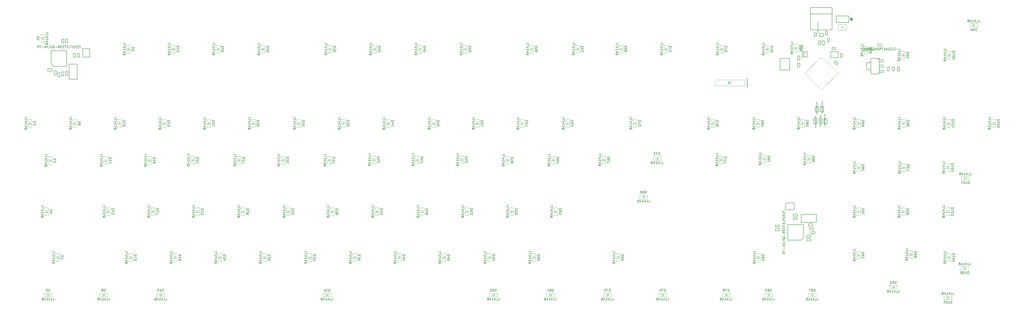
<source format=gbr>
%TF.GenerationSoftware,KiCad,Pcbnew,(5.1.8)-1*%
%TF.CreationDate,2021-04-20T19:09:35-04:00*%
%TF.ProjectId,694200101,36393432-3030-4313-9031-2e6b69636164,rev?*%
%TF.SameCoordinates,Original*%
%TF.FileFunction,Other,Fab,Bot*%
%FSLAX46Y46*%
G04 Gerber Fmt 4.6, Leading zero omitted, Abs format (unit mm)*
G04 Created by KiCad (PCBNEW (5.1.8)-1) date 2021-04-20 19:09:35*
%MOMM*%
%LPD*%
G01*
G04 APERTURE LIST*
%ADD10C,0.150000*%
%ADD11C,0.127000*%
%ADD12C,0.200000*%
%ADD13C,0.100000*%
%ADD14C,0.152400*%
%ADD15C,0.015000*%
%ADD16C,0.080000*%
%ADD17C,0.120000*%
G04 APERTURE END LIST*
D10*
%TO.C,J1*%
X350425001Y2735000D02*
X350425001Y-6735000D01*
X350425001Y-6735000D02*
X359574999Y-6735000D01*
X359574999Y-6735000D02*
X359574999Y2735000D01*
X359574999Y2735000D02*
X350425001Y2735000D01*
X350125000Y75000D02*
X359875000Y75000D01*
D11*
%TO.C,U2*%
X355840400Y-9641600D02*
X355840400Y-8341600D01*
X355840400Y-8341600D02*
X354140400Y-8341600D01*
X354140400Y-8341600D02*
X354140400Y-9641600D01*
X354140400Y-9641600D02*
X355840400Y-9641600D01*
D12*
X355590400Y-10791600D02*
G75*
G03*
X355590400Y-10791600I-100000J0D01*
G01*
D10*
%TO.C,U4*%
X337471000Y-18836000D02*
X337471000Y-23836000D01*
X337471000Y-23836000D02*
X341471000Y-23836000D01*
X341471000Y-23836000D02*
X341471000Y-18836000D01*
X341471000Y-18836000D02*
X337471000Y-18836000D01*
D11*
%TO.C,C27*%
X350559000Y-92514000D02*
X350559000Y-93414000D01*
X352259000Y-92514000D02*
X352259000Y-93414000D01*
X352259000Y-93414000D02*
X350559000Y-93414000D01*
X352259000Y-92514000D02*
X350559000Y-92514000D01*
%TO.C,C26*%
X31184000Y-24931000D02*
X30284000Y-24931000D01*
X31184000Y-26631000D02*
X30284000Y-26631000D01*
X30284000Y-26631000D02*
X30284000Y-24931000D01*
X31184000Y-26631000D02*
X31184000Y-24931000D01*
%TO.C,R22*%
X356245100Y-11392800D02*
X355285100Y-11392800D01*
X356245100Y-13092800D02*
X355285100Y-13092800D01*
X355285100Y-13092800D02*
X355285100Y-11392800D01*
X356245100Y-13092800D02*
X356245100Y-11392800D01*
%TO.C,R21*%
X354746500Y-11392800D02*
X353786500Y-11392800D01*
X354746500Y-13092800D02*
X353786500Y-13092800D01*
X353786500Y-13092800D02*
X353786500Y-11392800D01*
X354746500Y-13092800D02*
X354746500Y-11392800D01*
D13*
%TO.C,C25*%
X378730000Y-13833000D02*
X380730000Y-13833000D01*
X378730000Y-12583000D02*
X378730000Y-13833000D01*
X380730000Y-12583000D02*
X378730000Y-12583000D01*
X380730000Y-13833000D02*
X380730000Y-12583000D01*
D10*
%TO.C,U6*%
X347301999Y-89562400D02*
X347301999Y-95162400D01*
X340701999Y-89562400D02*
X347301999Y-89562400D01*
X340701999Y-96162400D02*
X340701999Y-89562400D01*
X346301999Y-96162400D02*
X340701999Y-96162400D01*
X347301999Y-95162400D02*
X346301999Y-96162400D01*
%TO.C,U5*%
X34034000Y-22223000D02*
X28434000Y-22223000D01*
X34034000Y-15623000D02*
X34034000Y-22223000D01*
X27434000Y-15623000D02*
X34034000Y-15623000D01*
X27434000Y-21223000D02*
X27434000Y-15623000D01*
X28434000Y-22223000D02*
X27434000Y-21223000D01*
D13*
%TO.C,D108*%
X417650000Y-108800000D02*
X417650000Y-107200000D01*
X417650000Y-107200000D02*
X414350000Y-107200000D01*
X414350000Y-107200000D02*
X414350000Y-108800000D01*
X414350000Y-108800000D02*
X417650000Y-108800000D01*
X416250000Y-108000000D02*
X416750000Y-108000000D01*
X416250000Y-107600000D02*
X415650000Y-108000000D01*
X416250000Y-108400000D02*
X416250000Y-107600000D01*
X415650000Y-108000000D02*
X416250000Y-108400000D01*
X415650000Y-108000000D02*
X415650000Y-107450000D01*
X415650000Y-108000000D02*
X415650000Y-108550000D01*
X415250000Y-108000000D02*
X415650000Y-108000000D01*
%TO.C,D107*%
X417900000Y-70550000D02*
X417900000Y-68950000D01*
X417900000Y-68950000D02*
X414600000Y-68950000D01*
X414600000Y-68950000D02*
X414600000Y-70550000D01*
X414600000Y-70550000D02*
X417900000Y-70550000D01*
X416500000Y-69750000D02*
X417000000Y-69750000D01*
X416500000Y-69350000D02*
X415900000Y-69750000D01*
X416500000Y-70150000D02*
X416500000Y-69350000D01*
X415900000Y-69750000D02*
X416500000Y-70150000D01*
X415900000Y-69750000D02*
X415900000Y-69200000D01*
X415900000Y-69750000D02*
X415900000Y-70300000D01*
X415500000Y-69750000D02*
X415900000Y-69750000D01*
%TO.C,D106*%
X429050000Y-44850000D02*
X427450000Y-44850000D01*
X427450000Y-44850000D02*
X427450000Y-48150000D01*
X427450000Y-48150000D02*
X429050000Y-48150000D01*
X429050000Y-48150000D02*
X429050000Y-44850000D01*
X428250000Y-46250000D02*
X428250000Y-45750000D01*
X427850000Y-46250000D02*
X428250000Y-46850000D01*
X428650000Y-46250000D02*
X427850000Y-46250000D01*
X428250000Y-46850000D02*
X428650000Y-46250000D01*
X428250000Y-46850000D02*
X427700000Y-46850000D01*
X428250000Y-46850000D02*
X428800000Y-46850000D01*
X428250000Y-47250000D02*
X428250000Y-46850000D01*
%TO.C,D105*%
X410450000Y-121400000D02*
X410450000Y-119800000D01*
X410450000Y-119800000D02*
X407150000Y-119800000D01*
X407150000Y-119800000D02*
X407150000Y-121400000D01*
X407150000Y-121400000D02*
X410450000Y-121400000D01*
X409050000Y-120600000D02*
X409550000Y-120600000D01*
X409050000Y-120200000D02*
X408450000Y-120600000D01*
X409050000Y-121000000D02*
X409050000Y-120200000D01*
X408450000Y-120600000D02*
X409050000Y-121000000D01*
X408450000Y-120600000D02*
X408450000Y-120050000D01*
X408450000Y-120600000D02*
X408450000Y-121150000D01*
X408050000Y-120600000D02*
X408450000Y-120600000D01*
%TO.C,D104*%
X410050000Y-101850000D02*
X408450000Y-101850000D01*
X408450000Y-101850000D02*
X408450000Y-105150000D01*
X408450000Y-105150000D02*
X410050000Y-105150000D01*
X410050000Y-105150000D02*
X410050000Y-101850000D01*
X409250000Y-103250000D02*
X409250000Y-102750000D01*
X408850000Y-103250000D02*
X409250000Y-103850000D01*
X409650000Y-103250000D02*
X408850000Y-103250000D01*
X409250000Y-103850000D02*
X409650000Y-103250000D01*
X409250000Y-103850000D02*
X408700000Y-103850000D01*
X409250000Y-103850000D02*
X409800000Y-103850000D01*
X409250000Y-104250000D02*
X409250000Y-103850000D01*
%TO.C,D103*%
X409550000Y-82350000D02*
X407950000Y-82350000D01*
X407950000Y-82350000D02*
X407950000Y-85650000D01*
X407950000Y-85650000D02*
X409550000Y-85650000D01*
X409550000Y-85650000D02*
X409550000Y-82350000D01*
X408750000Y-83750000D02*
X408750000Y-83250000D01*
X408350000Y-83750000D02*
X408750000Y-84350000D01*
X409150000Y-83750000D02*
X408350000Y-83750000D01*
X408750000Y-84350000D02*
X409150000Y-83750000D01*
X408750000Y-84350000D02*
X408200000Y-84350000D01*
X408750000Y-84350000D02*
X409300000Y-84350000D01*
X408750000Y-84750000D02*
X408750000Y-84350000D01*
%TO.C,D102*%
X409550000Y-63600000D02*
X407950000Y-63600000D01*
X407950000Y-63600000D02*
X407950000Y-66900000D01*
X407950000Y-66900000D02*
X409550000Y-66900000D01*
X409550000Y-66900000D02*
X409550000Y-63600000D01*
X408750000Y-65000000D02*
X408750000Y-64500000D01*
X408350000Y-65000000D02*
X408750000Y-65600000D01*
X409150000Y-65000000D02*
X408350000Y-65000000D01*
X408750000Y-65600000D02*
X409150000Y-65000000D01*
X408750000Y-65600000D02*
X408200000Y-65600000D01*
X408750000Y-65600000D02*
X409300000Y-65600000D01*
X408750000Y-66000000D02*
X408750000Y-65600000D01*
%TO.C,D101*%
X409762500Y-44850000D02*
X408162500Y-44850000D01*
X408162500Y-44850000D02*
X408162500Y-48150000D01*
X408162500Y-48150000D02*
X409762500Y-48150000D01*
X409762500Y-48150000D02*
X409762500Y-44850000D01*
X408962500Y-46250000D02*
X408962500Y-45750000D01*
X408562500Y-46250000D02*
X408962500Y-46850000D01*
X409362500Y-46250000D02*
X408562500Y-46250000D01*
X408962500Y-46850000D02*
X409362500Y-46250000D01*
X408962500Y-46850000D02*
X408412500Y-46850000D01*
X408962500Y-46850000D02*
X409512500Y-46850000D01*
X408962500Y-47250000D02*
X408962500Y-46850000D01*
%TO.C,D100*%
X410087500Y-15750000D02*
X408487500Y-15750000D01*
X408487500Y-15750000D02*
X408487500Y-19050000D01*
X408487500Y-19050000D02*
X410087500Y-19050000D01*
X410087500Y-19050000D02*
X410087500Y-15750000D01*
X409287500Y-17150000D02*
X409287500Y-16650000D01*
X408887500Y-17150000D02*
X409287500Y-17750000D01*
X409687500Y-17150000D02*
X408887500Y-17150000D01*
X409287500Y-17750000D02*
X409687500Y-17150000D01*
X409287500Y-17750000D02*
X408737500Y-17750000D01*
X409287500Y-17750000D02*
X409837500Y-17750000D01*
X409287500Y-18150000D02*
X409287500Y-17750000D01*
%TO.C,D99*%
X393865000Y-100585000D02*
X392265000Y-100585000D01*
X392265000Y-100585000D02*
X392265000Y-103885000D01*
X392265000Y-103885000D02*
X393865000Y-103885000D01*
X393865000Y-103885000D02*
X393865000Y-100585000D01*
X393065000Y-101985000D02*
X393065000Y-101485000D01*
X392665000Y-101985000D02*
X393065000Y-102585000D01*
X393465000Y-101985000D02*
X392665000Y-101985000D01*
X393065000Y-102585000D02*
X393465000Y-101985000D01*
X393065000Y-102585000D02*
X392515000Y-102585000D01*
X393065000Y-102585000D02*
X393615000Y-102585000D01*
X393065000Y-102985000D02*
X393065000Y-102585000D01*
%TO.C,D98*%
X390587500Y-82350000D02*
X388987500Y-82350000D01*
X388987500Y-82350000D02*
X388987500Y-85650000D01*
X388987500Y-85650000D02*
X390587500Y-85650000D01*
X390587500Y-85650000D02*
X390587500Y-82350000D01*
X389787500Y-83750000D02*
X389787500Y-83250000D01*
X389387500Y-83750000D02*
X389787500Y-84350000D01*
X390187500Y-83750000D02*
X389387500Y-83750000D01*
X389787500Y-84350000D02*
X390187500Y-83750000D01*
X389787500Y-84350000D02*
X389237500Y-84350000D01*
X389787500Y-84350000D02*
X390337500Y-84350000D01*
X389787500Y-84750000D02*
X389787500Y-84350000D01*
%TO.C,D97*%
X390800000Y-63600000D02*
X389200000Y-63600000D01*
X389200000Y-63600000D02*
X389200000Y-66900000D01*
X389200000Y-66900000D02*
X390800000Y-66900000D01*
X390800000Y-66900000D02*
X390800000Y-63600000D01*
X390000000Y-65000000D02*
X390000000Y-64500000D01*
X389600000Y-65000000D02*
X390000000Y-65600000D01*
X390400000Y-65000000D02*
X389600000Y-65000000D01*
X390000000Y-65600000D02*
X390400000Y-65000000D01*
X390000000Y-65600000D02*
X389450000Y-65600000D01*
X390000000Y-65600000D02*
X390550000Y-65600000D01*
X390000000Y-66000000D02*
X390000000Y-65600000D01*
%TO.C,D96*%
X390690000Y-44832000D02*
X389090000Y-44832000D01*
X389090000Y-44832000D02*
X389090000Y-48132000D01*
X389090000Y-48132000D02*
X390690000Y-48132000D01*
X390690000Y-48132000D02*
X390690000Y-44832000D01*
X389890000Y-46232000D02*
X389890000Y-45732000D01*
X389490000Y-46232000D02*
X389890000Y-46832000D01*
X390290000Y-46232000D02*
X389490000Y-46232000D01*
X389890000Y-46832000D02*
X390290000Y-46232000D01*
X389890000Y-46832000D02*
X389340000Y-46832000D01*
X389890000Y-46832000D02*
X390440000Y-46832000D01*
X389890000Y-47232000D02*
X389890000Y-46832000D01*
%TO.C,D95*%
X390550000Y-15750000D02*
X388950000Y-15750000D01*
X388950000Y-15750000D02*
X388950000Y-19050000D01*
X388950000Y-19050000D02*
X390550000Y-19050000D01*
X390550000Y-19050000D02*
X390550000Y-15750000D01*
X389750000Y-17150000D02*
X389750000Y-16650000D01*
X389350000Y-17150000D02*
X389750000Y-17750000D01*
X390150000Y-17150000D02*
X389350000Y-17150000D01*
X389750000Y-17750000D02*
X390150000Y-17150000D01*
X389750000Y-17750000D02*
X389200000Y-17750000D01*
X389750000Y-17750000D02*
X390300000Y-17750000D01*
X389750000Y-18150000D02*
X389750000Y-17750000D01*
%TO.C,D94*%
X421400000Y-5499000D02*
X421400000Y-3899000D01*
X421400000Y-3899000D02*
X418100000Y-3899000D01*
X418100000Y-3899000D02*
X418100000Y-5499000D01*
X418100000Y-5499000D02*
X421400000Y-5499000D01*
X420000000Y-4699000D02*
X420500000Y-4699000D01*
X420000000Y-4299000D02*
X419400000Y-4699000D01*
X420000000Y-5099000D02*
X420000000Y-4299000D01*
X419400000Y-4699000D02*
X420000000Y-5099000D01*
X419400000Y-4699000D02*
X419400000Y-4149000D01*
X419400000Y-4699000D02*
X419400000Y-5249000D01*
X419000000Y-4699000D02*
X419400000Y-4699000D01*
%TO.C,D93*%
X383922000Y-115405000D02*
X383922000Y-117005000D01*
X383922000Y-117005000D02*
X387222000Y-117005000D01*
X387222000Y-117005000D02*
X387222000Y-115405000D01*
X387222000Y-115405000D02*
X383922000Y-115405000D01*
X385322000Y-116205000D02*
X384822000Y-116205000D01*
X385322000Y-116605000D02*
X385922000Y-116205000D01*
X385322000Y-115805000D02*
X385322000Y-116605000D01*
X385922000Y-116205000D02*
X385322000Y-115805000D01*
X385922000Y-116205000D02*
X385922000Y-116755000D01*
X385922000Y-116205000D02*
X385922000Y-115655000D01*
X386322000Y-116205000D02*
X385922000Y-116205000D01*
%TO.C,D92*%
X371550000Y-100839000D02*
X369950000Y-100839000D01*
X369950000Y-100839000D02*
X369950000Y-104139000D01*
X369950000Y-104139000D02*
X371550000Y-104139000D01*
X371550000Y-104139000D02*
X371550000Y-100839000D01*
X370750000Y-102239000D02*
X370750000Y-101739000D01*
X370350000Y-102239000D02*
X370750000Y-102839000D01*
X371150000Y-102239000D02*
X370350000Y-102239000D01*
X370750000Y-102839000D02*
X371150000Y-102239000D01*
X370750000Y-102839000D02*
X370200000Y-102839000D01*
X370750000Y-102839000D02*
X371300000Y-102839000D01*
X370750000Y-103239000D02*
X370750000Y-102839000D01*
%TO.C,D91*%
X371550000Y-82350000D02*
X369950000Y-82350000D01*
X369950000Y-82350000D02*
X369950000Y-85650000D01*
X369950000Y-85650000D02*
X371550000Y-85650000D01*
X371550000Y-85650000D02*
X371550000Y-82350000D01*
X370750000Y-83750000D02*
X370750000Y-83250000D01*
X370350000Y-83750000D02*
X370750000Y-84350000D01*
X371150000Y-83750000D02*
X370350000Y-83750000D01*
X370750000Y-84350000D02*
X371150000Y-83750000D01*
X370750000Y-84350000D02*
X370200000Y-84350000D01*
X370750000Y-84350000D02*
X371300000Y-84350000D01*
X370750000Y-84750000D02*
X370750000Y-84350000D01*
%TO.C,D90*%
X371550000Y-63600000D02*
X369950000Y-63600000D01*
X369950000Y-63600000D02*
X369950000Y-66900000D01*
X369950000Y-66900000D02*
X371550000Y-66900000D01*
X371550000Y-66900000D02*
X371550000Y-63600000D01*
X370750000Y-65000000D02*
X370750000Y-64500000D01*
X370350000Y-65000000D02*
X370750000Y-65600000D01*
X371150000Y-65000000D02*
X370350000Y-65000000D01*
X370750000Y-65600000D02*
X371150000Y-65000000D01*
X370750000Y-65600000D02*
X370200000Y-65600000D01*
X370750000Y-65600000D02*
X371300000Y-65600000D01*
X370750000Y-66000000D02*
X370750000Y-65600000D01*
%TO.C,D89*%
X371550000Y-44850000D02*
X369950000Y-44850000D01*
X369950000Y-44850000D02*
X369950000Y-48150000D01*
X369950000Y-48150000D02*
X371550000Y-48150000D01*
X371550000Y-48150000D02*
X371550000Y-44850000D01*
X370750000Y-46250000D02*
X370750000Y-45750000D01*
X370350000Y-46250000D02*
X370750000Y-46850000D01*
X371150000Y-46250000D02*
X370350000Y-46250000D01*
X370750000Y-46850000D02*
X371150000Y-46250000D01*
X370750000Y-46850000D02*
X370200000Y-46850000D01*
X370750000Y-46850000D02*
X371300000Y-46850000D01*
X370750000Y-47250000D02*
X370750000Y-46850000D01*
%TO.C,D88*%
X374815000Y-13717000D02*
X373215000Y-13717000D01*
X373215000Y-13717000D02*
X373215000Y-17017000D01*
X373215000Y-17017000D02*
X374815000Y-17017000D01*
X374815000Y-17017000D02*
X374815000Y-13717000D01*
X374015000Y-15117000D02*
X374015000Y-14617000D01*
X373615000Y-15117000D02*
X374015000Y-15717000D01*
X374415000Y-15117000D02*
X373615000Y-15117000D01*
X374015000Y-15717000D02*
X374415000Y-15117000D01*
X374015000Y-15717000D02*
X373465000Y-15717000D01*
X374015000Y-15717000D02*
X374565000Y-15717000D01*
X374015000Y-16117000D02*
X374015000Y-15717000D01*
%TO.C,D87*%
X349450001Y-118700000D02*
X349450001Y-120300000D01*
X349450001Y-120300000D02*
X352750001Y-120300000D01*
X352750001Y-120300000D02*
X352750001Y-118700000D01*
X352750001Y-118700000D02*
X349450001Y-118700000D01*
X350850001Y-119500000D02*
X350350001Y-119500000D01*
X350850001Y-119900000D02*
X351450001Y-119500000D01*
X350850001Y-119100000D02*
X350850001Y-119900000D01*
X351450001Y-119500000D02*
X350850001Y-119100000D01*
X351450001Y-119500000D02*
X351450001Y-120050000D01*
X351450001Y-119500000D02*
X351450001Y-118950000D01*
X351850001Y-119500000D02*
X351450001Y-119500000D01*
%TO.C,D86*%
X350460500Y-59945000D02*
X348860500Y-59945000D01*
X348860500Y-59945000D02*
X348860500Y-63245000D01*
X348860500Y-63245000D02*
X350460500Y-63245000D01*
X350460500Y-63245000D02*
X350460500Y-59945000D01*
X349660500Y-61345000D02*
X349660500Y-60845000D01*
X349260500Y-61345000D02*
X349660500Y-61945000D01*
X350060500Y-61345000D02*
X349260500Y-61345000D01*
X349660500Y-61945000D02*
X350060500Y-61345000D01*
X349660500Y-61945000D02*
X349110500Y-61945000D01*
X349660500Y-61945000D02*
X350210500Y-61945000D01*
X349660500Y-62345000D02*
X349660500Y-61945000D01*
%TO.C,D85*%
X347837500Y-44850000D02*
X346237500Y-44850000D01*
X346237500Y-44850000D02*
X346237500Y-48150000D01*
X346237500Y-48150000D02*
X347837500Y-48150000D01*
X347837500Y-48150000D02*
X347837500Y-44850000D01*
X347037500Y-46250000D02*
X347037500Y-45750000D01*
X346637500Y-46250000D02*
X347037500Y-46850000D01*
X347437500Y-46250000D02*
X346637500Y-46250000D01*
X347037500Y-46850000D02*
X347437500Y-46250000D01*
X347037500Y-46850000D02*
X346487500Y-46850000D01*
X347037500Y-46850000D02*
X347587500Y-46850000D01*
X347037500Y-47250000D02*
X347037500Y-46850000D01*
%TO.C,D84*%
X344970000Y-12828000D02*
X343370000Y-12828000D01*
X343370000Y-12828000D02*
X343370000Y-16128000D01*
X343370000Y-16128000D02*
X344970000Y-16128000D01*
X344970000Y-16128000D02*
X344970000Y-12828000D01*
X344170000Y-14228000D02*
X344170000Y-13728000D01*
X343770000Y-14228000D02*
X344170000Y-14828000D01*
X344570000Y-14228000D02*
X343770000Y-14228000D01*
X344170000Y-14828000D02*
X344570000Y-14228000D01*
X344170000Y-14828000D02*
X343620000Y-14828000D01*
X344170000Y-14828000D02*
X344720000Y-14828000D01*
X344170000Y-15228000D02*
X344170000Y-14828000D01*
%TO.C,D83*%
X330850000Y-118700000D02*
X330850000Y-120300000D01*
X330850000Y-120300000D02*
X334150000Y-120300000D01*
X334150000Y-120300000D02*
X334150000Y-118700000D01*
X334150000Y-118700000D02*
X330850000Y-118700000D01*
X332250000Y-119500000D02*
X331750000Y-119500000D01*
X332250000Y-119900000D02*
X332850000Y-119500000D01*
X332250000Y-119100000D02*
X332250000Y-119900000D01*
X332850000Y-119500000D02*
X332250000Y-119100000D01*
X332850000Y-119500000D02*
X332850000Y-120050000D01*
X332850000Y-119500000D02*
X332850000Y-118950000D01*
X333250000Y-119500000D02*
X332850000Y-119500000D01*
%TO.C,D82*%
X329050000Y-101850000D02*
X327450000Y-101850000D01*
X327450000Y-101850000D02*
X327450000Y-105150000D01*
X327450000Y-105150000D02*
X329050000Y-105150000D01*
X329050000Y-105150000D02*
X329050000Y-101850000D01*
X328250000Y-103250000D02*
X328250000Y-102750000D01*
X327850000Y-103250000D02*
X328250000Y-103850000D01*
X328650000Y-103250000D02*
X327850000Y-103250000D01*
X328250000Y-103850000D02*
X328650000Y-103250000D01*
X328250000Y-103850000D02*
X327700000Y-103850000D01*
X328250000Y-103850000D02*
X328800000Y-103850000D01*
X328250000Y-104250000D02*
X328250000Y-103850000D01*
%TO.C,D81*%
X331508000Y-59945000D02*
X329908000Y-59945000D01*
X329908000Y-59945000D02*
X329908000Y-63245000D01*
X329908000Y-63245000D02*
X331508000Y-63245000D01*
X331508000Y-63245000D02*
X331508000Y-59945000D01*
X330708000Y-61345000D02*
X330708000Y-60845000D01*
X330308000Y-61345000D02*
X330708000Y-61945000D01*
X331108000Y-61345000D02*
X330308000Y-61345000D01*
X330708000Y-61945000D02*
X331108000Y-61345000D01*
X330708000Y-61945000D02*
X330158000Y-61945000D01*
X330708000Y-61945000D02*
X331258000Y-61945000D01*
X330708000Y-62345000D02*
X330708000Y-61945000D01*
%TO.C,D80*%
X328800000Y-44850000D02*
X327200000Y-44850000D01*
X327200000Y-44850000D02*
X327200000Y-48150000D01*
X327200000Y-48150000D02*
X328800000Y-48150000D01*
X328800000Y-48150000D02*
X328800000Y-44850000D01*
X328000000Y-46250000D02*
X328000000Y-45750000D01*
X327600000Y-46250000D02*
X328000000Y-46850000D01*
X328400000Y-46250000D02*
X327600000Y-46250000D01*
X328000000Y-46850000D02*
X328400000Y-46250000D01*
X328000000Y-46850000D02*
X327450000Y-46850000D01*
X328000000Y-46850000D02*
X328550000Y-46850000D01*
X328000000Y-47250000D02*
X328000000Y-46850000D01*
%TO.C,D79*%
X332860000Y-13210000D02*
X331260000Y-13210000D01*
X331260000Y-13210000D02*
X331260000Y-16510000D01*
X331260000Y-16510000D02*
X332860000Y-16510000D01*
X332860000Y-16510000D02*
X332860000Y-13210000D01*
X332060000Y-14610000D02*
X332060000Y-14110000D01*
X331660000Y-14610000D02*
X332060000Y-15210000D01*
X332460000Y-14610000D02*
X331660000Y-14610000D01*
X332060000Y-15210000D02*
X332460000Y-14610000D01*
X332060000Y-15210000D02*
X331510000Y-15210000D01*
X332060000Y-15210000D02*
X332610000Y-15210000D01*
X332060000Y-15610000D02*
X332060000Y-15210000D01*
%TO.C,D78*%
X312850000Y-118700000D02*
X312850000Y-120300000D01*
X312850000Y-120300000D02*
X316150000Y-120300000D01*
X316150000Y-120300000D02*
X316150000Y-118700000D01*
X316150000Y-118700000D02*
X312850000Y-118700000D01*
X314250000Y-119500000D02*
X313750000Y-119500000D01*
X314250000Y-119900000D02*
X314850000Y-119500000D01*
X314250000Y-119100000D02*
X314250000Y-119900000D01*
X314850000Y-119500000D02*
X314250000Y-119100000D01*
X314850000Y-119500000D02*
X314850000Y-120050000D01*
X314850000Y-119500000D02*
X314850000Y-118950000D01*
X315250000Y-119500000D02*
X314850000Y-119500000D01*
%TO.C,D77*%
X313093000Y-60326000D02*
X311493000Y-60326000D01*
X311493000Y-60326000D02*
X311493000Y-63626000D01*
X311493000Y-63626000D02*
X313093000Y-63626000D01*
X313093000Y-63626000D02*
X313093000Y-60326000D01*
X312293000Y-61726000D02*
X312293000Y-61226000D01*
X311893000Y-61726000D02*
X312293000Y-62326000D01*
X312693000Y-61726000D02*
X311893000Y-61726000D01*
X312293000Y-62326000D02*
X312693000Y-61726000D01*
X312293000Y-62326000D02*
X311743000Y-62326000D01*
X312293000Y-62326000D02*
X312843000Y-62326000D01*
X312293000Y-62726000D02*
X312293000Y-62326000D01*
%TO.C,D76*%
X309550000Y-44850000D02*
X307950000Y-44850000D01*
X307950000Y-44850000D02*
X307950000Y-48150000D01*
X307950000Y-48150000D02*
X309550000Y-48150000D01*
X309550000Y-48150000D02*
X309550000Y-44850000D01*
X308750000Y-46250000D02*
X308750000Y-45750000D01*
X308350000Y-46250000D02*
X308750000Y-46850000D01*
X309150000Y-46250000D02*
X308350000Y-46250000D01*
X308750000Y-46850000D02*
X309150000Y-46250000D01*
X308750000Y-46850000D02*
X308200000Y-46850000D01*
X308750000Y-46850000D02*
X309300000Y-46850000D01*
X308750000Y-47250000D02*
X308750000Y-46850000D01*
%TO.C,D75*%
X313360000Y-13210000D02*
X311760000Y-13210000D01*
X311760000Y-13210000D02*
X311760000Y-16510000D01*
X311760000Y-16510000D02*
X313360000Y-16510000D01*
X313360000Y-16510000D02*
X313360000Y-13210000D01*
X312560000Y-14610000D02*
X312560000Y-14110000D01*
X312160000Y-14610000D02*
X312560000Y-15210000D01*
X312960000Y-14610000D02*
X312160000Y-14610000D01*
X312560000Y-15210000D02*
X312960000Y-14610000D01*
X312560000Y-15210000D02*
X312010000Y-15210000D01*
X312560000Y-15210000D02*
X313110000Y-15210000D01*
X312560000Y-15610000D02*
X312560000Y-15210000D01*
%TO.C,D74*%
X285850000Y-118700000D02*
X285850000Y-120300000D01*
X285850000Y-120300000D02*
X289150000Y-120300000D01*
X289150000Y-120300000D02*
X289150000Y-118700000D01*
X289150000Y-118700000D02*
X285850000Y-118700000D01*
X287250000Y-119500000D02*
X286750000Y-119500000D01*
X287250000Y-119900000D02*
X287850000Y-119500000D01*
X287250000Y-119100000D02*
X287250000Y-119900000D01*
X287850000Y-119500000D02*
X287250000Y-119100000D01*
X287850000Y-119500000D02*
X287850000Y-120050000D01*
X287850000Y-119500000D02*
X287850000Y-118950000D01*
X288250000Y-119500000D02*
X287850000Y-119500000D01*
%TO.C,D73*%
X283465000Y-60668000D02*
X283465000Y-62268000D01*
X283465000Y-62268000D02*
X286765000Y-62268000D01*
X286765000Y-62268000D02*
X286765000Y-60668000D01*
X286765000Y-60668000D02*
X283465000Y-60668000D01*
X284865000Y-61468000D02*
X284365000Y-61468000D01*
X284865000Y-61868000D02*
X285465000Y-61468000D01*
X284865000Y-61068000D02*
X284865000Y-61868000D01*
X285465000Y-61468000D02*
X284865000Y-61068000D01*
X285465000Y-61468000D02*
X285465000Y-62018000D01*
X285465000Y-61468000D02*
X285465000Y-60918000D01*
X285865000Y-61468000D02*
X285465000Y-61468000D01*
%TO.C,D72*%
X276550000Y-44850000D02*
X274950000Y-44850000D01*
X274950000Y-44850000D02*
X274950000Y-48150000D01*
X274950000Y-48150000D02*
X276550000Y-48150000D01*
X276550000Y-48150000D02*
X276550000Y-44850000D01*
X275750000Y-46250000D02*
X275750000Y-45750000D01*
X275350000Y-46250000D02*
X275750000Y-46850000D01*
X276150000Y-46250000D02*
X275350000Y-46250000D01*
X275750000Y-46850000D02*
X276150000Y-46250000D01*
X275750000Y-46850000D02*
X275200000Y-46850000D01*
X275750000Y-46850000D02*
X276300000Y-46850000D01*
X275750000Y-47250000D02*
X275750000Y-46850000D01*
%TO.C,D71*%
X289610000Y-13210000D02*
X288010000Y-13210000D01*
X288010000Y-13210000D02*
X288010000Y-16510000D01*
X288010000Y-16510000D02*
X289610000Y-16510000D01*
X289610000Y-16510000D02*
X289610000Y-13210000D01*
X288810000Y-14610000D02*
X288810000Y-14110000D01*
X288410000Y-14610000D02*
X288810000Y-15210000D01*
X289210000Y-14610000D02*
X288410000Y-14610000D01*
X288810000Y-15210000D02*
X289210000Y-14610000D01*
X288810000Y-15210000D02*
X288260000Y-15210000D01*
X288810000Y-15210000D02*
X289360000Y-15210000D01*
X288810000Y-15610000D02*
X288810000Y-15210000D01*
%TO.C,D70*%
X262350000Y-118700000D02*
X262350000Y-120300000D01*
X262350000Y-120300000D02*
X265650000Y-120300000D01*
X265650000Y-120300000D02*
X265650000Y-118700000D01*
X265650000Y-118700000D02*
X262350000Y-118700000D01*
X263750000Y-119500000D02*
X263250000Y-119500000D01*
X263750000Y-119900000D02*
X264350000Y-119500000D01*
X263750000Y-119100000D02*
X263750000Y-119900000D01*
X264350000Y-119500000D02*
X263750000Y-119100000D01*
X264350000Y-119500000D02*
X264350000Y-120050000D01*
X264350000Y-119500000D02*
X264350000Y-118950000D01*
X264750000Y-119500000D02*
X264350000Y-119500000D01*
%TO.C,D69*%
X269300000Y-101850000D02*
X267700000Y-101850000D01*
X267700000Y-101850000D02*
X267700000Y-105150000D01*
X267700000Y-105150000D02*
X269300000Y-105150000D01*
X269300000Y-105150000D02*
X269300000Y-101850000D01*
X268500000Y-103250000D02*
X268500000Y-102750000D01*
X268100000Y-103250000D02*
X268500000Y-103850000D01*
X268900000Y-103250000D02*
X268100000Y-103250000D01*
X268500000Y-103850000D02*
X268900000Y-103250000D01*
X268500000Y-103850000D02*
X267950000Y-103850000D01*
X268500000Y-103850000D02*
X269050000Y-103850000D01*
X268500000Y-104250000D02*
X268500000Y-103850000D01*
%TO.C,D68*%
X277750000Y-77000000D02*
X277750000Y-78600000D01*
X277750000Y-78600000D02*
X281050000Y-78600000D01*
X281050000Y-78600000D02*
X281050000Y-77000000D01*
X281050000Y-77000000D02*
X277750000Y-77000000D01*
X279150000Y-77800000D02*
X278650000Y-77800000D01*
X279150000Y-78200000D02*
X279750000Y-77800000D01*
X279150000Y-77400000D02*
X279150000Y-78200000D01*
X279750000Y-77800000D02*
X279150000Y-77400000D01*
X279750000Y-77800000D02*
X279750000Y-78350000D01*
X279750000Y-77800000D02*
X279750000Y-77250000D01*
X280150000Y-77800000D02*
X279750000Y-77800000D01*
%TO.C,D67*%
X263309000Y-60326000D02*
X261709000Y-60326000D01*
X261709000Y-60326000D02*
X261709000Y-63626000D01*
X261709000Y-63626000D02*
X263309000Y-63626000D01*
X263309000Y-63626000D02*
X263309000Y-60326000D01*
X262509000Y-61726000D02*
X262509000Y-61226000D01*
X262109000Y-61726000D02*
X262509000Y-62326000D01*
X262909000Y-61726000D02*
X262109000Y-61726000D01*
X262509000Y-62326000D02*
X262909000Y-61726000D01*
X262509000Y-62326000D02*
X261959000Y-62326000D01*
X262509000Y-62326000D02*
X263059000Y-62326000D01*
X262509000Y-62726000D02*
X262509000Y-62326000D01*
%TO.C,D66*%
X270610000Y-13210000D02*
X269010000Y-13210000D01*
X269010000Y-13210000D02*
X269010000Y-16510000D01*
X269010000Y-16510000D02*
X270610000Y-16510000D01*
X270610000Y-16510000D02*
X270610000Y-13210000D01*
X269810000Y-14610000D02*
X269810000Y-14110000D01*
X269410000Y-14610000D02*
X269810000Y-15210000D01*
X270210000Y-14610000D02*
X269410000Y-14610000D01*
X269810000Y-15210000D02*
X270210000Y-14610000D01*
X269810000Y-15210000D02*
X269260000Y-15210000D01*
X269810000Y-15210000D02*
X270360000Y-15210000D01*
X269810000Y-15610000D02*
X269810000Y-15210000D01*
%TO.C,D65*%
X242800000Y-82350000D02*
X241200000Y-82350000D01*
X241200000Y-82350000D02*
X241200000Y-85650000D01*
X241200000Y-85650000D02*
X242800000Y-85650000D01*
X242800000Y-85650000D02*
X242800000Y-82350000D01*
X242000000Y-83750000D02*
X242000000Y-83250000D01*
X241600000Y-83750000D02*
X242000000Y-84350000D01*
X242400000Y-83750000D02*
X241600000Y-83750000D01*
X242000000Y-84350000D02*
X242400000Y-83750000D01*
X242000000Y-84350000D02*
X241450000Y-84350000D01*
X242000000Y-84350000D02*
X242550000Y-84350000D01*
X242000000Y-84750000D02*
X242000000Y-84350000D01*
%TO.C,D64*%
X241719000Y-60453000D02*
X240119000Y-60453000D01*
X240119000Y-60453000D02*
X240119000Y-63753000D01*
X240119000Y-63753000D02*
X241719000Y-63753000D01*
X241719000Y-63753000D02*
X241719000Y-60453000D01*
X240919000Y-61853000D02*
X240919000Y-61353000D01*
X240519000Y-61853000D02*
X240919000Y-62453000D01*
X241319000Y-61853000D02*
X240519000Y-61853000D01*
X240919000Y-62453000D02*
X241319000Y-61853000D01*
X240919000Y-62453000D02*
X240369000Y-62453000D01*
X240919000Y-62453000D02*
X241469000Y-62453000D01*
X240919000Y-62853000D02*
X240919000Y-62453000D01*
%TO.C,D63*%
X247837500Y-44850000D02*
X246237500Y-44850000D01*
X246237500Y-44850000D02*
X246237500Y-48150000D01*
X246237500Y-48150000D02*
X247837500Y-48150000D01*
X247837500Y-48150000D02*
X247837500Y-44850000D01*
X247037500Y-46250000D02*
X247037500Y-45750000D01*
X246637500Y-46250000D02*
X247037500Y-46850000D01*
X247437500Y-46250000D02*
X246637500Y-46250000D01*
X247037500Y-46850000D02*
X247437500Y-46250000D01*
X247037500Y-46850000D02*
X246487500Y-46850000D01*
X247037500Y-46850000D02*
X247587500Y-46850000D01*
X247037500Y-47250000D02*
X247037500Y-46850000D01*
%TO.C,D62*%
X252133000Y-13209000D02*
X250533000Y-13209000D01*
X250533000Y-13209000D02*
X250533000Y-16509000D01*
X250533000Y-16509000D02*
X252133000Y-16509000D01*
X252133000Y-16509000D02*
X252133000Y-13209000D01*
X251333000Y-14609000D02*
X251333000Y-14109000D01*
X250933000Y-14609000D02*
X251333000Y-15209000D01*
X251733000Y-14609000D02*
X250933000Y-14609000D01*
X251333000Y-15209000D02*
X251733000Y-14609000D01*
X251333000Y-15209000D02*
X250783000Y-15209000D01*
X251333000Y-15209000D02*
X251883000Y-15209000D01*
X251333000Y-15609000D02*
X251333000Y-15209000D01*
%TO.C,D61*%
X238100000Y-118700000D02*
X238100000Y-120300000D01*
X238100000Y-120300000D02*
X241400000Y-120300000D01*
X241400000Y-120300000D02*
X241400000Y-118700000D01*
X241400000Y-118700000D02*
X238100000Y-118700000D01*
X239500000Y-119500000D02*
X239000000Y-119500000D01*
X239500000Y-119900000D02*
X240100000Y-119500000D01*
X239500000Y-119100000D02*
X239500000Y-119900000D01*
X240100000Y-119500000D02*
X239500000Y-119100000D01*
X240100000Y-119500000D02*
X240100000Y-120050000D01*
X240100000Y-119500000D02*
X240100000Y-118950000D01*
X240500000Y-119500000D02*
X240100000Y-119500000D01*
%TO.C,D60*%
X233587500Y-101850000D02*
X231987500Y-101850000D01*
X231987500Y-101850000D02*
X231987500Y-105150000D01*
X231987500Y-105150000D02*
X233587500Y-105150000D01*
X233587500Y-105150000D02*
X233587500Y-101850000D01*
X232787500Y-103250000D02*
X232787500Y-102750000D01*
X232387500Y-103250000D02*
X232787500Y-103850000D01*
X233187500Y-103250000D02*
X232387500Y-103250000D01*
X232787500Y-103850000D02*
X233187500Y-103250000D01*
X232787500Y-103850000D02*
X232237500Y-103850000D01*
X232787500Y-103850000D02*
X233337500Y-103850000D01*
X232787500Y-104250000D02*
X232787500Y-103850000D01*
%TO.C,D59*%
X224087500Y-82350000D02*
X222487500Y-82350000D01*
X222487500Y-82350000D02*
X222487500Y-85650000D01*
X222487500Y-85650000D02*
X224087500Y-85650000D01*
X224087500Y-85650000D02*
X224087500Y-82350000D01*
X223287500Y-83750000D02*
X223287500Y-83250000D01*
X222887500Y-83750000D02*
X223287500Y-84350000D01*
X223687500Y-83750000D02*
X222887500Y-83750000D01*
X223287500Y-84350000D02*
X223687500Y-83750000D01*
X223287500Y-84350000D02*
X222737500Y-84350000D01*
X223287500Y-84350000D02*
X223837500Y-84350000D01*
X223287500Y-84750000D02*
X223287500Y-84350000D01*
%TO.C,D58*%
X222288000Y-60453000D02*
X220688000Y-60453000D01*
X220688000Y-60453000D02*
X220688000Y-63753000D01*
X220688000Y-63753000D02*
X222288000Y-63753000D01*
X222288000Y-63753000D02*
X222288000Y-60453000D01*
X221488000Y-61853000D02*
X221488000Y-61353000D01*
X221088000Y-61853000D02*
X221488000Y-62453000D01*
X221888000Y-61853000D02*
X221088000Y-61853000D01*
X221488000Y-62453000D02*
X221888000Y-61853000D01*
X221488000Y-62453000D02*
X220938000Y-62453000D01*
X221488000Y-62453000D02*
X222038000Y-62453000D01*
X221488000Y-62853000D02*
X221488000Y-62453000D01*
%TO.C,D57*%
X228550000Y-44850000D02*
X226950000Y-44850000D01*
X226950000Y-44850000D02*
X226950000Y-48150000D01*
X226950000Y-48150000D02*
X228550000Y-48150000D01*
X228550000Y-48150000D02*
X228550000Y-44850000D01*
X227750000Y-46250000D02*
X227750000Y-45750000D01*
X227350000Y-46250000D02*
X227750000Y-46850000D01*
X228150000Y-46250000D02*
X227350000Y-46250000D01*
X227750000Y-46850000D02*
X228150000Y-46250000D01*
X227750000Y-46850000D02*
X227200000Y-46850000D01*
X227750000Y-46850000D02*
X228300000Y-46850000D01*
X227750000Y-47250000D02*
X227750000Y-46850000D01*
%TO.C,D56*%
X232610000Y-13210000D02*
X231010000Y-13210000D01*
X231010000Y-13210000D02*
X231010000Y-16510000D01*
X231010000Y-16510000D02*
X232610000Y-16510000D01*
X232610000Y-16510000D02*
X232610000Y-13210000D01*
X231810000Y-14610000D02*
X231810000Y-14110000D01*
X231410000Y-14610000D02*
X231810000Y-15210000D01*
X232210000Y-14610000D02*
X231410000Y-14610000D01*
X231810000Y-15210000D02*
X232210000Y-14610000D01*
X231810000Y-15210000D02*
X231260000Y-15210000D01*
X231810000Y-15210000D02*
X232360000Y-15210000D01*
X231810000Y-15610000D02*
X231810000Y-15210000D01*
%TO.C,D55*%
X213850000Y-118700000D02*
X213850000Y-120300000D01*
X213850000Y-120300000D02*
X217150000Y-120300000D01*
X217150000Y-120300000D02*
X217150000Y-118700000D01*
X217150000Y-118700000D02*
X213850000Y-118700000D01*
X215250000Y-119500000D02*
X214750000Y-119500000D01*
X215250000Y-119900000D02*
X215850000Y-119500000D01*
X215250000Y-119100000D02*
X215250000Y-119900000D01*
X215850000Y-119500000D02*
X215250000Y-119100000D01*
X215850000Y-119500000D02*
X215850000Y-120050000D01*
X215850000Y-119500000D02*
X215850000Y-118950000D01*
X216250000Y-119500000D02*
X215850000Y-119500000D01*
%TO.C,D54*%
X214512500Y-101850000D02*
X212912500Y-101850000D01*
X212912500Y-101850000D02*
X212912500Y-105150000D01*
X212912500Y-105150000D02*
X214512500Y-105150000D01*
X214512500Y-105150000D02*
X214512500Y-101850000D01*
X213712500Y-103250000D02*
X213712500Y-102750000D01*
X213312500Y-103250000D02*
X213712500Y-103850000D01*
X214112500Y-103250000D02*
X213312500Y-103250000D01*
X213712500Y-103850000D02*
X214112500Y-103250000D01*
X213712500Y-103850000D02*
X213162500Y-103850000D01*
X213712500Y-103850000D02*
X214262500Y-103850000D01*
X213712500Y-104250000D02*
X213712500Y-103850000D01*
%TO.C,D53*%
X205050000Y-82350000D02*
X203450000Y-82350000D01*
X203450000Y-82350000D02*
X203450000Y-85650000D01*
X203450000Y-85650000D02*
X205050000Y-85650000D01*
X205050000Y-85650000D02*
X205050000Y-82350000D01*
X204250000Y-83750000D02*
X204250000Y-83250000D01*
X203850000Y-83750000D02*
X204250000Y-84350000D01*
X204650000Y-83750000D02*
X203850000Y-83750000D01*
X204250000Y-84350000D02*
X204650000Y-83750000D01*
X204250000Y-84350000D02*
X203700000Y-84350000D01*
X204250000Y-84350000D02*
X204800000Y-84350000D01*
X204250000Y-84750000D02*
X204250000Y-84350000D01*
%TO.C,D52*%
X202857000Y-60326000D02*
X201257000Y-60326000D01*
X201257000Y-60326000D02*
X201257000Y-63626000D01*
X201257000Y-63626000D02*
X202857000Y-63626000D01*
X202857000Y-63626000D02*
X202857000Y-60326000D01*
X202057000Y-61726000D02*
X202057000Y-61226000D01*
X201657000Y-61726000D02*
X202057000Y-62326000D01*
X202457000Y-61726000D02*
X201657000Y-61726000D01*
X202057000Y-62326000D02*
X202457000Y-61726000D01*
X202057000Y-62326000D02*
X201507000Y-62326000D01*
X202057000Y-62326000D02*
X202607000Y-62326000D01*
X202057000Y-62726000D02*
X202057000Y-62326000D01*
%TO.C,D51*%
X209550000Y-44850000D02*
X207950000Y-44850000D01*
X207950000Y-44850000D02*
X207950000Y-48150000D01*
X207950000Y-48150000D02*
X209550000Y-48150000D01*
X209550000Y-48150000D02*
X209550000Y-44850000D01*
X208750000Y-46250000D02*
X208750000Y-45750000D01*
X208350000Y-46250000D02*
X208750000Y-46850000D01*
X209150000Y-46250000D02*
X208350000Y-46250000D01*
X208750000Y-46850000D02*
X209150000Y-46250000D01*
X208750000Y-46850000D02*
X208200000Y-46850000D01*
X208750000Y-46850000D02*
X209300000Y-46850000D01*
X208750000Y-47250000D02*
X208750000Y-46850000D01*
%TO.C,D50*%
X204360000Y-13210000D02*
X202760000Y-13210000D01*
X202760000Y-13210000D02*
X202760000Y-16510000D01*
X202760000Y-16510000D02*
X204360000Y-16510000D01*
X204360000Y-16510000D02*
X204360000Y-13210000D01*
X203560000Y-14610000D02*
X203560000Y-14110000D01*
X203160000Y-14610000D02*
X203560000Y-15210000D01*
X203960000Y-14610000D02*
X203160000Y-14610000D01*
X203560000Y-15210000D02*
X203960000Y-14610000D01*
X203560000Y-15210000D02*
X203010000Y-15210000D01*
X203560000Y-15210000D02*
X204110000Y-15210000D01*
X203560000Y-15610000D02*
X203560000Y-15210000D01*
%TO.C,D49*%
X195300000Y-101850000D02*
X193700000Y-101850000D01*
X193700000Y-101850000D02*
X193700000Y-105150000D01*
X193700000Y-105150000D02*
X195300000Y-105150000D01*
X195300000Y-105150000D02*
X195300000Y-101850000D01*
X194500000Y-103250000D02*
X194500000Y-102750000D01*
X194100000Y-103250000D02*
X194500000Y-103850000D01*
X194900000Y-103250000D02*
X194100000Y-103250000D01*
X194500000Y-103850000D02*
X194900000Y-103250000D01*
X194500000Y-103850000D02*
X193950000Y-103850000D01*
X194500000Y-103850000D02*
X195050000Y-103850000D01*
X194500000Y-104250000D02*
X194500000Y-103850000D01*
%TO.C,D48*%
X186050000Y-82350000D02*
X184450000Y-82350000D01*
X184450000Y-82350000D02*
X184450000Y-85650000D01*
X184450000Y-85650000D02*
X186050000Y-85650000D01*
X186050000Y-85650000D02*
X186050000Y-82350000D01*
X185250000Y-83750000D02*
X185250000Y-83250000D01*
X184850000Y-83750000D02*
X185250000Y-84350000D01*
X185650000Y-83750000D02*
X184850000Y-83750000D01*
X185250000Y-84350000D02*
X185650000Y-83750000D01*
X185250000Y-84350000D02*
X184700000Y-84350000D01*
X185250000Y-84350000D02*
X185800000Y-84350000D01*
X185250000Y-84750000D02*
X185250000Y-84350000D01*
%TO.C,D47*%
X183934000Y-60326000D02*
X182334000Y-60326000D01*
X182334000Y-60326000D02*
X182334000Y-63626000D01*
X182334000Y-63626000D02*
X183934000Y-63626000D01*
X183934000Y-63626000D02*
X183934000Y-60326000D01*
X183134000Y-61726000D02*
X183134000Y-61226000D01*
X182734000Y-61726000D02*
X183134000Y-62326000D01*
X183534000Y-61726000D02*
X182734000Y-61726000D01*
X183134000Y-62326000D02*
X183534000Y-61726000D01*
X183134000Y-62326000D02*
X182584000Y-62326000D01*
X183134000Y-62326000D02*
X183684000Y-62326000D01*
X183134000Y-62726000D02*
X183134000Y-62326000D01*
%TO.C,D46*%
X190800000Y-44850000D02*
X189200000Y-44850000D01*
X189200000Y-44850000D02*
X189200000Y-48150000D01*
X189200000Y-48150000D02*
X190800000Y-48150000D01*
X190800000Y-48150000D02*
X190800000Y-44850000D01*
X190000000Y-46250000D02*
X190000000Y-45750000D01*
X189600000Y-46250000D02*
X190000000Y-46850000D01*
X190400000Y-46250000D02*
X189600000Y-46250000D01*
X190000000Y-46850000D02*
X190400000Y-46250000D01*
X190000000Y-46850000D02*
X189450000Y-46850000D01*
X190000000Y-46850000D02*
X190550000Y-46850000D01*
X190000000Y-47250000D02*
X190000000Y-46850000D01*
%TO.C,D45*%
X185110000Y-13210000D02*
X183510000Y-13210000D01*
X183510000Y-13210000D02*
X183510000Y-16510000D01*
X183510000Y-16510000D02*
X185110000Y-16510000D01*
X185110000Y-16510000D02*
X185110000Y-13210000D01*
X184310000Y-14610000D02*
X184310000Y-14110000D01*
X183910000Y-14610000D02*
X184310000Y-15210000D01*
X184710000Y-14610000D02*
X183910000Y-14610000D01*
X184310000Y-15210000D02*
X184710000Y-14610000D01*
X184310000Y-15210000D02*
X183760000Y-15210000D01*
X184310000Y-15210000D02*
X184860000Y-15210000D01*
X184310000Y-15610000D02*
X184310000Y-15210000D01*
%TO.C,D44*%
X176300000Y-101850000D02*
X174700000Y-101850000D01*
X174700000Y-101850000D02*
X174700000Y-105150000D01*
X174700000Y-105150000D02*
X176300000Y-105150000D01*
X176300000Y-105150000D02*
X176300000Y-101850000D01*
X175500000Y-103250000D02*
X175500000Y-102750000D01*
X175100000Y-103250000D02*
X175500000Y-103850000D01*
X175900000Y-103250000D02*
X175100000Y-103250000D01*
X175500000Y-103850000D02*
X175900000Y-103250000D01*
X175500000Y-103850000D02*
X174950000Y-103850000D01*
X175500000Y-103850000D02*
X176050000Y-103850000D01*
X175500000Y-104250000D02*
X175500000Y-103850000D01*
%TO.C,D43*%
X166800000Y-82350000D02*
X165200000Y-82350000D01*
X165200000Y-82350000D02*
X165200000Y-85650000D01*
X165200000Y-85650000D02*
X166800000Y-85650000D01*
X166800000Y-85650000D02*
X166800000Y-82350000D01*
X166000000Y-83750000D02*
X166000000Y-83250000D01*
X165600000Y-83750000D02*
X166000000Y-84350000D01*
X166400000Y-83750000D02*
X165600000Y-83750000D01*
X166000000Y-84350000D02*
X166400000Y-83750000D01*
X166000000Y-84350000D02*
X165450000Y-84350000D01*
X166000000Y-84350000D02*
X166550000Y-84350000D01*
X166000000Y-84750000D02*
X166000000Y-84350000D01*
%TO.C,D42*%
X165392000Y-60326000D02*
X163792000Y-60326000D01*
X163792000Y-60326000D02*
X163792000Y-63626000D01*
X163792000Y-63626000D02*
X165392000Y-63626000D01*
X165392000Y-63626000D02*
X165392000Y-60326000D01*
X164592000Y-61726000D02*
X164592000Y-61226000D01*
X164192000Y-61726000D02*
X164592000Y-62326000D01*
X164992000Y-61726000D02*
X164192000Y-61726000D01*
X164592000Y-62326000D02*
X164992000Y-61726000D01*
X164592000Y-62326000D02*
X164042000Y-62326000D01*
X164592000Y-62326000D02*
X165142000Y-62326000D01*
X164592000Y-62726000D02*
X164592000Y-62326000D01*
%TO.C,D41*%
X171550000Y-44850000D02*
X169950000Y-44850000D01*
X169950000Y-44850000D02*
X169950000Y-48150000D01*
X169950000Y-48150000D02*
X171550000Y-48150000D01*
X171550000Y-48150000D02*
X171550000Y-44850000D01*
X170750000Y-46250000D02*
X170750000Y-45750000D01*
X170350000Y-46250000D02*
X170750000Y-46850000D01*
X171150000Y-46250000D02*
X170350000Y-46250000D01*
X170750000Y-46850000D02*
X171150000Y-46250000D01*
X170750000Y-46850000D02*
X170200000Y-46850000D01*
X170750000Y-46850000D02*
X171300000Y-46850000D01*
X170750000Y-47250000D02*
X170750000Y-46850000D01*
%TO.C,D40*%
X165860000Y-13210000D02*
X164260000Y-13210000D01*
X164260000Y-13210000D02*
X164260000Y-16510000D01*
X164260000Y-16510000D02*
X165860000Y-16510000D01*
X165860000Y-16510000D02*
X165860000Y-13210000D01*
X165060000Y-14610000D02*
X165060000Y-14110000D01*
X164660000Y-14610000D02*
X165060000Y-15210000D01*
X165460000Y-14610000D02*
X164660000Y-14610000D01*
X165060000Y-15210000D02*
X165460000Y-14610000D01*
X165060000Y-15210000D02*
X164510000Y-15210000D01*
X165060000Y-15210000D02*
X165610000Y-15210000D01*
X165060000Y-15610000D02*
X165060000Y-15210000D01*
%TO.C,D39*%
X157300000Y-101850000D02*
X155700000Y-101850000D01*
X155700000Y-101850000D02*
X155700000Y-105150000D01*
X155700000Y-105150000D02*
X157300000Y-105150000D01*
X157300000Y-105150000D02*
X157300000Y-101850000D01*
X156500000Y-103250000D02*
X156500000Y-102750000D01*
X156100000Y-103250000D02*
X156500000Y-103850000D01*
X156900000Y-103250000D02*
X156100000Y-103250000D01*
X156500000Y-103850000D02*
X156900000Y-103250000D01*
X156500000Y-103850000D02*
X155950000Y-103850000D01*
X156500000Y-103850000D02*
X157050000Y-103850000D01*
X156500000Y-104250000D02*
X156500000Y-103850000D01*
%TO.C,D38*%
X147800000Y-82350000D02*
X146200000Y-82350000D01*
X146200000Y-82350000D02*
X146200000Y-85650000D01*
X146200000Y-85650000D02*
X147800000Y-85650000D01*
X147800000Y-85650000D02*
X147800000Y-82350000D01*
X147000000Y-83750000D02*
X147000000Y-83250000D01*
X146600000Y-83750000D02*
X147000000Y-84350000D01*
X147400000Y-83750000D02*
X146600000Y-83750000D01*
X147000000Y-84350000D02*
X147400000Y-83750000D01*
X147000000Y-84350000D02*
X146450000Y-84350000D01*
X147000000Y-84350000D02*
X147550000Y-84350000D01*
X147000000Y-84750000D02*
X147000000Y-84350000D01*
%TO.C,D37*%
X146469000Y-60453000D02*
X144869000Y-60453000D01*
X144869000Y-60453000D02*
X144869000Y-63753000D01*
X144869000Y-63753000D02*
X146469000Y-63753000D01*
X146469000Y-63753000D02*
X146469000Y-60453000D01*
X145669000Y-61853000D02*
X145669000Y-61353000D01*
X145269000Y-61853000D02*
X145669000Y-62453000D01*
X146069000Y-61853000D02*
X145269000Y-61853000D01*
X145669000Y-62453000D02*
X146069000Y-61853000D01*
X145669000Y-62453000D02*
X145119000Y-62453000D01*
X145669000Y-62453000D02*
X146219000Y-62453000D01*
X145669000Y-62853000D02*
X145669000Y-62453000D01*
%TO.C,D36*%
X152550000Y-44850000D02*
X150950000Y-44850000D01*
X150950000Y-44850000D02*
X150950000Y-48150000D01*
X150950000Y-48150000D02*
X152550000Y-48150000D01*
X152550000Y-48150000D02*
X152550000Y-44850000D01*
X151750000Y-46250000D02*
X151750000Y-45750000D01*
X151350000Y-46250000D02*
X151750000Y-46850000D01*
X152150000Y-46250000D02*
X151350000Y-46250000D01*
X151750000Y-46850000D02*
X152150000Y-46250000D01*
X151750000Y-46850000D02*
X151200000Y-46850000D01*
X151750000Y-46850000D02*
X152300000Y-46850000D01*
X151750000Y-47250000D02*
X151750000Y-46850000D01*
%TO.C,D35*%
X146860000Y-13210000D02*
X145260000Y-13210000D01*
X145260000Y-13210000D02*
X145260000Y-16510000D01*
X145260000Y-16510000D02*
X146860000Y-16510000D01*
X146860000Y-16510000D02*
X146860000Y-13210000D01*
X146060000Y-14610000D02*
X146060000Y-14110000D01*
X145660000Y-14610000D02*
X146060000Y-15210000D01*
X146460000Y-14610000D02*
X145660000Y-14610000D01*
X146060000Y-15210000D02*
X146460000Y-14610000D01*
X146060000Y-15210000D02*
X145510000Y-15210000D01*
X146060000Y-15210000D02*
X146610000Y-15210000D01*
X146060000Y-15610000D02*
X146060000Y-15210000D01*
%TO.C,D34*%
X143100000Y-118700000D02*
X143100000Y-120300000D01*
X143100000Y-120300000D02*
X146400000Y-120300000D01*
X146400000Y-120300000D02*
X146400000Y-118700000D01*
X146400000Y-118700000D02*
X143100000Y-118700000D01*
X144500000Y-119500000D02*
X144000000Y-119500000D01*
X144500000Y-119900000D02*
X145100000Y-119500000D01*
X144500000Y-119100000D02*
X144500000Y-119900000D01*
X145100000Y-119500000D02*
X144500000Y-119100000D01*
X145100000Y-119500000D02*
X145100000Y-120050000D01*
X145100000Y-119500000D02*
X145100000Y-118950000D01*
X145500000Y-119500000D02*
X145100000Y-119500000D01*
%TO.C,D33*%
X138300000Y-101850000D02*
X136700000Y-101850000D01*
X136700000Y-101850000D02*
X136700000Y-105150000D01*
X136700000Y-105150000D02*
X138300000Y-105150000D01*
X138300000Y-105150000D02*
X138300000Y-101850000D01*
X137500000Y-103250000D02*
X137500000Y-102750000D01*
X137100000Y-103250000D02*
X137500000Y-103850000D01*
X137900000Y-103250000D02*
X137100000Y-103250000D01*
X137500000Y-103850000D02*
X137900000Y-103250000D01*
X137500000Y-103850000D02*
X136950000Y-103850000D01*
X137500000Y-103850000D02*
X138050000Y-103850000D01*
X137500000Y-104250000D02*
X137500000Y-103850000D01*
%TO.C,D32*%
X129050000Y-82350000D02*
X127450000Y-82350000D01*
X127450000Y-82350000D02*
X127450000Y-85650000D01*
X127450000Y-85650000D02*
X129050000Y-85650000D01*
X129050000Y-85650000D02*
X129050000Y-82350000D01*
X128250000Y-83750000D02*
X128250000Y-83250000D01*
X127850000Y-83750000D02*
X128250000Y-84350000D01*
X128650000Y-83750000D02*
X127850000Y-83750000D01*
X128250000Y-84350000D02*
X128650000Y-83750000D01*
X128250000Y-84350000D02*
X127700000Y-84350000D01*
X128250000Y-84350000D02*
X128800000Y-84350000D01*
X128250000Y-84750000D02*
X128250000Y-84350000D01*
%TO.C,D31*%
X126784000Y-60453000D02*
X125184000Y-60453000D01*
X125184000Y-60453000D02*
X125184000Y-63753000D01*
X125184000Y-63753000D02*
X126784000Y-63753000D01*
X126784000Y-63753000D02*
X126784000Y-60453000D01*
X125984000Y-61853000D02*
X125984000Y-61353000D01*
X125584000Y-61853000D02*
X125984000Y-62453000D01*
X126384000Y-61853000D02*
X125584000Y-61853000D01*
X125984000Y-62453000D02*
X126384000Y-61853000D01*
X125984000Y-62453000D02*
X125434000Y-62453000D01*
X125984000Y-62453000D02*
X126534000Y-62453000D01*
X125984000Y-62853000D02*
X125984000Y-62453000D01*
%TO.C,D30*%
X133550000Y-44850000D02*
X131950000Y-44850000D01*
X131950000Y-44850000D02*
X131950000Y-48150000D01*
X131950000Y-48150000D02*
X133550000Y-48150000D01*
X133550000Y-48150000D02*
X133550000Y-44850000D01*
X132750000Y-46250000D02*
X132750000Y-45750000D01*
X132350000Y-46250000D02*
X132750000Y-46850000D01*
X133150000Y-46250000D02*
X132350000Y-46250000D01*
X132750000Y-46850000D02*
X133150000Y-46250000D01*
X132750000Y-46850000D02*
X132200000Y-46850000D01*
X132750000Y-46850000D02*
X133300000Y-46850000D01*
X132750000Y-47250000D02*
X132750000Y-46850000D01*
%TO.C,D29*%
X119050000Y-101850000D02*
X117450000Y-101850000D01*
X117450000Y-101850000D02*
X117450000Y-105150000D01*
X117450000Y-105150000D02*
X119050000Y-105150000D01*
X119050000Y-105150000D02*
X119050000Y-101850000D01*
X118250000Y-103250000D02*
X118250000Y-102750000D01*
X117850000Y-103250000D02*
X118250000Y-103850000D01*
X118650000Y-103250000D02*
X117850000Y-103250000D01*
X118250000Y-103850000D02*
X118650000Y-103250000D01*
X118250000Y-103850000D02*
X117700000Y-103850000D01*
X118250000Y-103850000D02*
X118800000Y-103850000D01*
X118250000Y-104250000D02*
X118250000Y-103850000D01*
%TO.C,D28*%
X109800000Y-82350000D02*
X108200000Y-82350000D01*
X108200000Y-82350000D02*
X108200000Y-85650000D01*
X108200000Y-85650000D02*
X109800000Y-85650000D01*
X109800000Y-85650000D02*
X109800000Y-82350000D01*
X109000000Y-83750000D02*
X109000000Y-83250000D01*
X108600000Y-83750000D02*
X109000000Y-84350000D01*
X109400000Y-83750000D02*
X108600000Y-83750000D01*
X109000000Y-84350000D02*
X109400000Y-83750000D01*
X109000000Y-84350000D02*
X108450000Y-84350000D01*
X109000000Y-84350000D02*
X109550000Y-84350000D01*
X109000000Y-84750000D02*
X109000000Y-84350000D01*
%TO.C,D27*%
X108115000Y-60453000D02*
X106515000Y-60453000D01*
X106515000Y-60453000D02*
X106515000Y-63753000D01*
X106515000Y-63753000D02*
X108115000Y-63753000D01*
X108115000Y-63753000D02*
X108115000Y-60453000D01*
X107315000Y-61853000D02*
X107315000Y-61353000D01*
X106915000Y-61853000D02*
X107315000Y-62453000D01*
X107715000Y-61853000D02*
X106915000Y-61853000D01*
X107315000Y-62453000D02*
X107715000Y-61853000D01*
X107315000Y-62453000D02*
X106765000Y-62453000D01*
X107315000Y-62453000D02*
X107865000Y-62453000D01*
X107315000Y-62853000D02*
X107315000Y-62453000D01*
%TO.C,D26*%
X114300000Y-44850000D02*
X112700000Y-44850000D01*
X112700000Y-44850000D02*
X112700000Y-48150000D01*
X112700000Y-48150000D02*
X114300000Y-48150000D01*
X114300000Y-48150000D02*
X114300000Y-44850000D01*
X113500000Y-46250000D02*
X113500000Y-45750000D01*
X113100000Y-46250000D02*
X113500000Y-46850000D01*
X113900000Y-46250000D02*
X113100000Y-46250000D01*
X113500000Y-46850000D02*
X113900000Y-46250000D01*
X113500000Y-46850000D02*
X112950000Y-46850000D01*
X113500000Y-46850000D02*
X114050000Y-46850000D01*
X113500000Y-47250000D02*
X113500000Y-46850000D01*
%TO.C,D25*%
X118360000Y-13210000D02*
X116760000Y-13210000D01*
X116760000Y-13210000D02*
X116760000Y-16510000D01*
X116760000Y-16510000D02*
X118360000Y-16510000D01*
X118360000Y-16510000D02*
X118360000Y-13210000D01*
X117560000Y-14610000D02*
X117560000Y-14110000D01*
X117160000Y-14610000D02*
X117560000Y-15210000D01*
X117960000Y-14610000D02*
X117160000Y-14610000D01*
X117560000Y-15210000D02*
X117960000Y-14610000D01*
X117560000Y-15210000D02*
X117010000Y-15210000D01*
X117560000Y-15210000D02*
X118110000Y-15210000D01*
X117560000Y-15610000D02*
X117560000Y-15210000D01*
%TO.C,D24*%
X100050000Y-101850000D02*
X98450000Y-101850000D01*
X98450000Y-101850000D02*
X98450000Y-105150000D01*
X98450000Y-105150000D02*
X100050000Y-105150000D01*
X100050000Y-105150000D02*
X100050000Y-101850000D01*
X99250000Y-103250000D02*
X99250000Y-102750000D01*
X98850000Y-103250000D02*
X99250000Y-103850000D01*
X99650000Y-103250000D02*
X98850000Y-103250000D01*
X99250000Y-103850000D02*
X99650000Y-103250000D01*
X99250000Y-103850000D02*
X98700000Y-103850000D01*
X99250000Y-103850000D02*
X99800000Y-103850000D01*
X99250000Y-104250000D02*
X99250000Y-103850000D01*
%TO.C,D23*%
X90550000Y-82350000D02*
X88950000Y-82350000D01*
X88950000Y-82350000D02*
X88950000Y-85650000D01*
X88950000Y-85650000D02*
X90550000Y-85650000D01*
X90550000Y-85650000D02*
X90550000Y-82350000D01*
X89750000Y-83750000D02*
X89750000Y-83250000D01*
X89350000Y-83750000D02*
X89750000Y-84350000D01*
X90150000Y-83750000D02*
X89350000Y-83750000D01*
X89750000Y-84350000D02*
X90150000Y-83750000D01*
X89750000Y-84350000D02*
X89200000Y-84350000D01*
X89750000Y-84350000D02*
X90300000Y-84350000D01*
X89750000Y-84750000D02*
X89750000Y-84350000D01*
%TO.C,D22*%
X88430000Y-60453000D02*
X86830000Y-60453000D01*
X86830000Y-60453000D02*
X86830000Y-63753000D01*
X86830000Y-63753000D02*
X88430000Y-63753000D01*
X88430000Y-63753000D02*
X88430000Y-60453000D01*
X87630000Y-61853000D02*
X87630000Y-61353000D01*
X87230000Y-61853000D02*
X87630000Y-62453000D01*
X88030000Y-61853000D02*
X87230000Y-61853000D01*
X87630000Y-62453000D02*
X88030000Y-61853000D01*
X87630000Y-62453000D02*
X87080000Y-62453000D01*
X87630000Y-62453000D02*
X88180000Y-62453000D01*
X87630000Y-62853000D02*
X87630000Y-62453000D01*
%TO.C,D21*%
X95300000Y-44850000D02*
X93700000Y-44850000D01*
X93700000Y-44850000D02*
X93700000Y-48150000D01*
X93700000Y-48150000D02*
X95300000Y-48150000D01*
X95300000Y-48150000D02*
X95300000Y-44850000D01*
X94500000Y-46250000D02*
X94500000Y-45750000D01*
X94100000Y-46250000D02*
X94500000Y-46850000D01*
X94900000Y-46250000D02*
X94100000Y-46250000D01*
X94500000Y-46850000D02*
X94900000Y-46250000D01*
X94500000Y-46850000D02*
X93950000Y-46850000D01*
X94500000Y-46850000D02*
X95050000Y-46850000D01*
X94500000Y-47250000D02*
X94500000Y-46850000D01*
%TO.C,D20*%
X99110000Y-13210000D02*
X97510000Y-13210000D01*
X97510000Y-13210000D02*
X97510000Y-16510000D01*
X97510000Y-16510000D02*
X99110000Y-16510000D01*
X99110000Y-16510000D02*
X99110000Y-13210000D01*
X98310000Y-14610000D02*
X98310000Y-14110000D01*
X97910000Y-14610000D02*
X98310000Y-15210000D01*
X98710000Y-14610000D02*
X97910000Y-14610000D01*
X98310000Y-15210000D02*
X98710000Y-14610000D01*
X98310000Y-15210000D02*
X97760000Y-15210000D01*
X98310000Y-15210000D02*
X98860000Y-15210000D01*
X98310000Y-15610000D02*
X98310000Y-15210000D01*
%TO.C,D19*%
X72350000Y-118700000D02*
X72350000Y-120300000D01*
X72350000Y-120300000D02*
X75650000Y-120300000D01*
X75650000Y-120300000D02*
X75650000Y-118700000D01*
X75650000Y-118700000D02*
X72350000Y-118700000D01*
X73750000Y-119500000D02*
X73250000Y-119500000D01*
X73750000Y-119900000D02*
X74350000Y-119500000D01*
X73750000Y-119100000D02*
X73750000Y-119900000D01*
X74350000Y-119500000D02*
X73750000Y-119100000D01*
X74350000Y-119500000D02*
X74350000Y-120050000D01*
X74350000Y-119500000D02*
X74350000Y-118950000D01*
X74750000Y-119500000D02*
X74350000Y-119500000D01*
%TO.C,D18*%
X81050000Y-101850000D02*
X79450000Y-101850000D01*
X79450000Y-101850000D02*
X79450000Y-105150000D01*
X79450000Y-105150000D02*
X81050000Y-105150000D01*
X81050000Y-105150000D02*
X81050000Y-101850000D01*
X80250000Y-103250000D02*
X80250000Y-102750000D01*
X79850000Y-103250000D02*
X80250000Y-103850000D01*
X80650000Y-103250000D02*
X79850000Y-103250000D01*
X80250000Y-103850000D02*
X80650000Y-103250000D01*
X80250000Y-103850000D02*
X79700000Y-103850000D01*
X80250000Y-103850000D02*
X80800000Y-103850000D01*
X80250000Y-104250000D02*
X80250000Y-103850000D01*
%TO.C,D17*%
X71550000Y-82350000D02*
X69950000Y-82350000D01*
X69950000Y-82350000D02*
X69950000Y-85650000D01*
X69950000Y-85650000D02*
X71550000Y-85650000D01*
X71550000Y-85650000D02*
X71550000Y-82350000D01*
X70750000Y-83750000D02*
X70750000Y-83250000D01*
X70350000Y-83750000D02*
X70750000Y-84350000D01*
X71150000Y-83750000D02*
X70350000Y-83750000D01*
X70750000Y-84350000D02*
X71150000Y-83750000D01*
X70750000Y-84350000D02*
X70200000Y-84350000D01*
X70750000Y-84350000D02*
X71300000Y-84350000D01*
X70750000Y-84750000D02*
X70750000Y-84350000D01*
%TO.C,D16*%
X70142000Y-60580000D02*
X68542000Y-60580000D01*
X68542000Y-60580000D02*
X68542000Y-63880000D01*
X68542000Y-63880000D02*
X70142000Y-63880000D01*
X70142000Y-63880000D02*
X70142000Y-60580000D01*
X69342000Y-61980000D02*
X69342000Y-61480000D01*
X68942000Y-61980000D02*
X69342000Y-62580000D01*
X69742000Y-61980000D02*
X68942000Y-61980000D01*
X69342000Y-62580000D02*
X69742000Y-61980000D01*
X69342000Y-62580000D02*
X68792000Y-62580000D01*
X69342000Y-62580000D02*
X69892000Y-62580000D01*
X69342000Y-62980000D02*
X69342000Y-62580000D01*
%TO.C,D15*%
X76300000Y-44850000D02*
X74700000Y-44850000D01*
X74700000Y-44850000D02*
X74700000Y-48150000D01*
X74700000Y-48150000D02*
X76300000Y-48150000D01*
X76300000Y-48150000D02*
X76300000Y-44850000D01*
X75500000Y-46250000D02*
X75500000Y-45750000D01*
X75100000Y-46250000D02*
X75500000Y-46850000D01*
X75900000Y-46250000D02*
X75100000Y-46250000D01*
X75500000Y-46850000D02*
X75900000Y-46250000D01*
X75500000Y-46850000D02*
X74950000Y-46850000D01*
X75500000Y-46850000D02*
X76050000Y-46850000D01*
X75500000Y-47250000D02*
X75500000Y-46850000D01*
%TO.C,D14*%
X80175000Y-13210000D02*
X78575000Y-13210000D01*
X78575000Y-13210000D02*
X78575000Y-16510000D01*
X78575000Y-16510000D02*
X80175000Y-16510000D01*
X80175000Y-16510000D02*
X80175000Y-13210000D01*
X79375000Y-14610000D02*
X79375000Y-14110000D01*
X78975000Y-14610000D02*
X79375000Y-15210000D01*
X79775000Y-14610000D02*
X78975000Y-14610000D01*
X79375000Y-15210000D02*
X79775000Y-14610000D01*
X79375000Y-15210000D02*
X78825000Y-15210000D01*
X79375000Y-15210000D02*
X79925000Y-15210000D01*
X79375000Y-15610000D02*
X79375000Y-15210000D01*
%TO.C,D13*%
X62050000Y-101850000D02*
X60450000Y-101850000D01*
X60450000Y-101850000D02*
X60450000Y-105150000D01*
X60450000Y-105150000D02*
X62050000Y-105150000D01*
X62050000Y-105150000D02*
X62050000Y-101850000D01*
X61250000Y-103250000D02*
X61250000Y-102750000D01*
X60850000Y-103250000D02*
X61250000Y-103850000D01*
X61650000Y-103250000D02*
X60850000Y-103250000D01*
X61250000Y-103850000D02*
X61650000Y-103250000D01*
X61250000Y-103850000D02*
X60700000Y-103850000D01*
X61250000Y-103850000D02*
X61800000Y-103850000D01*
X61250000Y-104250000D02*
X61250000Y-103850000D01*
%TO.C,D12*%
X52550000Y-82350000D02*
X50950000Y-82350000D01*
X50950000Y-82350000D02*
X50950000Y-85650000D01*
X50950000Y-85650000D02*
X52550000Y-85650000D01*
X52550000Y-85650000D02*
X52550000Y-82350000D01*
X51750000Y-83750000D02*
X51750000Y-83250000D01*
X51350000Y-83750000D02*
X51750000Y-84350000D01*
X52150000Y-83750000D02*
X51350000Y-83750000D01*
X51750000Y-84350000D02*
X52150000Y-83750000D01*
X51750000Y-84350000D02*
X51200000Y-84350000D01*
X51750000Y-84350000D02*
X52300000Y-84350000D01*
X51750000Y-84750000D02*
X51750000Y-84350000D01*
%TO.C,D11*%
X51346000Y-60580000D02*
X49746000Y-60580000D01*
X49746000Y-60580000D02*
X49746000Y-63880000D01*
X49746000Y-63880000D02*
X51346000Y-63880000D01*
X51346000Y-63880000D02*
X51346000Y-60580000D01*
X50546000Y-61980000D02*
X50546000Y-61480000D01*
X50146000Y-61980000D02*
X50546000Y-62580000D01*
X50946000Y-61980000D02*
X50146000Y-61980000D01*
X50546000Y-62580000D02*
X50946000Y-61980000D01*
X50546000Y-62580000D02*
X49996000Y-62580000D01*
X50546000Y-62580000D02*
X51096000Y-62580000D01*
X50546000Y-62980000D02*
X50546000Y-62580000D01*
%TO.C,D10*%
X57300000Y-44850000D02*
X55700000Y-44850000D01*
X55700000Y-44850000D02*
X55700000Y-48150000D01*
X55700000Y-48150000D02*
X57300000Y-48150000D01*
X57300000Y-48150000D02*
X57300000Y-44850000D01*
X56500000Y-46250000D02*
X56500000Y-45750000D01*
X56100000Y-46250000D02*
X56500000Y-46850000D01*
X56900000Y-46250000D02*
X56100000Y-46250000D01*
X56500000Y-46850000D02*
X56900000Y-46250000D01*
X56500000Y-46850000D02*
X55950000Y-46850000D01*
X56500000Y-46850000D02*
X57050000Y-46850000D01*
X56500000Y-47250000D02*
X56500000Y-46850000D01*
%TO.C,D9*%
X61110000Y-13210000D02*
X59510000Y-13210000D01*
X59510000Y-13210000D02*
X59510000Y-16510000D01*
X59510000Y-16510000D02*
X61110000Y-16510000D01*
X61110000Y-16510000D02*
X61110000Y-13210000D01*
X60310000Y-14610000D02*
X60310000Y-14110000D01*
X59910000Y-14610000D02*
X60310000Y-15210000D01*
X60710000Y-14610000D02*
X59910000Y-14610000D01*
X60310000Y-15210000D02*
X60710000Y-14610000D01*
X60310000Y-15210000D02*
X59760000Y-15210000D01*
X60310000Y-15210000D02*
X60860000Y-15210000D01*
X60310000Y-15610000D02*
X60310000Y-15210000D01*
%TO.C,D8*%
X48100000Y-118700000D02*
X48100000Y-120300000D01*
X48100000Y-120300000D02*
X51400000Y-120300000D01*
X51400000Y-120300000D02*
X51400000Y-118700000D01*
X51400000Y-118700000D02*
X48100000Y-118700000D01*
X49500000Y-119500000D02*
X49000000Y-119500000D01*
X49500000Y-119900000D02*
X50100000Y-119500000D01*
X49500000Y-119100000D02*
X49500000Y-119900000D01*
X50100000Y-119500000D02*
X49500000Y-119100000D01*
X50100000Y-119500000D02*
X50100000Y-120050000D01*
X50100000Y-119500000D02*
X50100000Y-118950000D01*
X50500000Y-119500000D02*
X50100000Y-119500000D01*
%TO.C,D7*%
X31050000Y-101850000D02*
X29450000Y-101850000D01*
X29450000Y-101850000D02*
X29450000Y-105150000D01*
X29450000Y-105150000D02*
X31050000Y-105150000D01*
X31050000Y-105150000D02*
X31050000Y-101850000D01*
X30250000Y-103250000D02*
X30250000Y-102750000D01*
X29850000Y-103250000D02*
X30250000Y-103850000D01*
X30650000Y-103250000D02*
X29850000Y-103250000D01*
X30250000Y-103850000D02*
X30650000Y-103250000D01*
X30250000Y-103850000D02*
X29700000Y-103850000D01*
X30250000Y-103850000D02*
X30800000Y-103850000D01*
X30250000Y-104250000D02*
X30250000Y-103850000D01*
%TO.C,D6*%
X38300000Y-44850000D02*
X36700000Y-44850000D01*
X36700000Y-44850000D02*
X36700000Y-48150000D01*
X36700000Y-48150000D02*
X38300000Y-48150000D01*
X38300000Y-48150000D02*
X38300000Y-44850000D01*
X37500000Y-46250000D02*
X37500000Y-45750000D01*
X37100000Y-46250000D02*
X37500000Y-46850000D01*
X37900000Y-46250000D02*
X37100000Y-46250000D01*
X37500000Y-46850000D02*
X37900000Y-46250000D01*
X37500000Y-46850000D02*
X36950000Y-46850000D01*
X37500000Y-46850000D02*
X38050000Y-46850000D01*
X37500000Y-47250000D02*
X37500000Y-46850000D01*
%TO.C,D5*%
X24450001Y-118700000D02*
X24450001Y-120300000D01*
X24450001Y-120300000D02*
X27750001Y-120300000D01*
X27750001Y-120300000D02*
X27750001Y-118700000D01*
X27750001Y-118700000D02*
X24450001Y-118700000D01*
X25850001Y-119500000D02*
X25350001Y-119500000D01*
X25850001Y-119900000D02*
X26450001Y-119500000D01*
X25850001Y-119100000D02*
X25850001Y-119900000D01*
X26450001Y-119500000D02*
X25850001Y-119100000D01*
X26450001Y-119500000D02*
X26450001Y-120050000D01*
X26450001Y-119500000D02*
X26450001Y-118950000D01*
X26850001Y-119500000D02*
X26450001Y-119500000D01*
%TO.C,D4*%
X26300000Y-82350000D02*
X24700000Y-82350000D01*
X24700000Y-82350000D02*
X24700000Y-85650000D01*
X24700000Y-85650000D02*
X26300000Y-85650000D01*
X26300000Y-85650000D02*
X26300000Y-82350000D01*
X25500000Y-83750000D02*
X25500000Y-83250000D01*
X25100000Y-83750000D02*
X25500000Y-84350000D01*
X25900000Y-83750000D02*
X25100000Y-83750000D01*
X25500000Y-84350000D02*
X25900000Y-83750000D01*
X25500000Y-84350000D02*
X24950000Y-84350000D01*
X25500000Y-84350000D02*
X26050000Y-84350000D01*
X25500000Y-84750000D02*
X25500000Y-84350000D01*
%TO.C,D3*%
X27851000Y-60580000D02*
X26251000Y-60580000D01*
X26251000Y-60580000D02*
X26251000Y-63880000D01*
X26251000Y-63880000D02*
X27851000Y-63880000D01*
X27851000Y-63880000D02*
X27851000Y-60580000D01*
X27051000Y-61980000D02*
X27051000Y-61480000D01*
X26651000Y-61980000D02*
X27051000Y-62580000D01*
X27451000Y-61980000D02*
X26651000Y-61980000D01*
X27051000Y-62580000D02*
X27451000Y-61980000D01*
X27051000Y-62580000D02*
X26501000Y-62580000D01*
X27051000Y-62580000D02*
X27601000Y-62580000D01*
X27051000Y-62980000D02*
X27051000Y-62580000D01*
%TO.C,D2*%
X19300000Y-44850000D02*
X17700000Y-44850000D01*
X17700000Y-44850000D02*
X17700000Y-48150000D01*
X17700000Y-48150000D02*
X19300000Y-48150000D01*
X19300000Y-48150000D02*
X19300000Y-44850000D01*
X18500000Y-46250000D02*
X18500000Y-45750000D01*
X18100000Y-46250000D02*
X18500000Y-46850000D01*
X18900000Y-46250000D02*
X18100000Y-46250000D01*
X18500000Y-46850000D02*
X18900000Y-46250000D01*
X18500000Y-46850000D02*
X17950000Y-46850000D01*
X18500000Y-46850000D02*
X19050000Y-46850000D01*
X18500000Y-47250000D02*
X18500000Y-46850000D01*
%TO.C,D1*%
X23076000Y-12064000D02*
X24676000Y-12064000D01*
X24676000Y-12064000D02*
X24676000Y-8764000D01*
X24676000Y-8764000D02*
X23076000Y-8764000D01*
X23076000Y-8764000D02*
X23076000Y-12064000D01*
X23876000Y-10664000D02*
X23876000Y-11164000D01*
X24276000Y-10664000D02*
X23876000Y-10064000D01*
X23476000Y-10664000D02*
X24276000Y-10664000D01*
X23876000Y-10064000D02*
X23476000Y-10664000D01*
X23876000Y-10064000D02*
X24426000Y-10064000D01*
X23876000Y-10064000D02*
X23326000Y-10064000D01*
X23876000Y-9664000D02*
X23876000Y-10064000D01*
%TO.C,F1*%
X365455000Y-4465000D02*
X362255000Y-4465000D01*
X365455000Y-6965000D02*
X365455000Y-4465000D01*
X362255000Y-6965000D02*
X365455000Y-6965000D01*
X362255000Y-4465000D02*
X362255000Y-6965000D01*
%TO.C,J2*%
X310261000Y-27940000D02*
X309626000Y-28575000D01*
X322326000Y-27940000D02*
X310261000Y-27940000D01*
X322326000Y-30480000D02*
X322326000Y-27940000D01*
X309626000Y-30480000D02*
X322326000Y-30480000D01*
X309626000Y-28575000D02*
X309626000Y-30480000D01*
%TO.C,U3*%
X355672107Y-18782039D02*
X354257893Y-18782039D01*
X362036068Y-25146000D02*
X355672107Y-18782039D01*
X354965000Y-32217068D02*
X362036068Y-25146000D01*
X347893932Y-25146000D02*
X354965000Y-32217068D01*
X354257893Y-18782039D02*
X347893932Y-25146000D01*
D10*
%TO.C,FB1*%
X357461000Y-10274000D02*
X357461000Y-11824000D01*
X358311000Y-10274000D02*
X357461000Y-10274000D01*
X358311000Y-11824000D02*
X358311000Y-10274000D01*
X357461000Y-11824000D02*
X358311000Y-11824000D01*
D14*
%TO.C,CR1*%
X366623600Y-762000D02*
X366623600Y-3556000D01*
X361340400Y-762000D02*
X366623600Y-762000D01*
X361340400Y-3556000D02*
X361340400Y-762000D01*
X366623600Y-3556000D02*
X361340400Y-3556000D01*
X367385600Y-1524000D02*
X367385600Y-2794000D01*
X368147600Y-2159000D02*
X367385600Y-2286000D01*
X368147600Y-2159000D02*
X367385600Y-2413000D01*
X368147600Y-2159000D02*
X367385600Y-2540000D01*
X368147600Y-2159000D02*
X367385600Y-2667000D01*
X368147600Y-2159000D02*
X367385600Y-2794000D01*
X368147600Y-2159000D02*
X367385600Y-2032000D01*
X368147600Y-2159000D02*
X367385600Y-1905000D01*
X368147600Y-2159000D02*
X367385600Y-1778000D01*
X368147600Y-2159000D02*
X367385600Y-1651000D01*
X368147600Y-2159000D02*
X367385600Y-1524000D01*
X368147600Y-1524000D02*
X368147600Y-2794000D01*
X367131600Y-2159000D02*
X368401600Y-2159000D01*
D10*
%TO.C,C6*%
X359499000Y-14205000D02*
X359499000Y-15005000D01*
X359499000Y-15005000D02*
X361099000Y-15005000D01*
X361099000Y-15005000D02*
X361099000Y-14205000D01*
X361099000Y-14205000D02*
X359499000Y-14205000D01*
%TO.C,C3*%
X363074000Y-18453000D02*
X363874000Y-18453000D01*
X363874000Y-18453000D02*
X363874000Y-16853000D01*
X363874000Y-16853000D02*
X363074000Y-16853000D01*
X363074000Y-16853000D02*
X363074000Y-18453000D01*
%TO.C,C2*%
X383063800Y-22568000D02*
X383063800Y-24168000D01*
X383863800Y-22568000D02*
X383063800Y-22568000D01*
X383863800Y-24168000D02*
X383863800Y-22568000D01*
X383063800Y-24168000D02*
X383863800Y-24168000D01*
%TO.C,C5*%
X387306400Y-24217999D02*
X388206400Y-24217999D01*
X388206400Y-24217999D02*
X388206400Y-22517999D01*
X388206400Y-22517999D02*
X387306400Y-22517999D01*
X387306400Y-22517999D02*
X387306400Y-24217999D01*
%TO.C,C1*%
X357524000Y-7328000D02*
X356724000Y-7328000D01*
X356724000Y-7328000D02*
X356724000Y-8928000D01*
X356724000Y-8928000D02*
X357524000Y-8928000D01*
X357524000Y-8928000D02*
X357524000Y-7328000D01*
%TO.C,C23*%
X349974000Y-90913000D02*
X349974000Y-91713000D01*
X349974000Y-91713000D02*
X351574000Y-91713000D01*
X351574000Y-91713000D02*
X351574000Y-90913000D01*
X351574000Y-90913000D02*
X349974000Y-90913000D01*
%TO.C,C21*%
X343116000Y-86595000D02*
X343116000Y-87395000D01*
X343116000Y-87395000D02*
X344716000Y-87395000D01*
X344716000Y-87395000D02*
X344716000Y-86595000D01*
X344716000Y-86595000D02*
X343116000Y-86595000D01*
%TO.C,C12*%
X32785000Y-24600000D02*
X31985000Y-24600000D01*
X31985000Y-24600000D02*
X31985000Y-26200000D01*
X31985000Y-26200000D02*
X32785000Y-26200000D01*
X32785000Y-26200000D02*
X32785000Y-24600000D01*
%TO.C,C19*%
X337096000Y-90570000D02*
X337096000Y-89770000D01*
X337096000Y-89770000D02*
X335496000Y-89770000D01*
X335496000Y-89770000D02*
X335496000Y-90570000D01*
X335496000Y-90570000D02*
X337096000Y-90570000D01*
%TO.C,C16*%
X38589000Y-18326000D02*
X39389000Y-18326000D01*
X39389000Y-18326000D02*
X39389000Y-16726000D01*
X39389000Y-16726000D02*
X38589000Y-16726000D01*
X38589000Y-16726000D02*
X38589000Y-18326000D01*
%TO.C,C14*%
X33509000Y-12230000D02*
X34309000Y-12230000D01*
X34309000Y-12230000D02*
X34309000Y-10630000D01*
X34309000Y-10630000D02*
X33509000Y-10630000D01*
X33509000Y-10630000D02*
X33509000Y-12230000D01*
%TO.C,C7*%
X360969805Y-19917120D02*
X360404120Y-20482805D01*
X360404120Y-20482805D02*
X361535491Y-21614176D01*
X361535491Y-21614176D02*
X362101176Y-21048491D01*
X362101176Y-21048491D02*
X360969805Y-19917120D01*
%TO.C,C4*%
X385210100Y-24168000D02*
X386010100Y-24168000D01*
X386010100Y-24168000D02*
X386010100Y-22568000D01*
X386010100Y-22568000D02*
X385210100Y-22568000D01*
X385210100Y-22568000D02*
X385210100Y-24168000D01*
D11*
%TO.C,R8*%
X347554000Y-18245000D02*
X348914000Y-18245000D01*
X347554000Y-16045000D02*
X348914000Y-16045000D01*
X348914000Y-16045000D02*
X348914000Y-18245000D01*
X347554000Y-16045000D02*
X347554000Y-18245000D01*
%TO.C,R7*%
X356063000Y-46566000D02*
X357423000Y-46566000D01*
X356063000Y-44366000D02*
X357423000Y-44366000D01*
X357423000Y-44366000D02*
X357423000Y-46566000D01*
X356063000Y-44366000D02*
X356063000Y-46566000D01*
%TO.C,R6*%
X353904000Y-46566000D02*
X355264000Y-46566000D01*
X353904000Y-44366000D02*
X355264000Y-44366000D01*
X355264000Y-44366000D02*
X355264000Y-46566000D01*
X353904000Y-44366000D02*
X353904000Y-46566000D01*
%TO.C,R5*%
X351745000Y-46566000D02*
X353105000Y-46566000D01*
X351745000Y-44366000D02*
X353105000Y-44366000D01*
X353105000Y-44366000D02*
X353105000Y-46566000D01*
X351745000Y-44366000D02*
X351745000Y-46566000D01*
%TO.C,R4*%
X354539000Y-41613000D02*
X355899000Y-41613000D01*
X354539000Y-39413000D02*
X355899000Y-39413000D01*
X355899000Y-39413000D02*
X355899000Y-41613000D01*
X354539000Y-39413000D02*
X354539000Y-41613000D01*
%TO.C,R3*%
X352380000Y-41613000D02*
X353740000Y-41613000D01*
X352380000Y-39413000D02*
X353740000Y-39413000D01*
X353740000Y-39413000D02*
X353740000Y-41613000D01*
X352380000Y-39413000D02*
X352380000Y-41613000D01*
D12*
%TO.C,Y1*%
X363103000Y-18272000D02*
G75*
G03*
X363103000Y-18272000I-100000J0D01*
G01*
D11*
X362153000Y-18522000D02*
X362153000Y-16022000D01*
X358953000Y-18522000D02*
X362153000Y-18522000D01*
X358953000Y-16022000D02*
X358953000Y-18522000D01*
X362153000Y-16022000D02*
X358953000Y-16022000D01*
%TO.C,C18*%
X339780000Y-83288000D02*
X343480000Y-83288000D01*
X339780000Y-80288000D02*
X343480000Y-80288000D01*
X339780000Y-83288000D02*
X339780000Y-80288000D01*
X343480000Y-83288000D02*
X343480000Y-80288000D01*
%TO.C,C17*%
X40918000Y-14660000D02*
X40918000Y-18360000D01*
X43918000Y-14660000D02*
X43918000Y-18360000D01*
X40918000Y-14660000D02*
X43918000Y-14660000D01*
X40918000Y-18360000D02*
X43918000Y-18360000D01*
%TO.C,C15*%
X36888000Y-18376000D02*
X37788000Y-18376000D01*
X36888000Y-16676000D02*
X37788000Y-16676000D01*
X37788000Y-16676000D02*
X37788000Y-18376000D01*
X36888000Y-16676000D02*
X36888000Y-18376000D01*
%TO.C,C24*%
X349543000Y-89212000D02*
X349543000Y-90112000D01*
X351243000Y-89212000D02*
X351243000Y-90112000D01*
X351243000Y-90112000D02*
X349543000Y-90112000D01*
X351243000Y-89212000D02*
X349543000Y-89212000D01*
%TO.C,C22*%
X343066000Y-85021000D02*
X343066000Y-85921000D01*
X344766000Y-85021000D02*
X344766000Y-85921000D01*
X344766000Y-85921000D02*
X343066000Y-85921000D01*
X344766000Y-85021000D02*
X343066000Y-85021000D01*
%TO.C,C20*%
X337146000Y-92144000D02*
X337146000Y-91244000D01*
X335446000Y-92144000D02*
X335446000Y-91244000D01*
X335446000Y-91244000D02*
X337146000Y-91244000D01*
X335446000Y-92144000D02*
X337146000Y-92144000D01*
%TO.C,C13*%
X31935000Y-12280000D02*
X32835000Y-12280000D01*
X31935000Y-10580000D02*
X32835000Y-10580000D01*
X32835000Y-10580000D02*
X32835000Y-12280000D01*
X31935000Y-10580000D02*
X31935000Y-12280000D01*
%TO.C,C11*%
X34486000Y-24296000D02*
X33586000Y-24296000D01*
X34486000Y-25996000D02*
X33586000Y-25996000D01*
X33586000Y-25996000D02*
X33586000Y-24296000D01*
X34486000Y-25996000D02*
X34486000Y-24296000D01*
D10*
%TO.C,R1*%
X352850000Y-9538000D02*
X352850000Y-7988000D01*
X352000000Y-9538000D02*
X352850000Y-9538000D01*
X352000000Y-7988000D02*
X352000000Y-9538000D01*
X352850000Y-7988000D02*
X352000000Y-7988000D01*
D11*
%TO.C,R20*%
X346381000Y-85138000D02*
X346381000Y-88598000D01*
X352881000Y-85138000D02*
X352881000Y-88598000D01*
X352881000Y-88598000D02*
X346381000Y-88598000D01*
X352881000Y-85138000D02*
X346381000Y-85138000D01*
%TO.C,R17*%
X38560000Y-21261000D02*
X35100000Y-21261000D01*
X38560000Y-27761000D02*
X35100000Y-27761000D01*
X35100000Y-27761000D02*
X35100000Y-21261000D01*
X38560000Y-27761000D02*
X38560000Y-21261000D01*
%TO.C,R19*%
X350481000Y-94968000D02*
X350481000Y-94008000D01*
X348781000Y-94968000D02*
X348781000Y-94008000D01*
X348781000Y-94008000D02*
X350481000Y-94008000D01*
X348781000Y-94968000D02*
X350481000Y-94968000D01*
%TO.C,R18*%
X348781000Y-95532000D02*
X348781000Y-96492000D01*
X350481000Y-95532000D02*
X350481000Y-96492000D01*
X350481000Y-96492000D02*
X348781000Y-96492000D01*
X350481000Y-95532000D02*
X348781000Y-95532000D01*
%TO.C,R16*%
X28730000Y-25869000D02*
X29690000Y-25869000D01*
X28730000Y-24169000D02*
X29690000Y-24169000D01*
X29690000Y-24169000D02*
X29690000Y-25869000D01*
X28730000Y-24169000D02*
X28730000Y-25869000D01*
%TO.C,R15*%
X27774000Y-24229000D02*
X27774000Y-23269000D01*
X26074000Y-24229000D02*
X26074000Y-23269000D01*
X26074000Y-23269000D02*
X27774000Y-23269000D01*
X26074000Y-24229000D02*
X27774000Y-24229000D01*
%TO.C,R10*%
X345793000Y-17819000D02*
X344833000Y-17819000D01*
X345793000Y-19519000D02*
X344833000Y-19519000D01*
X344833000Y-19519000D02*
X344833000Y-17819000D01*
X345793000Y-19519000D02*
X345793000Y-17819000D01*
%TO.C,R9*%
X344833000Y-22567000D02*
X345793000Y-22567000D01*
X344833000Y-20867000D02*
X345793000Y-20867000D01*
X345793000Y-20867000D02*
X345793000Y-22567000D01*
X344833000Y-20867000D02*
X344833000Y-22567000D01*
D14*
%TO.C,U1*%
X379498400Y-19127800D02*
G75*
G03*
X379498400Y-19127800I-127000J0D01*
G01*
X376075400Y-18873800D02*
X379625400Y-18873800D01*
X376075400Y-25423800D02*
X376075400Y-18873800D01*
X379625400Y-25423800D02*
X376075400Y-25423800D01*
X379625400Y-18873800D02*
X379625400Y-25423800D01*
X374300400Y-20598801D02*
X376075400Y-20598801D01*
X374300400Y-23698799D02*
X374300400Y-20598801D01*
X376075400Y-23698799D02*
X374300400Y-23698799D01*
X376075400Y-20598801D02*
X376075400Y-23698799D01*
X381400400Y-24848800D02*
X379625400Y-24848800D01*
X381400400Y-24048800D02*
X381400400Y-24848800D01*
X379625400Y-24048800D02*
X381400400Y-24048800D01*
X379625400Y-24848800D02*
X379625400Y-24048800D01*
X381400400Y-22548800D02*
X379625400Y-22548800D01*
X381400400Y-21748800D02*
X381400400Y-22548800D01*
X379625400Y-21748800D02*
X381400400Y-21748800D01*
X379625400Y-22548800D02*
X379625400Y-21748800D01*
X381400400Y-20248800D02*
X379625400Y-20248800D01*
X381400400Y-19448800D02*
X381400400Y-20248800D01*
X379625400Y-19448800D02*
X381400400Y-19448800D01*
X379625400Y-20248800D02*
X379625400Y-19448800D01*
%TD*%
%TO.C,U2*%
D15*
X353229754Y-3448582D02*
X353618898Y-3448582D01*
X353664680Y-3471473D01*
X353687571Y-3494363D01*
X353710462Y-3540145D01*
X353710462Y-3631709D01*
X353687571Y-3677490D01*
X353664680Y-3700381D01*
X353618898Y-3723272D01*
X353229754Y-3723272D01*
X353687571Y-3929290D02*
X353710462Y-3997962D01*
X353710462Y-4112417D01*
X353687571Y-4158198D01*
X353664680Y-4181089D01*
X353618898Y-4203980D01*
X353573117Y-4203980D01*
X353527335Y-4181089D01*
X353504444Y-4158198D01*
X353481553Y-4112417D01*
X353458662Y-4020853D01*
X353435771Y-3975071D01*
X353412881Y-3952181D01*
X353367099Y-3929290D01*
X353321317Y-3929290D01*
X353275535Y-3952181D01*
X353252645Y-3975071D01*
X353229754Y-4020853D01*
X353229754Y-4135307D01*
X353252645Y-4203980D01*
X353458662Y-4570234D02*
X353481553Y-4638906D01*
X353504444Y-4661797D01*
X353550226Y-4684688D01*
X353618898Y-4684688D01*
X353664680Y-4661797D01*
X353687571Y-4638906D01*
X353710462Y-4593125D01*
X353710462Y-4409998D01*
X353229754Y-4409998D01*
X353229754Y-4570234D01*
X353252645Y-4616015D01*
X353275535Y-4638906D01*
X353321317Y-4661797D01*
X353367099Y-4661797D01*
X353412881Y-4638906D01*
X353435771Y-4616015D01*
X353458662Y-4570234D01*
X353458662Y-4409998D01*
X353710462Y-5119614D02*
X353710462Y-4890706D01*
X353229754Y-4890706D01*
X353664680Y-5554541D02*
X353687571Y-5531650D01*
X353710462Y-5462977D01*
X353710462Y-5417195D01*
X353687571Y-5348523D01*
X353641789Y-5302741D01*
X353596007Y-5279850D01*
X353504444Y-5256959D01*
X353435771Y-5256959D01*
X353344208Y-5279850D01*
X353298426Y-5302741D01*
X353252645Y-5348523D01*
X353229754Y-5417195D01*
X353229754Y-5462977D01*
X353252645Y-5531650D01*
X353275535Y-5554541D01*
X353229754Y-5966576D02*
X353229754Y-5875013D01*
X353252645Y-5829231D01*
X353275535Y-5806340D01*
X353344208Y-5760558D01*
X353435771Y-5737667D01*
X353618898Y-5737667D01*
X353664680Y-5760558D01*
X353687571Y-5783449D01*
X353710462Y-5829231D01*
X353710462Y-5920794D01*
X353687571Y-5966576D01*
X353664680Y-5989467D01*
X353618898Y-6012358D01*
X353504444Y-6012358D01*
X353458662Y-5989467D01*
X353435771Y-5966576D01*
X353412881Y-5920794D01*
X353412881Y-5829231D01*
X353435771Y-5783449D01*
X353458662Y-5760558D01*
X353504444Y-5737667D01*
X353527335Y-6218375D02*
X353527335Y-6584629D01*
X353275535Y-6790647D02*
X353252645Y-6813538D01*
X353229754Y-6859319D01*
X353229754Y-6973774D01*
X353252645Y-7019555D01*
X353275535Y-7042446D01*
X353321317Y-7065337D01*
X353367099Y-7065337D01*
X353435771Y-7042446D01*
X353710462Y-6767756D01*
X353710462Y-7065337D01*
X353710462Y-7271355D02*
X353229754Y-7271355D01*
X353229754Y-7454482D01*
X353252645Y-7500263D01*
X353275535Y-7523154D01*
X353321317Y-7546045D01*
X353389990Y-7546045D01*
X353435771Y-7523154D01*
X353458662Y-7500263D01*
X353481553Y-7454482D01*
X353481553Y-7271355D01*
X353229754Y-7958081D02*
X353229754Y-7866517D01*
X353252645Y-7820735D01*
X353275535Y-7797845D01*
X353344208Y-7752063D01*
X353435771Y-7729172D01*
X353618898Y-7729172D01*
X353664680Y-7752063D01*
X353687571Y-7774954D01*
X353710462Y-7820735D01*
X353710462Y-7912299D01*
X353687571Y-7958081D01*
X353664680Y-7980971D01*
X353618898Y-8003862D01*
X353504444Y-8003862D01*
X353458662Y-7980971D01*
X353435771Y-7958081D01*
X353412881Y-7912299D01*
X353412881Y-7820735D01*
X353435771Y-7774954D01*
X353458662Y-7752063D01*
X353504444Y-7729172D01*
%TO.C,C25*%
D10*
X386110952Y-15245142D02*
X386158571Y-15292761D01*
X386301428Y-15340380D01*
X386396666Y-15340380D01*
X386539523Y-15292761D01*
X386634761Y-15197523D01*
X386682380Y-15102285D01*
X386730000Y-14911809D01*
X386730000Y-14768952D01*
X386682380Y-14578476D01*
X386634761Y-14483238D01*
X386539523Y-14388000D01*
X386396666Y-14340380D01*
X386301428Y-14340380D01*
X386158571Y-14388000D01*
X386110952Y-14435619D01*
X385206190Y-15340380D02*
X385682380Y-15340380D01*
X385682380Y-14340380D01*
X384920476Y-14435619D02*
X384872857Y-14388000D01*
X384777619Y-14340380D01*
X384539523Y-14340380D01*
X384444285Y-14388000D01*
X384396666Y-14435619D01*
X384349047Y-14530857D01*
X384349047Y-14626095D01*
X384396666Y-14768952D01*
X384968095Y-15340380D01*
X384349047Y-15340380D01*
X383396666Y-15340380D02*
X383968095Y-15340380D01*
X383682380Y-15340380D02*
X383682380Y-14340380D01*
X383777619Y-14483238D01*
X383872857Y-14578476D01*
X383968095Y-14626095D01*
X383015714Y-15054666D02*
X382539523Y-15054666D01*
X383110952Y-15340380D02*
X382777619Y-14340380D01*
X382444285Y-15340380D01*
X381682380Y-14673714D02*
X381682380Y-15340380D01*
X381920476Y-14292761D02*
X382158571Y-15007047D01*
X381539523Y-15007047D01*
X381253809Y-14340380D02*
X380587142Y-14340380D01*
X381015714Y-15340380D01*
X379730000Y-14340380D02*
X380206190Y-14340380D01*
X380253809Y-14816571D01*
X380206190Y-14768952D01*
X380110952Y-14721333D01*
X379872857Y-14721333D01*
X379777619Y-14768952D01*
X379730000Y-14816571D01*
X379682380Y-14911809D01*
X379682380Y-15149904D01*
X379730000Y-15245142D01*
X379777619Y-15292761D01*
X379872857Y-15340380D01*
X380110952Y-15340380D01*
X380206190Y-15292761D01*
X380253809Y-15245142D01*
X379253809Y-15340380D02*
X379253809Y-14340380D01*
X378682380Y-15340380D02*
X379110952Y-14768952D01*
X378682380Y-14340380D02*
X379253809Y-14911809D01*
X378301428Y-15054666D02*
X377825238Y-15054666D01*
X378396666Y-15340380D02*
X378063333Y-14340380D01*
X377730000Y-15340380D01*
X376730000Y-15435619D02*
X376825238Y-15388000D01*
X376920476Y-15292761D01*
X377063333Y-15149904D01*
X377158571Y-15102285D01*
X377253809Y-15102285D01*
X377206190Y-15340380D02*
X377301428Y-15292761D01*
X377396666Y-15197523D01*
X377444285Y-15007047D01*
X377444285Y-14673714D01*
X377396666Y-14483238D01*
X377301428Y-14388000D01*
X377206190Y-14340380D01*
X377015714Y-14340380D01*
X376920476Y-14388000D01*
X376825238Y-14483238D01*
X376777619Y-14673714D01*
X376777619Y-15007047D01*
X376825238Y-15197523D01*
X376920476Y-15292761D01*
X377015714Y-15340380D01*
X377206190Y-15340380D01*
X376349047Y-15340380D02*
X376349047Y-14340380D01*
X375777619Y-15340380D01*
X375777619Y-14340380D01*
X375301428Y-15340380D02*
X375301428Y-14340380D01*
X374730000Y-15340380D01*
X374730000Y-14340380D01*
X374253809Y-15340380D02*
X374253809Y-14340380D01*
X373682380Y-15340380D01*
X373682380Y-14340380D01*
X373206190Y-14816571D02*
X372872857Y-14816571D01*
X372730000Y-15340380D02*
X373206190Y-15340380D01*
X373206190Y-14340380D01*
X372730000Y-14340380D01*
D16*
X380051428Y-13386571D02*
X380075238Y-13410380D01*
X380146666Y-13434190D01*
X380194285Y-13434190D01*
X380265714Y-13410380D01*
X380313333Y-13362761D01*
X380337142Y-13315142D01*
X380360952Y-13219904D01*
X380360952Y-13148476D01*
X380337142Y-13053238D01*
X380313333Y-13005619D01*
X380265714Y-12958000D01*
X380194285Y-12934190D01*
X380146666Y-12934190D01*
X380075238Y-12958000D01*
X380051428Y-12981809D01*
X379860952Y-12981809D02*
X379837142Y-12958000D01*
X379789523Y-12934190D01*
X379670476Y-12934190D01*
X379622857Y-12958000D01*
X379599047Y-12981809D01*
X379575238Y-13029428D01*
X379575238Y-13077047D01*
X379599047Y-13148476D01*
X379884761Y-13434190D01*
X379575238Y-13434190D01*
X379122857Y-12934190D02*
X379360952Y-12934190D01*
X379384761Y-13172285D01*
X379360952Y-13148476D01*
X379313333Y-13124666D01*
X379194285Y-13124666D01*
X379146666Y-13148476D01*
X379122857Y-13172285D01*
X379099047Y-13219904D01*
X379099047Y-13338952D01*
X379122857Y-13386571D01*
X379146666Y-13410380D01*
X379194285Y-13434190D01*
X379313333Y-13434190D01*
X379360952Y-13410380D01*
X379384761Y-13386571D01*
%TO.C,U6*%
D10*
X339504379Y-83767161D02*
X338504379Y-83767161D01*
X339456760Y-84195733D02*
X339504379Y-84338590D01*
X339504379Y-84576685D01*
X339456760Y-84671923D01*
X339409141Y-84719542D01*
X339313903Y-84767161D01*
X339218665Y-84767161D01*
X339123427Y-84719542D01*
X339075808Y-84671923D01*
X339028189Y-84576685D01*
X338980570Y-84386209D01*
X338932951Y-84290971D01*
X338885332Y-84243352D01*
X338790094Y-84195733D01*
X338694856Y-84195733D01*
X338599618Y-84243352D01*
X338551999Y-84290971D01*
X338504379Y-84386209D01*
X338504379Y-84624304D01*
X338551999Y-84767161D01*
X338504379Y-85100495D02*
X338504379Y-85719542D01*
X338885332Y-85386209D01*
X338885332Y-85529066D01*
X338932951Y-85624304D01*
X338980570Y-85671923D01*
X339075808Y-85719542D01*
X339313903Y-85719542D01*
X339409141Y-85671923D01*
X339456760Y-85624304D01*
X339504379Y-85529066D01*
X339504379Y-85243352D01*
X339456760Y-85148114D01*
X339409141Y-85100495D01*
X339504379Y-86671923D02*
X339504379Y-86100495D01*
X339504379Y-86386209D02*
X338504379Y-86386209D01*
X338647237Y-86290971D01*
X338742475Y-86195733D01*
X338790094Y-86100495D01*
X338980570Y-87433828D02*
X338980570Y-87100495D01*
X339504379Y-87100495D02*
X338504379Y-87100495D01*
X338504379Y-87576685D01*
X339504379Y-88433828D02*
X339504379Y-87957638D01*
X338504379Y-87957638D01*
X338504379Y-88671923D02*
X338504379Y-89290971D01*
X338885332Y-88957638D01*
X338885332Y-89100495D01*
X338932951Y-89195733D01*
X338980570Y-89243352D01*
X339075808Y-89290971D01*
X339313903Y-89290971D01*
X339409141Y-89243352D01*
X339456760Y-89195733D01*
X339504379Y-89100495D01*
X339504379Y-88814780D01*
X339456760Y-88719542D01*
X339409141Y-88671923D01*
X338504379Y-89624304D02*
X338504379Y-90290971D01*
X339504379Y-89862400D01*
X338504379Y-90576685D02*
X338504379Y-91195733D01*
X338885332Y-90862400D01*
X338885332Y-91005257D01*
X338932951Y-91100495D01*
X338980570Y-91148114D01*
X339075808Y-91195733D01*
X339313903Y-91195733D01*
X339409141Y-91148114D01*
X339456760Y-91100495D01*
X339504379Y-91005257D01*
X339504379Y-90719542D01*
X339456760Y-90624304D01*
X339409141Y-90576685D01*
X338504379Y-91529066D02*
X338504379Y-92148114D01*
X338885332Y-91814780D01*
X338885332Y-91957638D01*
X338932951Y-92052876D01*
X338980570Y-92100495D01*
X339075808Y-92148114D01*
X339313903Y-92148114D01*
X339409141Y-92100495D01*
X339456760Y-92052876D01*
X339504379Y-91957638D01*
X339504379Y-91671923D01*
X339456760Y-91576685D01*
X339409141Y-91529066D01*
X338980570Y-92910019D02*
X339028189Y-93052876D01*
X339075808Y-93100495D01*
X339171046Y-93148114D01*
X339313903Y-93148114D01*
X339409141Y-93100495D01*
X339456760Y-93052876D01*
X339504379Y-92957638D01*
X339504379Y-92576685D01*
X338504379Y-92576685D01*
X338504379Y-92910019D01*
X338551999Y-93005257D01*
X338599618Y-93052876D01*
X338694856Y-93100495D01*
X338790094Y-93100495D01*
X338885332Y-93052876D01*
X338932951Y-93005257D01*
X338980570Y-92910019D01*
X338980570Y-92576685D01*
X339123427Y-93576685D02*
X339123427Y-94338590D01*
X339599618Y-95481447D02*
X339551999Y-95386209D01*
X339456760Y-95290971D01*
X339313903Y-95148114D01*
X339266284Y-95052876D01*
X339266284Y-94957638D01*
X339504379Y-95005257D02*
X339456760Y-94910019D01*
X339361522Y-94814780D01*
X339171046Y-94767161D01*
X338837713Y-94767161D01*
X338647237Y-94814780D01*
X338551999Y-94910019D01*
X338504379Y-95005257D01*
X338504379Y-95195733D01*
X338551999Y-95290971D01*
X338647237Y-95386209D01*
X338837713Y-95433828D01*
X339171046Y-95433828D01*
X339361522Y-95386209D01*
X339456760Y-95290971D01*
X339504379Y-95195733D01*
X339504379Y-95005257D01*
X338980570Y-96195733D02*
X338980570Y-95862400D01*
X339504379Y-95862400D02*
X338504379Y-95862400D01*
X338504379Y-96338590D01*
X339504379Y-97195733D02*
X339504379Y-96719542D01*
X338504379Y-96719542D01*
X339456760Y-97481447D02*
X339504379Y-97624304D01*
X339504379Y-97862400D01*
X339456760Y-97957638D01*
X339409141Y-98005257D01*
X339313903Y-98052876D01*
X339218665Y-98052876D01*
X339123427Y-98005257D01*
X339075808Y-97957638D01*
X339028189Y-97862400D01*
X338980570Y-97671923D01*
X338932951Y-97576685D01*
X338885332Y-97529066D01*
X338790094Y-97481447D01*
X338694856Y-97481447D01*
X338599618Y-97529066D01*
X338551999Y-97576685D01*
X338504379Y-97671923D01*
X338504379Y-97910019D01*
X338551999Y-98052876D01*
X338837713Y-98910019D02*
X339504379Y-98910019D01*
X338456760Y-98671923D02*
X339171046Y-98433828D01*
X339171046Y-99052876D01*
X339123427Y-99433828D02*
X339123427Y-100195733D01*
X338504379Y-100529066D02*
X338504379Y-101100495D01*
X339504379Y-100814780D02*
X338504379Y-100814780D01*
X339504379Y-102005257D02*
X339028189Y-101671923D01*
X339504379Y-101433828D02*
X338504379Y-101433828D01*
X338504379Y-101814780D01*
X338551999Y-101910019D01*
X338599618Y-101957638D01*
X338694856Y-102005257D01*
X338837713Y-102005257D01*
X338932951Y-101957638D01*
X338980570Y-101910019D01*
X339028189Y-101814780D01*
X339028189Y-101433828D01*
%TO.C,U5*%
X39829238Y-14425380D02*
X39829238Y-13425380D01*
X39400666Y-14377761D02*
X39257809Y-14425380D01*
X39019714Y-14425380D01*
X38924476Y-14377761D01*
X38876857Y-14330142D01*
X38829238Y-14234904D01*
X38829238Y-14139666D01*
X38876857Y-14044428D01*
X38924476Y-13996809D01*
X39019714Y-13949190D01*
X39210190Y-13901571D01*
X39305428Y-13853952D01*
X39353047Y-13806333D01*
X39400666Y-13711095D01*
X39400666Y-13615857D01*
X39353047Y-13520619D01*
X39305428Y-13473000D01*
X39210190Y-13425380D01*
X38972095Y-13425380D01*
X38829238Y-13473000D01*
X38495904Y-13425380D02*
X37876857Y-13425380D01*
X38210190Y-13806333D01*
X38067333Y-13806333D01*
X37972095Y-13853952D01*
X37924476Y-13901571D01*
X37876857Y-13996809D01*
X37876857Y-14234904D01*
X37924476Y-14330142D01*
X37972095Y-14377761D01*
X38067333Y-14425380D01*
X38353047Y-14425380D01*
X38448285Y-14377761D01*
X38495904Y-14330142D01*
X36924476Y-14425380D02*
X37495904Y-14425380D01*
X37210190Y-14425380D02*
X37210190Y-13425380D01*
X37305428Y-13568238D01*
X37400666Y-13663476D01*
X37495904Y-13711095D01*
X36162571Y-13901571D02*
X36495904Y-13901571D01*
X36495904Y-14425380D02*
X36495904Y-13425380D01*
X36019714Y-13425380D01*
X35162571Y-14425380D02*
X35638761Y-14425380D01*
X35638761Y-13425380D01*
X34924476Y-13425380D02*
X34305428Y-13425380D01*
X34638761Y-13806333D01*
X34495904Y-13806333D01*
X34400666Y-13853952D01*
X34353047Y-13901571D01*
X34305428Y-13996809D01*
X34305428Y-14234904D01*
X34353047Y-14330142D01*
X34400666Y-14377761D01*
X34495904Y-14425380D01*
X34781619Y-14425380D01*
X34876857Y-14377761D01*
X34924476Y-14330142D01*
X33972095Y-13425380D02*
X33305428Y-13425380D01*
X33734000Y-14425380D01*
X33019714Y-13425380D02*
X32400666Y-13425380D01*
X32734000Y-13806333D01*
X32591142Y-13806333D01*
X32495904Y-13853952D01*
X32448285Y-13901571D01*
X32400666Y-13996809D01*
X32400666Y-14234904D01*
X32448285Y-14330142D01*
X32495904Y-14377761D01*
X32591142Y-14425380D01*
X32876857Y-14425380D01*
X32972095Y-14377761D01*
X33019714Y-14330142D01*
X32067333Y-13425380D02*
X31448285Y-13425380D01*
X31781619Y-13806333D01*
X31638761Y-13806333D01*
X31543523Y-13853952D01*
X31495904Y-13901571D01*
X31448285Y-13996809D01*
X31448285Y-14234904D01*
X31495904Y-14330142D01*
X31543523Y-14377761D01*
X31638761Y-14425380D01*
X31924476Y-14425380D01*
X32019714Y-14377761D01*
X32067333Y-14330142D01*
X30686380Y-13901571D02*
X30543523Y-13949190D01*
X30495904Y-13996809D01*
X30448285Y-14092047D01*
X30448285Y-14234904D01*
X30495904Y-14330142D01*
X30543523Y-14377761D01*
X30638761Y-14425380D01*
X31019714Y-14425380D01*
X31019714Y-13425380D01*
X30686380Y-13425380D01*
X30591142Y-13473000D01*
X30543523Y-13520619D01*
X30495904Y-13615857D01*
X30495904Y-13711095D01*
X30543523Y-13806333D01*
X30591142Y-13853952D01*
X30686380Y-13901571D01*
X31019714Y-13901571D01*
X30019714Y-14044428D02*
X29257809Y-14044428D01*
X28114952Y-14520619D02*
X28210190Y-14473000D01*
X28305428Y-14377761D01*
X28448285Y-14234904D01*
X28543523Y-14187285D01*
X28638761Y-14187285D01*
X28591142Y-14425380D02*
X28686380Y-14377761D01*
X28781619Y-14282523D01*
X28829238Y-14092047D01*
X28829238Y-13758714D01*
X28781619Y-13568238D01*
X28686380Y-13473000D01*
X28591142Y-13425380D01*
X28400666Y-13425380D01*
X28305428Y-13473000D01*
X28210190Y-13568238D01*
X28162571Y-13758714D01*
X28162571Y-14092047D01*
X28210190Y-14282523D01*
X28305428Y-14377761D01*
X28400666Y-14425380D01*
X28591142Y-14425380D01*
X27400666Y-13901571D02*
X27734000Y-13901571D01*
X27734000Y-14425380D02*
X27734000Y-13425380D01*
X27257809Y-13425380D01*
X26400666Y-14425380D02*
X26876857Y-14425380D01*
X26876857Y-13425380D01*
X26114952Y-14377761D02*
X25972095Y-14425380D01*
X25734000Y-14425380D01*
X25638761Y-14377761D01*
X25591142Y-14330142D01*
X25543523Y-14234904D01*
X25543523Y-14139666D01*
X25591142Y-14044428D01*
X25638761Y-13996809D01*
X25734000Y-13949190D01*
X25924476Y-13901571D01*
X26019714Y-13853952D01*
X26067333Y-13806333D01*
X26114952Y-13711095D01*
X26114952Y-13615857D01*
X26067333Y-13520619D01*
X26019714Y-13473000D01*
X25924476Y-13425380D01*
X25686380Y-13425380D01*
X25543523Y-13473000D01*
X24686380Y-13758714D02*
X24686380Y-14425380D01*
X24924476Y-13377761D02*
X25162571Y-14092047D01*
X24543523Y-14092047D01*
X24162571Y-14044428D02*
X23400666Y-14044428D01*
X23067333Y-13425380D02*
X22495904Y-13425380D01*
X22781619Y-14425380D02*
X22781619Y-13425380D01*
X21591142Y-14425380D02*
X21924476Y-13949190D01*
X22162571Y-14425380D02*
X22162571Y-13425380D01*
X21781619Y-13425380D01*
X21686380Y-13473000D01*
X21638761Y-13520619D01*
X21591142Y-13615857D01*
X21591142Y-13758714D01*
X21638761Y-13853952D01*
X21686380Y-13901571D01*
X21781619Y-13949190D01*
X22162571Y-13949190D01*
%TO.C,D108*%
X418000000Y-106702380D02*
X418476190Y-106702380D01*
X418476190Y-105702380D01*
X417190476Y-106702380D02*
X417666666Y-106702380D01*
X417666666Y-105702380D01*
X416428571Y-106035714D02*
X416428571Y-106702380D01*
X416666666Y-105654761D02*
X416904761Y-106369047D01*
X416285714Y-106369047D01*
X415380952Y-106702380D02*
X415952380Y-106702380D01*
X415666666Y-106702380D02*
X415666666Y-105702380D01*
X415761904Y-105845238D01*
X415857142Y-105940476D01*
X415952380Y-105988095D01*
X414523809Y-106035714D02*
X414523809Y-106702380D01*
X414761904Y-105654761D02*
X415000000Y-106369047D01*
X414380952Y-106369047D01*
X413857142Y-106130952D02*
X413952380Y-106083333D01*
X414000000Y-106035714D01*
X414047619Y-105940476D01*
X414047619Y-105892857D01*
X414000000Y-105797619D01*
X413952380Y-105750000D01*
X413857142Y-105702380D01*
X413666666Y-105702380D01*
X413571428Y-105750000D01*
X413523809Y-105797619D01*
X413476190Y-105892857D01*
X413476190Y-105940476D01*
X413523809Y-106035714D01*
X413571428Y-106083333D01*
X413666666Y-106130952D01*
X413857142Y-106130952D01*
X413952380Y-106178571D01*
X414000000Y-106226190D01*
X414047619Y-106321428D01*
X414047619Y-106511904D01*
X414000000Y-106607142D01*
X413952380Y-106654761D01*
X413857142Y-106702380D01*
X413666666Y-106702380D01*
X413571428Y-106654761D01*
X413523809Y-106607142D01*
X413476190Y-106511904D01*
X413476190Y-106321428D01*
X413523809Y-106226190D01*
X413571428Y-106178571D01*
X413666666Y-106130952D01*
X417690476Y-110452380D02*
X417690476Y-109452380D01*
X417452380Y-109452380D01*
X417309523Y-109500000D01*
X417214285Y-109595238D01*
X417166666Y-109690476D01*
X417119047Y-109880952D01*
X417119047Y-110023809D01*
X417166666Y-110214285D01*
X417214285Y-110309523D01*
X417309523Y-110404761D01*
X417452380Y-110452380D01*
X417690476Y-110452380D01*
X416166666Y-110452380D02*
X416738095Y-110452380D01*
X416452380Y-110452380D02*
X416452380Y-109452380D01*
X416547619Y-109595238D01*
X416642857Y-109690476D01*
X416738095Y-109738095D01*
X415547619Y-109452380D02*
X415452380Y-109452380D01*
X415357142Y-109500000D01*
X415309523Y-109547619D01*
X415261904Y-109642857D01*
X415214285Y-109833333D01*
X415214285Y-110071428D01*
X415261904Y-110261904D01*
X415309523Y-110357142D01*
X415357142Y-110404761D01*
X415452380Y-110452380D01*
X415547619Y-110452380D01*
X415642857Y-110404761D01*
X415690476Y-110357142D01*
X415738095Y-110261904D01*
X415785714Y-110071428D01*
X415785714Y-109833333D01*
X415738095Y-109642857D01*
X415690476Y-109547619D01*
X415642857Y-109500000D01*
X415547619Y-109452380D01*
X414642857Y-109880952D02*
X414738095Y-109833333D01*
X414785714Y-109785714D01*
X414833333Y-109690476D01*
X414833333Y-109642857D01*
X414785714Y-109547619D01*
X414738095Y-109500000D01*
X414642857Y-109452380D01*
X414452380Y-109452380D01*
X414357142Y-109500000D01*
X414309523Y-109547619D01*
X414261904Y-109642857D01*
X414261904Y-109690476D01*
X414309523Y-109785714D01*
X414357142Y-109833333D01*
X414452380Y-109880952D01*
X414642857Y-109880952D01*
X414738095Y-109928571D01*
X414785714Y-109976190D01*
X414833333Y-110071428D01*
X414833333Y-110261904D01*
X414785714Y-110357142D01*
X414738095Y-110404761D01*
X414642857Y-110452380D01*
X414452380Y-110452380D01*
X414357142Y-110404761D01*
X414309523Y-110357142D01*
X414261904Y-110261904D01*
X414261904Y-110071428D01*
X414309523Y-109976190D01*
X414357142Y-109928571D01*
X414452380Y-109880952D01*
%TO.C,D107*%
X418250000Y-68452380D02*
X418726190Y-68452380D01*
X418726190Y-67452380D01*
X417440476Y-68452380D02*
X417916666Y-68452380D01*
X417916666Y-67452380D01*
X416678571Y-67785714D02*
X416678571Y-68452380D01*
X416916666Y-67404761D02*
X417154761Y-68119047D01*
X416535714Y-68119047D01*
X415630952Y-68452380D02*
X416202380Y-68452380D01*
X415916666Y-68452380D02*
X415916666Y-67452380D01*
X416011904Y-67595238D01*
X416107142Y-67690476D01*
X416202380Y-67738095D01*
X414773809Y-67785714D02*
X414773809Y-68452380D01*
X415011904Y-67404761D02*
X415250000Y-68119047D01*
X414630952Y-68119047D01*
X414107142Y-67880952D02*
X414202380Y-67833333D01*
X414250000Y-67785714D01*
X414297619Y-67690476D01*
X414297619Y-67642857D01*
X414250000Y-67547619D01*
X414202380Y-67500000D01*
X414107142Y-67452380D01*
X413916666Y-67452380D01*
X413821428Y-67500000D01*
X413773809Y-67547619D01*
X413726190Y-67642857D01*
X413726190Y-67690476D01*
X413773809Y-67785714D01*
X413821428Y-67833333D01*
X413916666Y-67880952D01*
X414107142Y-67880952D01*
X414202380Y-67928571D01*
X414250000Y-67976190D01*
X414297619Y-68071428D01*
X414297619Y-68261904D01*
X414250000Y-68357142D01*
X414202380Y-68404761D01*
X414107142Y-68452380D01*
X413916666Y-68452380D01*
X413821428Y-68404761D01*
X413773809Y-68357142D01*
X413726190Y-68261904D01*
X413726190Y-68071428D01*
X413773809Y-67976190D01*
X413821428Y-67928571D01*
X413916666Y-67880952D01*
X417940476Y-72202380D02*
X417940476Y-71202380D01*
X417702380Y-71202380D01*
X417559523Y-71250000D01*
X417464285Y-71345238D01*
X417416666Y-71440476D01*
X417369047Y-71630952D01*
X417369047Y-71773809D01*
X417416666Y-71964285D01*
X417464285Y-72059523D01*
X417559523Y-72154761D01*
X417702380Y-72202380D01*
X417940476Y-72202380D01*
X416416666Y-72202380D02*
X416988095Y-72202380D01*
X416702380Y-72202380D02*
X416702380Y-71202380D01*
X416797619Y-71345238D01*
X416892857Y-71440476D01*
X416988095Y-71488095D01*
X415797619Y-71202380D02*
X415702380Y-71202380D01*
X415607142Y-71250000D01*
X415559523Y-71297619D01*
X415511904Y-71392857D01*
X415464285Y-71583333D01*
X415464285Y-71821428D01*
X415511904Y-72011904D01*
X415559523Y-72107142D01*
X415607142Y-72154761D01*
X415702380Y-72202380D01*
X415797619Y-72202380D01*
X415892857Y-72154761D01*
X415940476Y-72107142D01*
X415988095Y-72011904D01*
X416035714Y-71821428D01*
X416035714Y-71583333D01*
X415988095Y-71392857D01*
X415940476Y-71297619D01*
X415892857Y-71250000D01*
X415797619Y-71202380D01*
X415130952Y-71202380D02*
X414464285Y-71202380D01*
X414892857Y-72202380D01*
%TO.C,D106*%
X426952380Y-44500000D02*
X426952380Y-44023809D01*
X425952380Y-44023809D01*
X426952380Y-45309523D02*
X426952380Y-44833333D01*
X425952380Y-44833333D01*
X426285714Y-46071428D02*
X426952380Y-46071428D01*
X425904761Y-45833333D02*
X426619047Y-45595238D01*
X426619047Y-46214285D01*
X426952380Y-47119047D02*
X426952380Y-46547619D01*
X426952380Y-46833333D02*
X425952380Y-46833333D01*
X426095238Y-46738095D01*
X426190476Y-46642857D01*
X426238095Y-46547619D01*
X426285714Y-47976190D02*
X426952380Y-47976190D01*
X425904761Y-47738095D02*
X426619047Y-47500000D01*
X426619047Y-48119047D01*
X426380952Y-48642857D02*
X426333333Y-48547619D01*
X426285714Y-48500000D01*
X426190476Y-48452380D01*
X426142857Y-48452380D01*
X426047619Y-48500000D01*
X426000000Y-48547619D01*
X425952380Y-48642857D01*
X425952380Y-48833333D01*
X426000000Y-48928571D01*
X426047619Y-48976190D01*
X426142857Y-49023809D01*
X426190476Y-49023809D01*
X426285714Y-48976190D01*
X426333333Y-48928571D01*
X426380952Y-48833333D01*
X426380952Y-48642857D01*
X426428571Y-48547619D01*
X426476190Y-48500000D01*
X426571428Y-48452380D01*
X426761904Y-48452380D01*
X426857142Y-48500000D01*
X426904761Y-48547619D01*
X426952380Y-48642857D01*
X426952380Y-48833333D01*
X426904761Y-48928571D01*
X426857142Y-48976190D01*
X426761904Y-49023809D01*
X426571428Y-49023809D01*
X426476190Y-48976190D01*
X426428571Y-48928571D01*
X426380952Y-48833333D01*
X430702380Y-44809523D02*
X429702380Y-44809523D01*
X429702380Y-45047619D01*
X429750000Y-45190476D01*
X429845238Y-45285714D01*
X429940476Y-45333333D01*
X430130952Y-45380952D01*
X430273809Y-45380952D01*
X430464285Y-45333333D01*
X430559523Y-45285714D01*
X430654761Y-45190476D01*
X430702380Y-45047619D01*
X430702380Y-44809523D01*
X430702380Y-46333333D02*
X430702380Y-45761904D01*
X430702380Y-46047619D02*
X429702380Y-46047619D01*
X429845238Y-45952380D01*
X429940476Y-45857142D01*
X429988095Y-45761904D01*
X429702380Y-46952380D02*
X429702380Y-47047619D01*
X429750000Y-47142857D01*
X429797619Y-47190476D01*
X429892857Y-47238095D01*
X430083333Y-47285714D01*
X430321428Y-47285714D01*
X430511904Y-47238095D01*
X430607142Y-47190476D01*
X430654761Y-47142857D01*
X430702380Y-47047619D01*
X430702380Y-46952380D01*
X430654761Y-46857142D01*
X430607142Y-46809523D01*
X430511904Y-46761904D01*
X430321428Y-46714285D01*
X430083333Y-46714285D01*
X429892857Y-46761904D01*
X429797619Y-46809523D01*
X429750000Y-46857142D01*
X429702380Y-46952380D01*
X429702380Y-48142857D02*
X429702380Y-47952380D01*
X429750000Y-47857142D01*
X429797619Y-47809523D01*
X429940476Y-47714285D01*
X430130952Y-47666666D01*
X430511904Y-47666666D01*
X430607142Y-47714285D01*
X430654761Y-47761904D01*
X430702380Y-47857142D01*
X430702380Y-48047619D01*
X430654761Y-48142857D01*
X430607142Y-48190476D01*
X430511904Y-48238095D01*
X430273809Y-48238095D01*
X430178571Y-48190476D01*
X430130952Y-48142857D01*
X430083333Y-48047619D01*
X430083333Y-47857142D01*
X430130952Y-47761904D01*
X430178571Y-47714285D01*
X430273809Y-47666666D01*
%TO.C,D105*%
X410800000Y-119302380D02*
X411276190Y-119302380D01*
X411276190Y-118302380D01*
X409990476Y-119302380D02*
X410466666Y-119302380D01*
X410466666Y-118302380D01*
X409228571Y-118635714D02*
X409228571Y-119302380D01*
X409466666Y-118254761D02*
X409704761Y-118969047D01*
X409085714Y-118969047D01*
X408180952Y-119302380D02*
X408752380Y-119302380D01*
X408466666Y-119302380D02*
X408466666Y-118302380D01*
X408561904Y-118445238D01*
X408657142Y-118540476D01*
X408752380Y-118588095D01*
X407323809Y-118635714D02*
X407323809Y-119302380D01*
X407561904Y-118254761D02*
X407800000Y-118969047D01*
X407180952Y-118969047D01*
X406657142Y-118730952D02*
X406752380Y-118683333D01*
X406800000Y-118635714D01*
X406847619Y-118540476D01*
X406847619Y-118492857D01*
X406800000Y-118397619D01*
X406752380Y-118350000D01*
X406657142Y-118302380D01*
X406466666Y-118302380D01*
X406371428Y-118350000D01*
X406323809Y-118397619D01*
X406276190Y-118492857D01*
X406276190Y-118540476D01*
X406323809Y-118635714D01*
X406371428Y-118683333D01*
X406466666Y-118730952D01*
X406657142Y-118730952D01*
X406752380Y-118778571D01*
X406800000Y-118826190D01*
X406847619Y-118921428D01*
X406847619Y-119111904D01*
X406800000Y-119207142D01*
X406752380Y-119254761D01*
X406657142Y-119302380D01*
X406466666Y-119302380D01*
X406371428Y-119254761D01*
X406323809Y-119207142D01*
X406276190Y-119111904D01*
X406276190Y-118921428D01*
X406323809Y-118826190D01*
X406371428Y-118778571D01*
X406466666Y-118730952D01*
X410490476Y-123052380D02*
X410490476Y-122052380D01*
X410252380Y-122052380D01*
X410109523Y-122100000D01*
X410014285Y-122195238D01*
X409966666Y-122290476D01*
X409919047Y-122480952D01*
X409919047Y-122623809D01*
X409966666Y-122814285D01*
X410014285Y-122909523D01*
X410109523Y-123004761D01*
X410252380Y-123052380D01*
X410490476Y-123052380D01*
X408966666Y-123052380D02*
X409538095Y-123052380D01*
X409252380Y-123052380D02*
X409252380Y-122052380D01*
X409347619Y-122195238D01*
X409442857Y-122290476D01*
X409538095Y-122338095D01*
X408347619Y-122052380D02*
X408252380Y-122052380D01*
X408157142Y-122100000D01*
X408109523Y-122147619D01*
X408061904Y-122242857D01*
X408014285Y-122433333D01*
X408014285Y-122671428D01*
X408061904Y-122861904D01*
X408109523Y-122957142D01*
X408157142Y-123004761D01*
X408252380Y-123052380D01*
X408347619Y-123052380D01*
X408442857Y-123004761D01*
X408490476Y-122957142D01*
X408538095Y-122861904D01*
X408585714Y-122671428D01*
X408585714Y-122433333D01*
X408538095Y-122242857D01*
X408490476Y-122147619D01*
X408442857Y-122100000D01*
X408347619Y-122052380D01*
X407109523Y-122052380D02*
X407585714Y-122052380D01*
X407633333Y-122528571D01*
X407585714Y-122480952D01*
X407490476Y-122433333D01*
X407252380Y-122433333D01*
X407157142Y-122480952D01*
X407109523Y-122528571D01*
X407061904Y-122623809D01*
X407061904Y-122861904D01*
X407109523Y-122957142D01*
X407157142Y-123004761D01*
X407252380Y-123052380D01*
X407490476Y-123052380D01*
X407585714Y-123004761D01*
X407633333Y-122957142D01*
%TO.C,D104*%
X407952380Y-101500000D02*
X407952380Y-101023809D01*
X406952380Y-101023809D01*
X407952380Y-102309523D02*
X407952380Y-101833333D01*
X406952380Y-101833333D01*
X407285714Y-103071428D02*
X407952380Y-103071428D01*
X406904761Y-102833333D02*
X407619047Y-102595238D01*
X407619047Y-103214285D01*
X407952380Y-104119047D02*
X407952380Y-103547619D01*
X407952380Y-103833333D02*
X406952380Y-103833333D01*
X407095238Y-103738095D01*
X407190476Y-103642857D01*
X407238095Y-103547619D01*
X407285714Y-104976190D02*
X407952380Y-104976190D01*
X406904761Y-104738095D02*
X407619047Y-104500000D01*
X407619047Y-105119047D01*
X407380952Y-105642857D02*
X407333333Y-105547619D01*
X407285714Y-105500000D01*
X407190476Y-105452380D01*
X407142857Y-105452380D01*
X407047619Y-105500000D01*
X407000000Y-105547619D01*
X406952380Y-105642857D01*
X406952380Y-105833333D01*
X407000000Y-105928571D01*
X407047619Y-105976190D01*
X407142857Y-106023809D01*
X407190476Y-106023809D01*
X407285714Y-105976190D01*
X407333333Y-105928571D01*
X407380952Y-105833333D01*
X407380952Y-105642857D01*
X407428571Y-105547619D01*
X407476190Y-105500000D01*
X407571428Y-105452380D01*
X407761904Y-105452380D01*
X407857142Y-105500000D01*
X407904761Y-105547619D01*
X407952380Y-105642857D01*
X407952380Y-105833333D01*
X407904761Y-105928571D01*
X407857142Y-105976190D01*
X407761904Y-106023809D01*
X407571428Y-106023809D01*
X407476190Y-105976190D01*
X407428571Y-105928571D01*
X407380952Y-105833333D01*
X411702380Y-101809523D02*
X410702380Y-101809523D01*
X410702380Y-102047619D01*
X410750000Y-102190476D01*
X410845238Y-102285714D01*
X410940476Y-102333333D01*
X411130952Y-102380952D01*
X411273809Y-102380952D01*
X411464285Y-102333333D01*
X411559523Y-102285714D01*
X411654761Y-102190476D01*
X411702380Y-102047619D01*
X411702380Y-101809523D01*
X411702380Y-103333333D02*
X411702380Y-102761904D01*
X411702380Y-103047619D02*
X410702380Y-103047619D01*
X410845238Y-102952380D01*
X410940476Y-102857142D01*
X410988095Y-102761904D01*
X410702380Y-103952380D02*
X410702380Y-104047619D01*
X410750000Y-104142857D01*
X410797619Y-104190476D01*
X410892857Y-104238095D01*
X411083333Y-104285714D01*
X411321428Y-104285714D01*
X411511904Y-104238095D01*
X411607142Y-104190476D01*
X411654761Y-104142857D01*
X411702380Y-104047619D01*
X411702380Y-103952380D01*
X411654761Y-103857142D01*
X411607142Y-103809523D01*
X411511904Y-103761904D01*
X411321428Y-103714285D01*
X411083333Y-103714285D01*
X410892857Y-103761904D01*
X410797619Y-103809523D01*
X410750000Y-103857142D01*
X410702380Y-103952380D01*
X411035714Y-105142857D02*
X411702380Y-105142857D01*
X410654761Y-104904761D02*
X411369047Y-104666666D01*
X411369047Y-105285714D01*
%TO.C,D103*%
X407452380Y-82000000D02*
X407452380Y-81523809D01*
X406452380Y-81523809D01*
X407452380Y-82809523D02*
X407452380Y-82333333D01*
X406452380Y-82333333D01*
X406785714Y-83571428D02*
X407452380Y-83571428D01*
X406404761Y-83333333D02*
X407119047Y-83095238D01*
X407119047Y-83714285D01*
X407452380Y-84619047D02*
X407452380Y-84047619D01*
X407452380Y-84333333D02*
X406452380Y-84333333D01*
X406595238Y-84238095D01*
X406690476Y-84142857D01*
X406738095Y-84047619D01*
X406785714Y-85476190D02*
X407452380Y-85476190D01*
X406404761Y-85238095D02*
X407119047Y-85000000D01*
X407119047Y-85619047D01*
X406880952Y-86142857D02*
X406833333Y-86047619D01*
X406785714Y-86000000D01*
X406690476Y-85952380D01*
X406642857Y-85952380D01*
X406547619Y-86000000D01*
X406500000Y-86047619D01*
X406452380Y-86142857D01*
X406452380Y-86333333D01*
X406500000Y-86428571D01*
X406547619Y-86476190D01*
X406642857Y-86523809D01*
X406690476Y-86523809D01*
X406785714Y-86476190D01*
X406833333Y-86428571D01*
X406880952Y-86333333D01*
X406880952Y-86142857D01*
X406928571Y-86047619D01*
X406976190Y-86000000D01*
X407071428Y-85952380D01*
X407261904Y-85952380D01*
X407357142Y-86000000D01*
X407404761Y-86047619D01*
X407452380Y-86142857D01*
X407452380Y-86333333D01*
X407404761Y-86428571D01*
X407357142Y-86476190D01*
X407261904Y-86523809D01*
X407071428Y-86523809D01*
X406976190Y-86476190D01*
X406928571Y-86428571D01*
X406880952Y-86333333D01*
X411202380Y-82309523D02*
X410202380Y-82309523D01*
X410202380Y-82547619D01*
X410250000Y-82690476D01*
X410345238Y-82785714D01*
X410440476Y-82833333D01*
X410630952Y-82880952D01*
X410773809Y-82880952D01*
X410964285Y-82833333D01*
X411059523Y-82785714D01*
X411154761Y-82690476D01*
X411202380Y-82547619D01*
X411202380Y-82309523D01*
X411202380Y-83833333D02*
X411202380Y-83261904D01*
X411202380Y-83547619D02*
X410202380Y-83547619D01*
X410345238Y-83452380D01*
X410440476Y-83357142D01*
X410488095Y-83261904D01*
X410202380Y-84452380D02*
X410202380Y-84547619D01*
X410250000Y-84642857D01*
X410297619Y-84690476D01*
X410392857Y-84738095D01*
X410583333Y-84785714D01*
X410821428Y-84785714D01*
X411011904Y-84738095D01*
X411107142Y-84690476D01*
X411154761Y-84642857D01*
X411202380Y-84547619D01*
X411202380Y-84452380D01*
X411154761Y-84357142D01*
X411107142Y-84309523D01*
X411011904Y-84261904D01*
X410821428Y-84214285D01*
X410583333Y-84214285D01*
X410392857Y-84261904D01*
X410297619Y-84309523D01*
X410250000Y-84357142D01*
X410202380Y-84452380D01*
X410202380Y-85119047D02*
X410202380Y-85738095D01*
X410583333Y-85404761D01*
X410583333Y-85547619D01*
X410630952Y-85642857D01*
X410678571Y-85690476D01*
X410773809Y-85738095D01*
X411011904Y-85738095D01*
X411107142Y-85690476D01*
X411154761Y-85642857D01*
X411202380Y-85547619D01*
X411202380Y-85261904D01*
X411154761Y-85166666D01*
X411107142Y-85119047D01*
%TO.C,D102*%
X407452380Y-63250000D02*
X407452380Y-62773809D01*
X406452380Y-62773809D01*
X407452380Y-64059523D02*
X407452380Y-63583333D01*
X406452380Y-63583333D01*
X406785714Y-64821428D02*
X407452380Y-64821428D01*
X406404761Y-64583333D02*
X407119047Y-64345238D01*
X407119047Y-64964285D01*
X407452380Y-65869047D02*
X407452380Y-65297619D01*
X407452380Y-65583333D02*
X406452380Y-65583333D01*
X406595238Y-65488095D01*
X406690476Y-65392857D01*
X406738095Y-65297619D01*
X406785714Y-66726190D02*
X407452380Y-66726190D01*
X406404761Y-66488095D02*
X407119047Y-66250000D01*
X407119047Y-66869047D01*
X406880952Y-67392857D02*
X406833333Y-67297619D01*
X406785714Y-67250000D01*
X406690476Y-67202380D01*
X406642857Y-67202380D01*
X406547619Y-67250000D01*
X406500000Y-67297619D01*
X406452380Y-67392857D01*
X406452380Y-67583333D01*
X406500000Y-67678571D01*
X406547619Y-67726190D01*
X406642857Y-67773809D01*
X406690476Y-67773809D01*
X406785714Y-67726190D01*
X406833333Y-67678571D01*
X406880952Y-67583333D01*
X406880952Y-67392857D01*
X406928571Y-67297619D01*
X406976190Y-67250000D01*
X407071428Y-67202380D01*
X407261904Y-67202380D01*
X407357142Y-67250000D01*
X407404761Y-67297619D01*
X407452380Y-67392857D01*
X407452380Y-67583333D01*
X407404761Y-67678571D01*
X407357142Y-67726190D01*
X407261904Y-67773809D01*
X407071428Y-67773809D01*
X406976190Y-67726190D01*
X406928571Y-67678571D01*
X406880952Y-67583333D01*
X411202380Y-63559523D02*
X410202380Y-63559523D01*
X410202380Y-63797619D01*
X410250000Y-63940476D01*
X410345238Y-64035714D01*
X410440476Y-64083333D01*
X410630952Y-64130952D01*
X410773809Y-64130952D01*
X410964285Y-64083333D01*
X411059523Y-64035714D01*
X411154761Y-63940476D01*
X411202380Y-63797619D01*
X411202380Y-63559523D01*
X411202380Y-65083333D02*
X411202380Y-64511904D01*
X411202380Y-64797619D02*
X410202380Y-64797619D01*
X410345238Y-64702380D01*
X410440476Y-64607142D01*
X410488095Y-64511904D01*
X410202380Y-65702380D02*
X410202380Y-65797619D01*
X410250000Y-65892857D01*
X410297619Y-65940476D01*
X410392857Y-65988095D01*
X410583333Y-66035714D01*
X410821428Y-66035714D01*
X411011904Y-65988095D01*
X411107142Y-65940476D01*
X411154761Y-65892857D01*
X411202380Y-65797619D01*
X411202380Y-65702380D01*
X411154761Y-65607142D01*
X411107142Y-65559523D01*
X411011904Y-65511904D01*
X410821428Y-65464285D01*
X410583333Y-65464285D01*
X410392857Y-65511904D01*
X410297619Y-65559523D01*
X410250000Y-65607142D01*
X410202380Y-65702380D01*
X410297619Y-66416666D02*
X410250000Y-66464285D01*
X410202380Y-66559523D01*
X410202380Y-66797619D01*
X410250000Y-66892857D01*
X410297619Y-66940476D01*
X410392857Y-66988095D01*
X410488095Y-66988095D01*
X410630952Y-66940476D01*
X411202380Y-66369047D01*
X411202380Y-66988095D01*
%TO.C,D101*%
X407664880Y-44500000D02*
X407664880Y-44023809D01*
X406664880Y-44023809D01*
X407664880Y-45309523D02*
X407664880Y-44833333D01*
X406664880Y-44833333D01*
X406998214Y-46071428D02*
X407664880Y-46071428D01*
X406617261Y-45833333D02*
X407331547Y-45595238D01*
X407331547Y-46214285D01*
X407664880Y-47119047D02*
X407664880Y-46547619D01*
X407664880Y-46833333D02*
X406664880Y-46833333D01*
X406807738Y-46738095D01*
X406902976Y-46642857D01*
X406950595Y-46547619D01*
X406998214Y-47976190D02*
X407664880Y-47976190D01*
X406617261Y-47738095D02*
X407331547Y-47500000D01*
X407331547Y-48119047D01*
X407093452Y-48642857D02*
X407045833Y-48547619D01*
X406998214Y-48500000D01*
X406902976Y-48452380D01*
X406855357Y-48452380D01*
X406760119Y-48500000D01*
X406712500Y-48547619D01*
X406664880Y-48642857D01*
X406664880Y-48833333D01*
X406712500Y-48928571D01*
X406760119Y-48976190D01*
X406855357Y-49023809D01*
X406902976Y-49023809D01*
X406998214Y-48976190D01*
X407045833Y-48928571D01*
X407093452Y-48833333D01*
X407093452Y-48642857D01*
X407141071Y-48547619D01*
X407188690Y-48500000D01*
X407283928Y-48452380D01*
X407474404Y-48452380D01*
X407569642Y-48500000D01*
X407617261Y-48547619D01*
X407664880Y-48642857D01*
X407664880Y-48833333D01*
X407617261Y-48928571D01*
X407569642Y-48976190D01*
X407474404Y-49023809D01*
X407283928Y-49023809D01*
X407188690Y-48976190D01*
X407141071Y-48928571D01*
X407093452Y-48833333D01*
X411414880Y-44809523D02*
X410414880Y-44809523D01*
X410414880Y-45047619D01*
X410462500Y-45190476D01*
X410557738Y-45285714D01*
X410652976Y-45333333D01*
X410843452Y-45380952D01*
X410986309Y-45380952D01*
X411176785Y-45333333D01*
X411272023Y-45285714D01*
X411367261Y-45190476D01*
X411414880Y-45047619D01*
X411414880Y-44809523D01*
X411414880Y-46333333D02*
X411414880Y-45761904D01*
X411414880Y-46047619D02*
X410414880Y-46047619D01*
X410557738Y-45952380D01*
X410652976Y-45857142D01*
X410700595Y-45761904D01*
X410414880Y-46952380D02*
X410414880Y-47047619D01*
X410462500Y-47142857D01*
X410510119Y-47190476D01*
X410605357Y-47238095D01*
X410795833Y-47285714D01*
X411033928Y-47285714D01*
X411224404Y-47238095D01*
X411319642Y-47190476D01*
X411367261Y-47142857D01*
X411414880Y-47047619D01*
X411414880Y-46952380D01*
X411367261Y-46857142D01*
X411319642Y-46809523D01*
X411224404Y-46761904D01*
X411033928Y-46714285D01*
X410795833Y-46714285D01*
X410605357Y-46761904D01*
X410510119Y-46809523D01*
X410462500Y-46857142D01*
X410414880Y-46952380D01*
X411414880Y-48238095D02*
X411414880Y-47666666D01*
X411414880Y-47952380D02*
X410414880Y-47952380D01*
X410557738Y-47857142D01*
X410652976Y-47761904D01*
X410700595Y-47666666D01*
%TO.C,D100*%
X407989880Y-15400000D02*
X407989880Y-14923809D01*
X406989880Y-14923809D01*
X407989880Y-16209523D02*
X407989880Y-15733333D01*
X406989880Y-15733333D01*
X407323214Y-16971428D02*
X407989880Y-16971428D01*
X406942261Y-16733333D02*
X407656547Y-16495238D01*
X407656547Y-17114285D01*
X407989880Y-18019047D02*
X407989880Y-17447619D01*
X407989880Y-17733333D02*
X406989880Y-17733333D01*
X407132738Y-17638095D01*
X407227976Y-17542857D01*
X407275595Y-17447619D01*
X407323214Y-18876190D02*
X407989880Y-18876190D01*
X406942261Y-18638095D02*
X407656547Y-18400000D01*
X407656547Y-19019047D01*
X407418452Y-19542857D02*
X407370833Y-19447619D01*
X407323214Y-19400000D01*
X407227976Y-19352380D01*
X407180357Y-19352380D01*
X407085119Y-19400000D01*
X407037500Y-19447619D01*
X406989880Y-19542857D01*
X406989880Y-19733333D01*
X407037500Y-19828571D01*
X407085119Y-19876190D01*
X407180357Y-19923809D01*
X407227976Y-19923809D01*
X407323214Y-19876190D01*
X407370833Y-19828571D01*
X407418452Y-19733333D01*
X407418452Y-19542857D01*
X407466071Y-19447619D01*
X407513690Y-19400000D01*
X407608928Y-19352380D01*
X407799404Y-19352380D01*
X407894642Y-19400000D01*
X407942261Y-19447619D01*
X407989880Y-19542857D01*
X407989880Y-19733333D01*
X407942261Y-19828571D01*
X407894642Y-19876190D01*
X407799404Y-19923809D01*
X407608928Y-19923809D01*
X407513690Y-19876190D01*
X407466071Y-19828571D01*
X407418452Y-19733333D01*
X411739880Y-15709523D02*
X410739880Y-15709523D01*
X410739880Y-15947619D01*
X410787500Y-16090476D01*
X410882738Y-16185714D01*
X410977976Y-16233333D01*
X411168452Y-16280952D01*
X411311309Y-16280952D01*
X411501785Y-16233333D01*
X411597023Y-16185714D01*
X411692261Y-16090476D01*
X411739880Y-15947619D01*
X411739880Y-15709523D01*
X411739880Y-17233333D02*
X411739880Y-16661904D01*
X411739880Y-16947619D02*
X410739880Y-16947619D01*
X410882738Y-16852380D01*
X410977976Y-16757142D01*
X411025595Y-16661904D01*
X410739880Y-17852380D02*
X410739880Y-17947619D01*
X410787500Y-18042857D01*
X410835119Y-18090476D01*
X410930357Y-18138095D01*
X411120833Y-18185714D01*
X411358928Y-18185714D01*
X411549404Y-18138095D01*
X411644642Y-18090476D01*
X411692261Y-18042857D01*
X411739880Y-17947619D01*
X411739880Y-17852380D01*
X411692261Y-17757142D01*
X411644642Y-17709523D01*
X411549404Y-17661904D01*
X411358928Y-17614285D01*
X411120833Y-17614285D01*
X410930357Y-17661904D01*
X410835119Y-17709523D01*
X410787500Y-17757142D01*
X410739880Y-17852380D01*
X410739880Y-18804761D02*
X410739880Y-18900000D01*
X410787500Y-18995238D01*
X410835119Y-19042857D01*
X410930357Y-19090476D01*
X411120833Y-19138095D01*
X411358928Y-19138095D01*
X411549404Y-19090476D01*
X411644642Y-19042857D01*
X411692261Y-18995238D01*
X411739880Y-18900000D01*
X411739880Y-18804761D01*
X411692261Y-18709523D01*
X411644642Y-18661904D01*
X411549404Y-18614285D01*
X411358928Y-18566666D01*
X411120833Y-18566666D01*
X410930357Y-18614285D01*
X410835119Y-18661904D01*
X410787500Y-18709523D01*
X410739880Y-18804761D01*
%TO.C,D99*%
X391767380Y-100235000D02*
X391767380Y-99758809D01*
X390767380Y-99758809D01*
X391767380Y-101044523D02*
X391767380Y-100568333D01*
X390767380Y-100568333D01*
X391100714Y-101806428D02*
X391767380Y-101806428D01*
X390719761Y-101568333D02*
X391434047Y-101330238D01*
X391434047Y-101949285D01*
X391767380Y-102854047D02*
X391767380Y-102282619D01*
X391767380Y-102568333D02*
X390767380Y-102568333D01*
X390910238Y-102473095D01*
X391005476Y-102377857D01*
X391053095Y-102282619D01*
X391100714Y-103711190D02*
X391767380Y-103711190D01*
X390719761Y-103473095D02*
X391434047Y-103235000D01*
X391434047Y-103854047D01*
X391195952Y-104377857D02*
X391148333Y-104282619D01*
X391100714Y-104235000D01*
X391005476Y-104187380D01*
X390957857Y-104187380D01*
X390862619Y-104235000D01*
X390815000Y-104282619D01*
X390767380Y-104377857D01*
X390767380Y-104568333D01*
X390815000Y-104663571D01*
X390862619Y-104711190D01*
X390957857Y-104758809D01*
X391005476Y-104758809D01*
X391100714Y-104711190D01*
X391148333Y-104663571D01*
X391195952Y-104568333D01*
X391195952Y-104377857D01*
X391243571Y-104282619D01*
X391291190Y-104235000D01*
X391386428Y-104187380D01*
X391576904Y-104187380D01*
X391672142Y-104235000D01*
X391719761Y-104282619D01*
X391767380Y-104377857D01*
X391767380Y-104568333D01*
X391719761Y-104663571D01*
X391672142Y-104711190D01*
X391576904Y-104758809D01*
X391386428Y-104758809D01*
X391291190Y-104711190D01*
X391243571Y-104663571D01*
X391195952Y-104568333D01*
X395517380Y-101020714D02*
X394517380Y-101020714D01*
X394517380Y-101258809D01*
X394565000Y-101401666D01*
X394660238Y-101496904D01*
X394755476Y-101544523D01*
X394945952Y-101592142D01*
X395088809Y-101592142D01*
X395279285Y-101544523D01*
X395374523Y-101496904D01*
X395469761Y-101401666D01*
X395517380Y-101258809D01*
X395517380Y-101020714D01*
X395517380Y-102068333D02*
X395517380Y-102258809D01*
X395469761Y-102354047D01*
X395422142Y-102401666D01*
X395279285Y-102496904D01*
X395088809Y-102544523D01*
X394707857Y-102544523D01*
X394612619Y-102496904D01*
X394565000Y-102449285D01*
X394517380Y-102354047D01*
X394517380Y-102163571D01*
X394565000Y-102068333D01*
X394612619Y-102020714D01*
X394707857Y-101973095D01*
X394945952Y-101973095D01*
X395041190Y-102020714D01*
X395088809Y-102068333D01*
X395136428Y-102163571D01*
X395136428Y-102354047D01*
X395088809Y-102449285D01*
X395041190Y-102496904D01*
X394945952Y-102544523D01*
X395517380Y-103020714D02*
X395517380Y-103211190D01*
X395469761Y-103306428D01*
X395422142Y-103354047D01*
X395279285Y-103449285D01*
X395088809Y-103496904D01*
X394707857Y-103496904D01*
X394612619Y-103449285D01*
X394565000Y-103401666D01*
X394517380Y-103306428D01*
X394517380Y-103115952D01*
X394565000Y-103020714D01*
X394612619Y-102973095D01*
X394707857Y-102925476D01*
X394945952Y-102925476D01*
X395041190Y-102973095D01*
X395088809Y-103020714D01*
X395136428Y-103115952D01*
X395136428Y-103306428D01*
X395088809Y-103401666D01*
X395041190Y-103449285D01*
X394945952Y-103496904D01*
%TO.C,D98*%
X388489880Y-82000000D02*
X388489880Y-81523809D01*
X387489880Y-81523809D01*
X388489880Y-82809523D02*
X388489880Y-82333333D01*
X387489880Y-82333333D01*
X387823214Y-83571428D02*
X388489880Y-83571428D01*
X387442261Y-83333333D02*
X388156547Y-83095238D01*
X388156547Y-83714285D01*
X388489880Y-84619047D02*
X388489880Y-84047619D01*
X388489880Y-84333333D02*
X387489880Y-84333333D01*
X387632738Y-84238095D01*
X387727976Y-84142857D01*
X387775595Y-84047619D01*
X387823214Y-85476190D02*
X388489880Y-85476190D01*
X387442261Y-85238095D02*
X388156547Y-85000000D01*
X388156547Y-85619047D01*
X387918452Y-86142857D02*
X387870833Y-86047619D01*
X387823214Y-86000000D01*
X387727976Y-85952380D01*
X387680357Y-85952380D01*
X387585119Y-86000000D01*
X387537500Y-86047619D01*
X387489880Y-86142857D01*
X387489880Y-86333333D01*
X387537500Y-86428571D01*
X387585119Y-86476190D01*
X387680357Y-86523809D01*
X387727976Y-86523809D01*
X387823214Y-86476190D01*
X387870833Y-86428571D01*
X387918452Y-86333333D01*
X387918452Y-86142857D01*
X387966071Y-86047619D01*
X388013690Y-86000000D01*
X388108928Y-85952380D01*
X388299404Y-85952380D01*
X388394642Y-86000000D01*
X388442261Y-86047619D01*
X388489880Y-86142857D01*
X388489880Y-86333333D01*
X388442261Y-86428571D01*
X388394642Y-86476190D01*
X388299404Y-86523809D01*
X388108928Y-86523809D01*
X388013690Y-86476190D01*
X387966071Y-86428571D01*
X387918452Y-86333333D01*
X392239880Y-82785714D02*
X391239880Y-82785714D01*
X391239880Y-83023809D01*
X391287500Y-83166666D01*
X391382738Y-83261904D01*
X391477976Y-83309523D01*
X391668452Y-83357142D01*
X391811309Y-83357142D01*
X392001785Y-83309523D01*
X392097023Y-83261904D01*
X392192261Y-83166666D01*
X392239880Y-83023809D01*
X392239880Y-82785714D01*
X392239880Y-83833333D02*
X392239880Y-84023809D01*
X392192261Y-84119047D01*
X392144642Y-84166666D01*
X392001785Y-84261904D01*
X391811309Y-84309523D01*
X391430357Y-84309523D01*
X391335119Y-84261904D01*
X391287500Y-84214285D01*
X391239880Y-84119047D01*
X391239880Y-83928571D01*
X391287500Y-83833333D01*
X391335119Y-83785714D01*
X391430357Y-83738095D01*
X391668452Y-83738095D01*
X391763690Y-83785714D01*
X391811309Y-83833333D01*
X391858928Y-83928571D01*
X391858928Y-84119047D01*
X391811309Y-84214285D01*
X391763690Y-84261904D01*
X391668452Y-84309523D01*
X391668452Y-84880952D02*
X391620833Y-84785714D01*
X391573214Y-84738095D01*
X391477976Y-84690476D01*
X391430357Y-84690476D01*
X391335119Y-84738095D01*
X391287500Y-84785714D01*
X391239880Y-84880952D01*
X391239880Y-85071428D01*
X391287500Y-85166666D01*
X391335119Y-85214285D01*
X391430357Y-85261904D01*
X391477976Y-85261904D01*
X391573214Y-85214285D01*
X391620833Y-85166666D01*
X391668452Y-85071428D01*
X391668452Y-84880952D01*
X391716071Y-84785714D01*
X391763690Y-84738095D01*
X391858928Y-84690476D01*
X392049404Y-84690476D01*
X392144642Y-84738095D01*
X392192261Y-84785714D01*
X392239880Y-84880952D01*
X392239880Y-85071428D01*
X392192261Y-85166666D01*
X392144642Y-85214285D01*
X392049404Y-85261904D01*
X391858928Y-85261904D01*
X391763690Y-85214285D01*
X391716071Y-85166666D01*
X391668452Y-85071428D01*
%TO.C,D97*%
X388702380Y-63250000D02*
X388702380Y-62773809D01*
X387702380Y-62773809D01*
X388702380Y-64059523D02*
X388702380Y-63583333D01*
X387702380Y-63583333D01*
X388035714Y-64821428D02*
X388702380Y-64821428D01*
X387654761Y-64583333D02*
X388369047Y-64345238D01*
X388369047Y-64964285D01*
X388702380Y-65869047D02*
X388702380Y-65297619D01*
X388702380Y-65583333D02*
X387702380Y-65583333D01*
X387845238Y-65488095D01*
X387940476Y-65392857D01*
X387988095Y-65297619D01*
X388035714Y-66726190D02*
X388702380Y-66726190D01*
X387654761Y-66488095D02*
X388369047Y-66250000D01*
X388369047Y-66869047D01*
X388130952Y-67392857D02*
X388083333Y-67297619D01*
X388035714Y-67250000D01*
X387940476Y-67202380D01*
X387892857Y-67202380D01*
X387797619Y-67250000D01*
X387750000Y-67297619D01*
X387702380Y-67392857D01*
X387702380Y-67583333D01*
X387750000Y-67678571D01*
X387797619Y-67726190D01*
X387892857Y-67773809D01*
X387940476Y-67773809D01*
X388035714Y-67726190D01*
X388083333Y-67678571D01*
X388130952Y-67583333D01*
X388130952Y-67392857D01*
X388178571Y-67297619D01*
X388226190Y-67250000D01*
X388321428Y-67202380D01*
X388511904Y-67202380D01*
X388607142Y-67250000D01*
X388654761Y-67297619D01*
X388702380Y-67392857D01*
X388702380Y-67583333D01*
X388654761Y-67678571D01*
X388607142Y-67726190D01*
X388511904Y-67773809D01*
X388321428Y-67773809D01*
X388226190Y-67726190D01*
X388178571Y-67678571D01*
X388130952Y-67583333D01*
X392452380Y-64035714D02*
X391452380Y-64035714D01*
X391452380Y-64273809D01*
X391500000Y-64416666D01*
X391595238Y-64511904D01*
X391690476Y-64559523D01*
X391880952Y-64607142D01*
X392023809Y-64607142D01*
X392214285Y-64559523D01*
X392309523Y-64511904D01*
X392404761Y-64416666D01*
X392452380Y-64273809D01*
X392452380Y-64035714D01*
X392452380Y-65083333D02*
X392452380Y-65273809D01*
X392404761Y-65369047D01*
X392357142Y-65416666D01*
X392214285Y-65511904D01*
X392023809Y-65559523D01*
X391642857Y-65559523D01*
X391547619Y-65511904D01*
X391500000Y-65464285D01*
X391452380Y-65369047D01*
X391452380Y-65178571D01*
X391500000Y-65083333D01*
X391547619Y-65035714D01*
X391642857Y-64988095D01*
X391880952Y-64988095D01*
X391976190Y-65035714D01*
X392023809Y-65083333D01*
X392071428Y-65178571D01*
X392071428Y-65369047D01*
X392023809Y-65464285D01*
X391976190Y-65511904D01*
X391880952Y-65559523D01*
X391452380Y-65892857D02*
X391452380Y-66559523D01*
X392452380Y-66130952D01*
%TO.C,D96*%
X388592380Y-44482000D02*
X388592380Y-44005809D01*
X387592380Y-44005809D01*
X388592380Y-45291523D02*
X388592380Y-44815333D01*
X387592380Y-44815333D01*
X387925714Y-46053428D02*
X388592380Y-46053428D01*
X387544761Y-45815333D02*
X388259047Y-45577238D01*
X388259047Y-46196285D01*
X388592380Y-47101047D02*
X388592380Y-46529619D01*
X388592380Y-46815333D02*
X387592380Y-46815333D01*
X387735238Y-46720095D01*
X387830476Y-46624857D01*
X387878095Y-46529619D01*
X387925714Y-47958190D02*
X388592380Y-47958190D01*
X387544761Y-47720095D02*
X388259047Y-47482000D01*
X388259047Y-48101047D01*
X388020952Y-48624857D02*
X387973333Y-48529619D01*
X387925714Y-48482000D01*
X387830476Y-48434380D01*
X387782857Y-48434380D01*
X387687619Y-48482000D01*
X387640000Y-48529619D01*
X387592380Y-48624857D01*
X387592380Y-48815333D01*
X387640000Y-48910571D01*
X387687619Y-48958190D01*
X387782857Y-49005809D01*
X387830476Y-49005809D01*
X387925714Y-48958190D01*
X387973333Y-48910571D01*
X388020952Y-48815333D01*
X388020952Y-48624857D01*
X388068571Y-48529619D01*
X388116190Y-48482000D01*
X388211428Y-48434380D01*
X388401904Y-48434380D01*
X388497142Y-48482000D01*
X388544761Y-48529619D01*
X388592380Y-48624857D01*
X388592380Y-48815333D01*
X388544761Y-48910571D01*
X388497142Y-48958190D01*
X388401904Y-49005809D01*
X388211428Y-49005809D01*
X388116190Y-48958190D01*
X388068571Y-48910571D01*
X388020952Y-48815333D01*
X392342380Y-45267714D02*
X391342380Y-45267714D01*
X391342380Y-45505809D01*
X391390000Y-45648666D01*
X391485238Y-45743904D01*
X391580476Y-45791523D01*
X391770952Y-45839142D01*
X391913809Y-45839142D01*
X392104285Y-45791523D01*
X392199523Y-45743904D01*
X392294761Y-45648666D01*
X392342380Y-45505809D01*
X392342380Y-45267714D01*
X392342380Y-46315333D02*
X392342380Y-46505809D01*
X392294761Y-46601047D01*
X392247142Y-46648666D01*
X392104285Y-46743904D01*
X391913809Y-46791523D01*
X391532857Y-46791523D01*
X391437619Y-46743904D01*
X391390000Y-46696285D01*
X391342380Y-46601047D01*
X391342380Y-46410571D01*
X391390000Y-46315333D01*
X391437619Y-46267714D01*
X391532857Y-46220095D01*
X391770952Y-46220095D01*
X391866190Y-46267714D01*
X391913809Y-46315333D01*
X391961428Y-46410571D01*
X391961428Y-46601047D01*
X391913809Y-46696285D01*
X391866190Y-46743904D01*
X391770952Y-46791523D01*
X391342380Y-47648666D02*
X391342380Y-47458190D01*
X391390000Y-47362952D01*
X391437619Y-47315333D01*
X391580476Y-47220095D01*
X391770952Y-47172476D01*
X392151904Y-47172476D01*
X392247142Y-47220095D01*
X392294761Y-47267714D01*
X392342380Y-47362952D01*
X392342380Y-47553428D01*
X392294761Y-47648666D01*
X392247142Y-47696285D01*
X392151904Y-47743904D01*
X391913809Y-47743904D01*
X391818571Y-47696285D01*
X391770952Y-47648666D01*
X391723333Y-47553428D01*
X391723333Y-47362952D01*
X391770952Y-47267714D01*
X391818571Y-47220095D01*
X391913809Y-47172476D01*
%TO.C,D95*%
X388452380Y-15400000D02*
X388452380Y-14923809D01*
X387452380Y-14923809D01*
X388452380Y-16209523D02*
X388452380Y-15733333D01*
X387452380Y-15733333D01*
X387785714Y-16971428D02*
X388452380Y-16971428D01*
X387404761Y-16733333D02*
X388119047Y-16495238D01*
X388119047Y-17114285D01*
X388452380Y-18019047D02*
X388452380Y-17447619D01*
X388452380Y-17733333D02*
X387452380Y-17733333D01*
X387595238Y-17638095D01*
X387690476Y-17542857D01*
X387738095Y-17447619D01*
X387785714Y-18876190D02*
X388452380Y-18876190D01*
X387404761Y-18638095D02*
X388119047Y-18400000D01*
X388119047Y-19019047D01*
X387880952Y-19542857D02*
X387833333Y-19447619D01*
X387785714Y-19400000D01*
X387690476Y-19352380D01*
X387642857Y-19352380D01*
X387547619Y-19400000D01*
X387500000Y-19447619D01*
X387452380Y-19542857D01*
X387452380Y-19733333D01*
X387500000Y-19828571D01*
X387547619Y-19876190D01*
X387642857Y-19923809D01*
X387690476Y-19923809D01*
X387785714Y-19876190D01*
X387833333Y-19828571D01*
X387880952Y-19733333D01*
X387880952Y-19542857D01*
X387928571Y-19447619D01*
X387976190Y-19400000D01*
X388071428Y-19352380D01*
X388261904Y-19352380D01*
X388357142Y-19400000D01*
X388404761Y-19447619D01*
X388452380Y-19542857D01*
X388452380Y-19733333D01*
X388404761Y-19828571D01*
X388357142Y-19876190D01*
X388261904Y-19923809D01*
X388071428Y-19923809D01*
X387976190Y-19876190D01*
X387928571Y-19828571D01*
X387880952Y-19733333D01*
X392202380Y-16185714D02*
X391202380Y-16185714D01*
X391202380Y-16423809D01*
X391250000Y-16566666D01*
X391345238Y-16661904D01*
X391440476Y-16709523D01*
X391630952Y-16757142D01*
X391773809Y-16757142D01*
X391964285Y-16709523D01*
X392059523Y-16661904D01*
X392154761Y-16566666D01*
X392202380Y-16423809D01*
X392202380Y-16185714D01*
X392202380Y-17233333D02*
X392202380Y-17423809D01*
X392154761Y-17519047D01*
X392107142Y-17566666D01*
X391964285Y-17661904D01*
X391773809Y-17709523D01*
X391392857Y-17709523D01*
X391297619Y-17661904D01*
X391250000Y-17614285D01*
X391202380Y-17519047D01*
X391202380Y-17328571D01*
X391250000Y-17233333D01*
X391297619Y-17185714D01*
X391392857Y-17138095D01*
X391630952Y-17138095D01*
X391726190Y-17185714D01*
X391773809Y-17233333D01*
X391821428Y-17328571D01*
X391821428Y-17519047D01*
X391773809Y-17614285D01*
X391726190Y-17661904D01*
X391630952Y-17709523D01*
X391202380Y-18614285D02*
X391202380Y-18138095D01*
X391678571Y-18090476D01*
X391630952Y-18138095D01*
X391583333Y-18233333D01*
X391583333Y-18471428D01*
X391630952Y-18566666D01*
X391678571Y-18614285D01*
X391773809Y-18661904D01*
X392011904Y-18661904D01*
X392107142Y-18614285D01*
X392154761Y-18566666D01*
X392202380Y-18471428D01*
X392202380Y-18233333D01*
X392154761Y-18138095D01*
X392107142Y-18090476D01*
%TO.C,D94*%
X421750000Y-3401380D02*
X422226190Y-3401380D01*
X422226190Y-2401380D01*
X420940476Y-3401380D02*
X421416666Y-3401380D01*
X421416666Y-2401380D01*
X420178571Y-2734714D02*
X420178571Y-3401380D01*
X420416666Y-2353761D02*
X420654761Y-3068047D01*
X420035714Y-3068047D01*
X419130952Y-3401380D02*
X419702380Y-3401380D01*
X419416666Y-3401380D02*
X419416666Y-2401380D01*
X419511904Y-2544238D01*
X419607142Y-2639476D01*
X419702380Y-2687095D01*
X418273809Y-2734714D02*
X418273809Y-3401380D01*
X418511904Y-2353761D02*
X418750000Y-3068047D01*
X418130952Y-3068047D01*
X417607142Y-2829952D02*
X417702380Y-2782333D01*
X417750000Y-2734714D01*
X417797619Y-2639476D01*
X417797619Y-2591857D01*
X417750000Y-2496619D01*
X417702380Y-2449000D01*
X417607142Y-2401380D01*
X417416666Y-2401380D01*
X417321428Y-2449000D01*
X417273809Y-2496619D01*
X417226190Y-2591857D01*
X417226190Y-2639476D01*
X417273809Y-2734714D01*
X417321428Y-2782333D01*
X417416666Y-2829952D01*
X417607142Y-2829952D01*
X417702380Y-2877571D01*
X417750000Y-2925190D01*
X417797619Y-3020428D01*
X417797619Y-3210904D01*
X417750000Y-3306142D01*
X417702380Y-3353761D01*
X417607142Y-3401380D01*
X417416666Y-3401380D01*
X417321428Y-3353761D01*
X417273809Y-3306142D01*
X417226190Y-3210904D01*
X417226190Y-3020428D01*
X417273809Y-2925190D01*
X417321428Y-2877571D01*
X417416666Y-2829952D01*
X420964285Y-7151380D02*
X420964285Y-6151380D01*
X420726190Y-6151380D01*
X420583333Y-6199000D01*
X420488095Y-6294238D01*
X420440476Y-6389476D01*
X420392857Y-6579952D01*
X420392857Y-6722809D01*
X420440476Y-6913285D01*
X420488095Y-7008523D01*
X420583333Y-7103761D01*
X420726190Y-7151380D01*
X420964285Y-7151380D01*
X419916666Y-7151380D02*
X419726190Y-7151380D01*
X419630952Y-7103761D01*
X419583333Y-7056142D01*
X419488095Y-6913285D01*
X419440476Y-6722809D01*
X419440476Y-6341857D01*
X419488095Y-6246619D01*
X419535714Y-6199000D01*
X419630952Y-6151380D01*
X419821428Y-6151380D01*
X419916666Y-6199000D01*
X419964285Y-6246619D01*
X420011904Y-6341857D01*
X420011904Y-6579952D01*
X419964285Y-6675190D01*
X419916666Y-6722809D01*
X419821428Y-6770428D01*
X419630952Y-6770428D01*
X419535714Y-6722809D01*
X419488095Y-6675190D01*
X419440476Y-6579952D01*
X418583333Y-6484714D02*
X418583333Y-7151380D01*
X418821428Y-6103761D02*
X419059523Y-6818047D01*
X418440476Y-6818047D01*
%TO.C,D93*%
X387572000Y-118407380D02*
X388048190Y-118407380D01*
X388048190Y-117407380D01*
X386762476Y-118407380D02*
X387238666Y-118407380D01*
X387238666Y-117407380D01*
X386000571Y-117740714D02*
X386000571Y-118407380D01*
X386238666Y-117359761D02*
X386476761Y-118074047D01*
X385857714Y-118074047D01*
X384952952Y-118407380D02*
X385524380Y-118407380D01*
X385238666Y-118407380D02*
X385238666Y-117407380D01*
X385333904Y-117550238D01*
X385429142Y-117645476D01*
X385524380Y-117693095D01*
X384095809Y-117740714D02*
X384095809Y-118407380D01*
X384333904Y-117359761D02*
X384572000Y-118074047D01*
X383952952Y-118074047D01*
X383429142Y-117835952D02*
X383524380Y-117788333D01*
X383572000Y-117740714D01*
X383619619Y-117645476D01*
X383619619Y-117597857D01*
X383572000Y-117502619D01*
X383524380Y-117455000D01*
X383429142Y-117407380D01*
X383238666Y-117407380D01*
X383143428Y-117455000D01*
X383095809Y-117502619D01*
X383048190Y-117597857D01*
X383048190Y-117645476D01*
X383095809Y-117740714D01*
X383143428Y-117788333D01*
X383238666Y-117835952D01*
X383429142Y-117835952D01*
X383524380Y-117883571D01*
X383572000Y-117931190D01*
X383619619Y-118026428D01*
X383619619Y-118216904D01*
X383572000Y-118312142D01*
X383524380Y-118359761D01*
X383429142Y-118407380D01*
X383238666Y-118407380D01*
X383143428Y-118359761D01*
X383095809Y-118312142D01*
X383048190Y-118216904D01*
X383048190Y-118026428D01*
X383095809Y-117931190D01*
X383143428Y-117883571D01*
X383238666Y-117835952D01*
X386786285Y-114657380D02*
X386786285Y-113657380D01*
X386548190Y-113657380D01*
X386405333Y-113705000D01*
X386310095Y-113800238D01*
X386262476Y-113895476D01*
X386214857Y-114085952D01*
X386214857Y-114228809D01*
X386262476Y-114419285D01*
X386310095Y-114514523D01*
X386405333Y-114609761D01*
X386548190Y-114657380D01*
X386786285Y-114657380D01*
X385738666Y-114657380D02*
X385548190Y-114657380D01*
X385452952Y-114609761D01*
X385405333Y-114562142D01*
X385310095Y-114419285D01*
X385262476Y-114228809D01*
X385262476Y-113847857D01*
X385310095Y-113752619D01*
X385357714Y-113705000D01*
X385452952Y-113657380D01*
X385643428Y-113657380D01*
X385738666Y-113705000D01*
X385786285Y-113752619D01*
X385833904Y-113847857D01*
X385833904Y-114085952D01*
X385786285Y-114181190D01*
X385738666Y-114228809D01*
X385643428Y-114276428D01*
X385452952Y-114276428D01*
X385357714Y-114228809D01*
X385310095Y-114181190D01*
X385262476Y-114085952D01*
X384929142Y-113657380D02*
X384310095Y-113657380D01*
X384643428Y-114038333D01*
X384500571Y-114038333D01*
X384405333Y-114085952D01*
X384357714Y-114133571D01*
X384310095Y-114228809D01*
X384310095Y-114466904D01*
X384357714Y-114562142D01*
X384405333Y-114609761D01*
X384500571Y-114657380D01*
X384786285Y-114657380D01*
X384881523Y-114609761D01*
X384929142Y-114562142D01*
%TO.C,D92*%
X369452380Y-100489000D02*
X369452380Y-100012809D01*
X368452380Y-100012809D01*
X369452380Y-101298523D02*
X369452380Y-100822333D01*
X368452380Y-100822333D01*
X368785714Y-102060428D02*
X369452380Y-102060428D01*
X368404761Y-101822333D02*
X369119047Y-101584238D01*
X369119047Y-102203285D01*
X369452380Y-103108047D02*
X369452380Y-102536619D01*
X369452380Y-102822333D02*
X368452380Y-102822333D01*
X368595238Y-102727095D01*
X368690476Y-102631857D01*
X368738095Y-102536619D01*
X368785714Y-103965190D02*
X369452380Y-103965190D01*
X368404761Y-103727095D02*
X369119047Y-103489000D01*
X369119047Y-104108047D01*
X368880952Y-104631857D02*
X368833333Y-104536619D01*
X368785714Y-104489000D01*
X368690476Y-104441380D01*
X368642857Y-104441380D01*
X368547619Y-104489000D01*
X368500000Y-104536619D01*
X368452380Y-104631857D01*
X368452380Y-104822333D01*
X368500000Y-104917571D01*
X368547619Y-104965190D01*
X368642857Y-105012809D01*
X368690476Y-105012809D01*
X368785714Y-104965190D01*
X368833333Y-104917571D01*
X368880952Y-104822333D01*
X368880952Y-104631857D01*
X368928571Y-104536619D01*
X368976190Y-104489000D01*
X369071428Y-104441380D01*
X369261904Y-104441380D01*
X369357142Y-104489000D01*
X369404761Y-104536619D01*
X369452380Y-104631857D01*
X369452380Y-104822333D01*
X369404761Y-104917571D01*
X369357142Y-104965190D01*
X369261904Y-105012809D01*
X369071428Y-105012809D01*
X368976190Y-104965190D01*
X368928571Y-104917571D01*
X368880952Y-104822333D01*
X373202380Y-101274714D02*
X372202380Y-101274714D01*
X372202380Y-101512809D01*
X372250000Y-101655666D01*
X372345238Y-101750904D01*
X372440476Y-101798523D01*
X372630952Y-101846142D01*
X372773809Y-101846142D01*
X372964285Y-101798523D01*
X373059523Y-101750904D01*
X373154761Y-101655666D01*
X373202380Y-101512809D01*
X373202380Y-101274714D01*
X373202380Y-102322333D02*
X373202380Y-102512809D01*
X373154761Y-102608047D01*
X373107142Y-102655666D01*
X372964285Y-102750904D01*
X372773809Y-102798523D01*
X372392857Y-102798523D01*
X372297619Y-102750904D01*
X372250000Y-102703285D01*
X372202380Y-102608047D01*
X372202380Y-102417571D01*
X372250000Y-102322333D01*
X372297619Y-102274714D01*
X372392857Y-102227095D01*
X372630952Y-102227095D01*
X372726190Y-102274714D01*
X372773809Y-102322333D01*
X372821428Y-102417571D01*
X372821428Y-102608047D01*
X372773809Y-102703285D01*
X372726190Y-102750904D01*
X372630952Y-102798523D01*
X372297619Y-103179476D02*
X372250000Y-103227095D01*
X372202380Y-103322333D01*
X372202380Y-103560428D01*
X372250000Y-103655666D01*
X372297619Y-103703285D01*
X372392857Y-103750904D01*
X372488095Y-103750904D01*
X372630952Y-103703285D01*
X373202380Y-103131857D01*
X373202380Y-103750904D01*
%TO.C,D91*%
X369452380Y-82000000D02*
X369452380Y-81523809D01*
X368452380Y-81523809D01*
X369452380Y-82809523D02*
X369452380Y-82333333D01*
X368452380Y-82333333D01*
X368785714Y-83571428D02*
X369452380Y-83571428D01*
X368404761Y-83333333D02*
X369119047Y-83095238D01*
X369119047Y-83714285D01*
X369452380Y-84619047D02*
X369452380Y-84047619D01*
X369452380Y-84333333D02*
X368452380Y-84333333D01*
X368595238Y-84238095D01*
X368690476Y-84142857D01*
X368738095Y-84047619D01*
X368785714Y-85476190D02*
X369452380Y-85476190D01*
X368404761Y-85238095D02*
X369119047Y-85000000D01*
X369119047Y-85619047D01*
X368880952Y-86142857D02*
X368833333Y-86047619D01*
X368785714Y-86000000D01*
X368690476Y-85952380D01*
X368642857Y-85952380D01*
X368547619Y-86000000D01*
X368500000Y-86047619D01*
X368452380Y-86142857D01*
X368452380Y-86333333D01*
X368500000Y-86428571D01*
X368547619Y-86476190D01*
X368642857Y-86523809D01*
X368690476Y-86523809D01*
X368785714Y-86476190D01*
X368833333Y-86428571D01*
X368880952Y-86333333D01*
X368880952Y-86142857D01*
X368928571Y-86047619D01*
X368976190Y-86000000D01*
X369071428Y-85952380D01*
X369261904Y-85952380D01*
X369357142Y-86000000D01*
X369404761Y-86047619D01*
X369452380Y-86142857D01*
X369452380Y-86333333D01*
X369404761Y-86428571D01*
X369357142Y-86476190D01*
X369261904Y-86523809D01*
X369071428Y-86523809D01*
X368976190Y-86476190D01*
X368928571Y-86428571D01*
X368880952Y-86333333D01*
X373202380Y-82785714D02*
X372202380Y-82785714D01*
X372202380Y-83023809D01*
X372250000Y-83166666D01*
X372345238Y-83261904D01*
X372440476Y-83309523D01*
X372630952Y-83357142D01*
X372773809Y-83357142D01*
X372964285Y-83309523D01*
X373059523Y-83261904D01*
X373154761Y-83166666D01*
X373202380Y-83023809D01*
X373202380Y-82785714D01*
X373202380Y-83833333D02*
X373202380Y-84023809D01*
X373154761Y-84119047D01*
X373107142Y-84166666D01*
X372964285Y-84261904D01*
X372773809Y-84309523D01*
X372392857Y-84309523D01*
X372297619Y-84261904D01*
X372250000Y-84214285D01*
X372202380Y-84119047D01*
X372202380Y-83928571D01*
X372250000Y-83833333D01*
X372297619Y-83785714D01*
X372392857Y-83738095D01*
X372630952Y-83738095D01*
X372726190Y-83785714D01*
X372773809Y-83833333D01*
X372821428Y-83928571D01*
X372821428Y-84119047D01*
X372773809Y-84214285D01*
X372726190Y-84261904D01*
X372630952Y-84309523D01*
X373202380Y-85261904D02*
X373202380Y-84690476D01*
X373202380Y-84976190D02*
X372202380Y-84976190D01*
X372345238Y-84880952D01*
X372440476Y-84785714D01*
X372488095Y-84690476D01*
%TO.C,D90*%
X369452380Y-63250000D02*
X369452380Y-62773809D01*
X368452380Y-62773809D01*
X369452380Y-64059523D02*
X369452380Y-63583333D01*
X368452380Y-63583333D01*
X368785714Y-64821428D02*
X369452380Y-64821428D01*
X368404761Y-64583333D02*
X369119047Y-64345238D01*
X369119047Y-64964285D01*
X369452380Y-65869047D02*
X369452380Y-65297619D01*
X369452380Y-65583333D02*
X368452380Y-65583333D01*
X368595238Y-65488095D01*
X368690476Y-65392857D01*
X368738095Y-65297619D01*
X368785714Y-66726190D02*
X369452380Y-66726190D01*
X368404761Y-66488095D02*
X369119047Y-66250000D01*
X369119047Y-66869047D01*
X368880952Y-67392857D02*
X368833333Y-67297619D01*
X368785714Y-67250000D01*
X368690476Y-67202380D01*
X368642857Y-67202380D01*
X368547619Y-67250000D01*
X368500000Y-67297619D01*
X368452380Y-67392857D01*
X368452380Y-67583333D01*
X368500000Y-67678571D01*
X368547619Y-67726190D01*
X368642857Y-67773809D01*
X368690476Y-67773809D01*
X368785714Y-67726190D01*
X368833333Y-67678571D01*
X368880952Y-67583333D01*
X368880952Y-67392857D01*
X368928571Y-67297619D01*
X368976190Y-67250000D01*
X369071428Y-67202380D01*
X369261904Y-67202380D01*
X369357142Y-67250000D01*
X369404761Y-67297619D01*
X369452380Y-67392857D01*
X369452380Y-67583333D01*
X369404761Y-67678571D01*
X369357142Y-67726190D01*
X369261904Y-67773809D01*
X369071428Y-67773809D01*
X368976190Y-67726190D01*
X368928571Y-67678571D01*
X368880952Y-67583333D01*
X373202380Y-64035714D02*
X372202380Y-64035714D01*
X372202380Y-64273809D01*
X372250000Y-64416666D01*
X372345238Y-64511904D01*
X372440476Y-64559523D01*
X372630952Y-64607142D01*
X372773809Y-64607142D01*
X372964285Y-64559523D01*
X373059523Y-64511904D01*
X373154761Y-64416666D01*
X373202380Y-64273809D01*
X373202380Y-64035714D01*
X373202380Y-65083333D02*
X373202380Y-65273809D01*
X373154761Y-65369047D01*
X373107142Y-65416666D01*
X372964285Y-65511904D01*
X372773809Y-65559523D01*
X372392857Y-65559523D01*
X372297619Y-65511904D01*
X372250000Y-65464285D01*
X372202380Y-65369047D01*
X372202380Y-65178571D01*
X372250000Y-65083333D01*
X372297619Y-65035714D01*
X372392857Y-64988095D01*
X372630952Y-64988095D01*
X372726190Y-65035714D01*
X372773809Y-65083333D01*
X372821428Y-65178571D01*
X372821428Y-65369047D01*
X372773809Y-65464285D01*
X372726190Y-65511904D01*
X372630952Y-65559523D01*
X372202380Y-66178571D02*
X372202380Y-66273809D01*
X372250000Y-66369047D01*
X372297619Y-66416666D01*
X372392857Y-66464285D01*
X372583333Y-66511904D01*
X372821428Y-66511904D01*
X373011904Y-66464285D01*
X373107142Y-66416666D01*
X373154761Y-66369047D01*
X373202380Y-66273809D01*
X373202380Y-66178571D01*
X373154761Y-66083333D01*
X373107142Y-66035714D01*
X373011904Y-65988095D01*
X372821428Y-65940476D01*
X372583333Y-65940476D01*
X372392857Y-65988095D01*
X372297619Y-66035714D01*
X372250000Y-66083333D01*
X372202380Y-66178571D01*
%TO.C,D89*%
X369452380Y-44500000D02*
X369452380Y-44023809D01*
X368452380Y-44023809D01*
X369452380Y-45309523D02*
X369452380Y-44833333D01*
X368452380Y-44833333D01*
X368785714Y-46071428D02*
X369452380Y-46071428D01*
X368404761Y-45833333D02*
X369119047Y-45595238D01*
X369119047Y-46214285D01*
X369452380Y-47119047D02*
X369452380Y-46547619D01*
X369452380Y-46833333D02*
X368452380Y-46833333D01*
X368595238Y-46738095D01*
X368690476Y-46642857D01*
X368738095Y-46547619D01*
X368785714Y-47976190D02*
X369452380Y-47976190D01*
X368404761Y-47738095D02*
X369119047Y-47500000D01*
X369119047Y-48119047D01*
X368880952Y-48642857D02*
X368833333Y-48547619D01*
X368785714Y-48500000D01*
X368690476Y-48452380D01*
X368642857Y-48452380D01*
X368547619Y-48500000D01*
X368500000Y-48547619D01*
X368452380Y-48642857D01*
X368452380Y-48833333D01*
X368500000Y-48928571D01*
X368547619Y-48976190D01*
X368642857Y-49023809D01*
X368690476Y-49023809D01*
X368785714Y-48976190D01*
X368833333Y-48928571D01*
X368880952Y-48833333D01*
X368880952Y-48642857D01*
X368928571Y-48547619D01*
X368976190Y-48500000D01*
X369071428Y-48452380D01*
X369261904Y-48452380D01*
X369357142Y-48500000D01*
X369404761Y-48547619D01*
X369452380Y-48642857D01*
X369452380Y-48833333D01*
X369404761Y-48928571D01*
X369357142Y-48976190D01*
X369261904Y-49023809D01*
X369071428Y-49023809D01*
X368976190Y-48976190D01*
X368928571Y-48928571D01*
X368880952Y-48833333D01*
X373202380Y-45285714D02*
X372202380Y-45285714D01*
X372202380Y-45523809D01*
X372250000Y-45666666D01*
X372345238Y-45761904D01*
X372440476Y-45809523D01*
X372630952Y-45857142D01*
X372773809Y-45857142D01*
X372964285Y-45809523D01*
X373059523Y-45761904D01*
X373154761Y-45666666D01*
X373202380Y-45523809D01*
X373202380Y-45285714D01*
X372630952Y-46428571D02*
X372583333Y-46333333D01*
X372535714Y-46285714D01*
X372440476Y-46238095D01*
X372392857Y-46238095D01*
X372297619Y-46285714D01*
X372250000Y-46333333D01*
X372202380Y-46428571D01*
X372202380Y-46619047D01*
X372250000Y-46714285D01*
X372297619Y-46761904D01*
X372392857Y-46809523D01*
X372440476Y-46809523D01*
X372535714Y-46761904D01*
X372583333Y-46714285D01*
X372630952Y-46619047D01*
X372630952Y-46428571D01*
X372678571Y-46333333D01*
X372726190Y-46285714D01*
X372821428Y-46238095D01*
X373011904Y-46238095D01*
X373107142Y-46285714D01*
X373154761Y-46333333D01*
X373202380Y-46428571D01*
X373202380Y-46619047D01*
X373154761Y-46714285D01*
X373107142Y-46761904D01*
X373011904Y-46809523D01*
X372821428Y-46809523D01*
X372726190Y-46761904D01*
X372678571Y-46714285D01*
X372630952Y-46619047D01*
X373202380Y-47285714D02*
X373202380Y-47476190D01*
X373154761Y-47571428D01*
X373107142Y-47619047D01*
X372964285Y-47714285D01*
X372773809Y-47761904D01*
X372392857Y-47761904D01*
X372297619Y-47714285D01*
X372250000Y-47666666D01*
X372202380Y-47571428D01*
X372202380Y-47380952D01*
X372250000Y-47285714D01*
X372297619Y-47238095D01*
X372392857Y-47190476D01*
X372630952Y-47190476D01*
X372726190Y-47238095D01*
X372773809Y-47285714D01*
X372821428Y-47380952D01*
X372821428Y-47571428D01*
X372773809Y-47666666D01*
X372726190Y-47714285D01*
X372630952Y-47761904D01*
%TO.C,D88*%
X372717380Y-13367000D02*
X372717380Y-12890809D01*
X371717380Y-12890809D01*
X372717380Y-14176523D02*
X372717380Y-13700333D01*
X371717380Y-13700333D01*
X372050714Y-14938428D02*
X372717380Y-14938428D01*
X371669761Y-14700333D02*
X372384047Y-14462238D01*
X372384047Y-15081285D01*
X372717380Y-15986047D02*
X372717380Y-15414619D01*
X372717380Y-15700333D02*
X371717380Y-15700333D01*
X371860238Y-15605095D01*
X371955476Y-15509857D01*
X372003095Y-15414619D01*
X372050714Y-16843190D02*
X372717380Y-16843190D01*
X371669761Y-16605095D02*
X372384047Y-16367000D01*
X372384047Y-16986047D01*
X372145952Y-17509857D02*
X372098333Y-17414619D01*
X372050714Y-17367000D01*
X371955476Y-17319380D01*
X371907857Y-17319380D01*
X371812619Y-17367000D01*
X371765000Y-17414619D01*
X371717380Y-17509857D01*
X371717380Y-17700333D01*
X371765000Y-17795571D01*
X371812619Y-17843190D01*
X371907857Y-17890809D01*
X371955476Y-17890809D01*
X372050714Y-17843190D01*
X372098333Y-17795571D01*
X372145952Y-17700333D01*
X372145952Y-17509857D01*
X372193571Y-17414619D01*
X372241190Y-17367000D01*
X372336428Y-17319380D01*
X372526904Y-17319380D01*
X372622142Y-17367000D01*
X372669761Y-17414619D01*
X372717380Y-17509857D01*
X372717380Y-17700333D01*
X372669761Y-17795571D01*
X372622142Y-17843190D01*
X372526904Y-17890809D01*
X372336428Y-17890809D01*
X372241190Y-17843190D01*
X372193571Y-17795571D01*
X372145952Y-17700333D01*
X376467380Y-14152714D02*
X375467380Y-14152714D01*
X375467380Y-14390809D01*
X375515000Y-14533666D01*
X375610238Y-14628904D01*
X375705476Y-14676523D01*
X375895952Y-14724142D01*
X376038809Y-14724142D01*
X376229285Y-14676523D01*
X376324523Y-14628904D01*
X376419761Y-14533666D01*
X376467380Y-14390809D01*
X376467380Y-14152714D01*
X375895952Y-15295571D02*
X375848333Y-15200333D01*
X375800714Y-15152714D01*
X375705476Y-15105095D01*
X375657857Y-15105095D01*
X375562619Y-15152714D01*
X375515000Y-15200333D01*
X375467380Y-15295571D01*
X375467380Y-15486047D01*
X375515000Y-15581285D01*
X375562619Y-15628904D01*
X375657857Y-15676523D01*
X375705476Y-15676523D01*
X375800714Y-15628904D01*
X375848333Y-15581285D01*
X375895952Y-15486047D01*
X375895952Y-15295571D01*
X375943571Y-15200333D01*
X375991190Y-15152714D01*
X376086428Y-15105095D01*
X376276904Y-15105095D01*
X376372142Y-15152714D01*
X376419761Y-15200333D01*
X376467380Y-15295571D01*
X376467380Y-15486047D01*
X376419761Y-15581285D01*
X376372142Y-15628904D01*
X376276904Y-15676523D01*
X376086428Y-15676523D01*
X375991190Y-15628904D01*
X375943571Y-15581285D01*
X375895952Y-15486047D01*
X375895952Y-16247952D02*
X375848333Y-16152714D01*
X375800714Y-16105095D01*
X375705476Y-16057476D01*
X375657857Y-16057476D01*
X375562619Y-16105095D01*
X375515000Y-16152714D01*
X375467380Y-16247952D01*
X375467380Y-16438428D01*
X375515000Y-16533666D01*
X375562619Y-16581285D01*
X375657857Y-16628904D01*
X375705476Y-16628904D01*
X375800714Y-16581285D01*
X375848333Y-16533666D01*
X375895952Y-16438428D01*
X375895952Y-16247952D01*
X375943571Y-16152714D01*
X375991190Y-16105095D01*
X376086428Y-16057476D01*
X376276904Y-16057476D01*
X376372142Y-16105095D01*
X376419761Y-16152714D01*
X376467380Y-16247952D01*
X376467380Y-16438428D01*
X376419761Y-16533666D01*
X376372142Y-16581285D01*
X376276904Y-16628904D01*
X376086428Y-16628904D01*
X375991190Y-16581285D01*
X375943571Y-16533666D01*
X375895952Y-16438428D01*
%TO.C,D87*%
X353100001Y-121702380D02*
X353576191Y-121702380D01*
X353576191Y-120702380D01*
X352290477Y-121702380D02*
X352766667Y-121702380D01*
X352766667Y-120702380D01*
X351528572Y-121035714D02*
X351528572Y-121702380D01*
X351766667Y-120654761D02*
X352004762Y-121369047D01*
X351385715Y-121369047D01*
X350480953Y-121702380D02*
X351052381Y-121702380D01*
X350766667Y-121702380D02*
X350766667Y-120702380D01*
X350861905Y-120845238D01*
X350957143Y-120940476D01*
X351052381Y-120988095D01*
X349623810Y-121035714D02*
X349623810Y-121702380D01*
X349861905Y-120654761D02*
X350100001Y-121369047D01*
X349480953Y-121369047D01*
X348957143Y-121130952D02*
X349052381Y-121083333D01*
X349100001Y-121035714D01*
X349147620Y-120940476D01*
X349147620Y-120892857D01*
X349100001Y-120797619D01*
X349052381Y-120750000D01*
X348957143Y-120702380D01*
X348766667Y-120702380D01*
X348671429Y-120750000D01*
X348623810Y-120797619D01*
X348576191Y-120892857D01*
X348576191Y-120940476D01*
X348623810Y-121035714D01*
X348671429Y-121083333D01*
X348766667Y-121130952D01*
X348957143Y-121130952D01*
X349052381Y-121178571D01*
X349100001Y-121226190D01*
X349147620Y-121321428D01*
X349147620Y-121511904D01*
X349100001Y-121607142D01*
X349052381Y-121654761D01*
X348957143Y-121702380D01*
X348766667Y-121702380D01*
X348671429Y-121654761D01*
X348623810Y-121607142D01*
X348576191Y-121511904D01*
X348576191Y-121321428D01*
X348623810Y-121226190D01*
X348671429Y-121178571D01*
X348766667Y-121130952D01*
X352314286Y-117952380D02*
X352314286Y-116952380D01*
X352076191Y-116952380D01*
X351933334Y-117000000D01*
X351838096Y-117095238D01*
X351790477Y-117190476D01*
X351742858Y-117380952D01*
X351742858Y-117523809D01*
X351790477Y-117714285D01*
X351838096Y-117809523D01*
X351933334Y-117904761D01*
X352076191Y-117952380D01*
X352314286Y-117952380D01*
X351171429Y-117380952D02*
X351266667Y-117333333D01*
X351314286Y-117285714D01*
X351361905Y-117190476D01*
X351361905Y-117142857D01*
X351314286Y-117047619D01*
X351266667Y-117000000D01*
X351171429Y-116952380D01*
X350980953Y-116952380D01*
X350885715Y-117000000D01*
X350838096Y-117047619D01*
X350790477Y-117142857D01*
X350790477Y-117190476D01*
X350838096Y-117285714D01*
X350885715Y-117333333D01*
X350980953Y-117380952D01*
X351171429Y-117380952D01*
X351266667Y-117428571D01*
X351314286Y-117476190D01*
X351361905Y-117571428D01*
X351361905Y-117761904D01*
X351314286Y-117857142D01*
X351266667Y-117904761D01*
X351171429Y-117952380D01*
X350980953Y-117952380D01*
X350885715Y-117904761D01*
X350838096Y-117857142D01*
X350790477Y-117761904D01*
X350790477Y-117571428D01*
X350838096Y-117476190D01*
X350885715Y-117428571D01*
X350980953Y-117380952D01*
X350457143Y-116952380D02*
X349790477Y-116952380D01*
X350219048Y-117952380D01*
%TO.C,D86*%
X348362880Y-59595000D02*
X348362880Y-59118809D01*
X347362880Y-59118809D01*
X348362880Y-60404523D02*
X348362880Y-59928333D01*
X347362880Y-59928333D01*
X347696214Y-61166428D02*
X348362880Y-61166428D01*
X347315261Y-60928333D02*
X348029547Y-60690238D01*
X348029547Y-61309285D01*
X348362880Y-62214047D02*
X348362880Y-61642619D01*
X348362880Y-61928333D02*
X347362880Y-61928333D01*
X347505738Y-61833095D01*
X347600976Y-61737857D01*
X347648595Y-61642619D01*
X347696214Y-63071190D02*
X348362880Y-63071190D01*
X347315261Y-62833095D02*
X348029547Y-62595000D01*
X348029547Y-63214047D01*
X347791452Y-63737857D02*
X347743833Y-63642619D01*
X347696214Y-63595000D01*
X347600976Y-63547380D01*
X347553357Y-63547380D01*
X347458119Y-63595000D01*
X347410500Y-63642619D01*
X347362880Y-63737857D01*
X347362880Y-63928333D01*
X347410500Y-64023571D01*
X347458119Y-64071190D01*
X347553357Y-64118809D01*
X347600976Y-64118809D01*
X347696214Y-64071190D01*
X347743833Y-64023571D01*
X347791452Y-63928333D01*
X347791452Y-63737857D01*
X347839071Y-63642619D01*
X347886690Y-63595000D01*
X347981928Y-63547380D01*
X348172404Y-63547380D01*
X348267642Y-63595000D01*
X348315261Y-63642619D01*
X348362880Y-63737857D01*
X348362880Y-63928333D01*
X348315261Y-64023571D01*
X348267642Y-64071190D01*
X348172404Y-64118809D01*
X347981928Y-64118809D01*
X347886690Y-64071190D01*
X347839071Y-64023571D01*
X347791452Y-63928333D01*
X352112880Y-60380714D02*
X351112880Y-60380714D01*
X351112880Y-60618809D01*
X351160500Y-60761666D01*
X351255738Y-60856904D01*
X351350976Y-60904523D01*
X351541452Y-60952142D01*
X351684309Y-60952142D01*
X351874785Y-60904523D01*
X351970023Y-60856904D01*
X352065261Y-60761666D01*
X352112880Y-60618809D01*
X352112880Y-60380714D01*
X351541452Y-61523571D02*
X351493833Y-61428333D01*
X351446214Y-61380714D01*
X351350976Y-61333095D01*
X351303357Y-61333095D01*
X351208119Y-61380714D01*
X351160500Y-61428333D01*
X351112880Y-61523571D01*
X351112880Y-61714047D01*
X351160500Y-61809285D01*
X351208119Y-61856904D01*
X351303357Y-61904523D01*
X351350976Y-61904523D01*
X351446214Y-61856904D01*
X351493833Y-61809285D01*
X351541452Y-61714047D01*
X351541452Y-61523571D01*
X351589071Y-61428333D01*
X351636690Y-61380714D01*
X351731928Y-61333095D01*
X351922404Y-61333095D01*
X352017642Y-61380714D01*
X352065261Y-61428333D01*
X352112880Y-61523571D01*
X352112880Y-61714047D01*
X352065261Y-61809285D01*
X352017642Y-61856904D01*
X351922404Y-61904523D01*
X351731928Y-61904523D01*
X351636690Y-61856904D01*
X351589071Y-61809285D01*
X351541452Y-61714047D01*
X351112880Y-62761666D02*
X351112880Y-62571190D01*
X351160500Y-62475952D01*
X351208119Y-62428333D01*
X351350976Y-62333095D01*
X351541452Y-62285476D01*
X351922404Y-62285476D01*
X352017642Y-62333095D01*
X352065261Y-62380714D01*
X352112880Y-62475952D01*
X352112880Y-62666428D01*
X352065261Y-62761666D01*
X352017642Y-62809285D01*
X351922404Y-62856904D01*
X351684309Y-62856904D01*
X351589071Y-62809285D01*
X351541452Y-62761666D01*
X351493833Y-62666428D01*
X351493833Y-62475952D01*
X351541452Y-62380714D01*
X351589071Y-62333095D01*
X351684309Y-62285476D01*
%TO.C,D85*%
X345739880Y-44500000D02*
X345739880Y-44023809D01*
X344739880Y-44023809D01*
X345739880Y-45309523D02*
X345739880Y-44833333D01*
X344739880Y-44833333D01*
X345073214Y-46071428D02*
X345739880Y-46071428D01*
X344692261Y-45833333D02*
X345406547Y-45595238D01*
X345406547Y-46214285D01*
X345739880Y-47119047D02*
X345739880Y-46547619D01*
X345739880Y-46833333D02*
X344739880Y-46833333D01*
X344882738Y-46738095D01*
X344977976Y-46642857D01*
X345025595Y-46547619D01*
X345073214Y-47976190D02*
X345739880Y-47976190D01*
X344692261Y-47738095D02*
X345406547Y-47500000D01*
X345406547Y-48119047D01*
X345168452Y-48642857D02*
X345120833Y-48547619D01*
X345073214Y-48500000D01*
X344977976Y-48452380D01*
X344930357Y-48452380D01*
X344835119Y-48500000D01*
X344787500Y-48547619D01*
X344739880Y-48642857D01*
X344739880Y-48833333D01*
X344787500Y-48928571D01*
X344835119Y-48976190D01*
X344930357Y-49023809D01*
X344977976Y-49023809D01*
X345073214Y-48976190D01*
X345120833Y-48928571D01*
X345168452Y-48833333D01*
X345168452Y-48642857D01*
X345216071Y-48547619D01*
X345263690Y-48500000D01*
X345358928Y-48452380D01*
X345549404Y-48452380D01*
X345644642Y-48500000D01*
X345692261Y-48547619D01*
X345739880Y-48642857D01*
X345739880Y-48833333D01*
X345692261Y-48928571D01*
X345644642Y-48976190D01*
X345549404Y-49023809D01*
X345358928Y-49023809D01*
X345263690Y-48976190D01*
X345216071Y-48928571D01*
X345168452Y-48833333D01*
X349489880Y-45285714D02*
X348489880Y-45285714D01*
X348489880Y-45523809D01*
X348537500Y-45666666D01*
X348632738Y-45761904D01*
X348727976Y-45809523D01*
X348918452Y-45857142D01*
X349061309Y-45857142D01*
X349251785Y-45809523D01*
X349347023Y-45761904D01*
X349442261Y-45666666D01*
X349489880Y-45523809D01*
X349489880Y-45285714D01*
X348918452Y-46428571D02*
X348870833Y-46333333D01*
X348823214Y-46285714D01*
X348727976Y-46238095D01*
X348680357Y-46238095D01*
X348585119Y-46285714D01*
X348537500Y-46333333D01*
X348489880Y-46428571D01*
X348489880Y-46619047D01*
X348537500Y-46714285D01*
X348585119Y-46761904D01*
X348680357Y-46809523D01*
X348727976Y-46809523D01*
X348823214Y-46761904D01*
X348870833Y-46714285D01*
X348918452Y-46619047D01*
X348918452Y-46428571D01*
X348966071Y-46333333D01*
X349013690Y-46285714D01*
X349108928Y-46238095D01*
X349299404Y-46238095D01*
X349394642Y-46285714D01*
X349442261Y-46333333D01*
X349489880Y-46428571D01*
X349489880Y-46619047D01*
X349442261Y-46714285D01*
X349394642Y-46761904D01*
X349299404Y-46809523D01*
X349108928Y-46809523D01*
X349013690Y-46761904D01*
X348966071Y-46714285D01*
X348918452Y-46619047D01*
X348489880Y-47714285D02*
X348489880Y-47238095D01*
X348966071Y-47190476D01*
X348918452Y-47238095D01*
X348870833Y-47333333D01*
X348870833Y-47571428D01*
X348918452Y-47666666D01*
X348966071Y-47714285D01*
X349061309Y-47761904D01*
X349299404Y-47761904D01*
X349394642Y-47714285D01*
X349442261Y-47666666D01*
X349489880Y-47571428D01*
X349489880Y-47333333D01*
X349442261Y-47238095D01*
X349394642Y-47190476D01*
%TO.C,D84*%
X342872380Y-12478000D02*
X342872380Y-12001809D01*
X341872380Y-12001809D01*
X342872380Y-13287523D02*
X342872380Y-12811333D01*
X341872380Y-12811333D01*
X342205714Y-14049428D02*
X342872380Y-14049428D01*
X341824761Y-13811333D02*
X342539047Y-13573238D01*
X342539047Y-14192285D01*
X342872380Y-15097047D02*
X342872380Y-14525619D01*
X342872380Y-14811333D02*
X341872380Y-14811333D01*
X342015238Y-14716095D01*
X342110476Y-14620857D01*
X342158095Y-14525619D01*
X342205714Y-15954190D02*
X342872380Y-15954190D01*
X341824761Y-15716095D02*
X342539047Y-15478000D01*
X342539047Y-16097047D01*
X342300952Y-16620857D02*
X342253333Y-16525619D01*
X342205714Y-16478000D01*
X342110476Y-16430380D01*
X342062857Y-16430380D01*
X341967619Y-16478000D01*
X341920000Y-16525619D01*
X341872380Y-16620857D01*
X341872380Y-16811333D01*
X341920000Y-16906571D01*
X341967619Y-16954190D01*
X342062857Y-17001809D01*
X342110476Y-17001809D01*
X342205714Y-16954190D01*
X342253333Y-16906571D01*
X342300952Y-16811333D01*
X342300952Y-16620857D01*
X342348571Y-16525619D01*
X342396190Y-16478000D01*
X342491428Y-16430380D01*
X342681904Y-16430380D01*
X342777142Y-16478000D01*
X342824761Y-16525619D01*
X342872380Y-16620857D01*
X342872380Y-16811333D01*
X342824761Y-16906571D01*
X342777142Y-16954190D01*
X342681904Y-17001809D01*
X342491428Y-17001809D01*
X342396190Y-16954190D01*
X342348571Y-16906571D01*
X342300952Y-16811333D01*
X346622380Y-13263714D02*
X345622380Y-13263714D01*
X345622380Y-13501809D01*
X345670000Y-13644666D01*
X345765238Y-13739904D01*
X345860476Y-13787523D01*
X346050952Y-13835142D01*
X346193809Y-13835142D01*
X346384285Y-13787523D01*
X346479523Y-13739904D01*
X346574761Y-13644666D01*
X346622380Y-13501809D01*
X346622380Y-13263714D01*
X346050952Y-14406571D02*
X346003333Y-14311333D01*
X345955714Y-14263714D01*
X345860476Y-14216095D01*
X345812857Y-14216095D01*
X345717619Y-14263714D01*
X345670000Y-14311333D01*
X345622380Y-14406571D01*
X345622380Y-14597047D01*
X345670000Y-14692285D01*
X345717619Y-14739904D01*
X345812857Y-14787523D01*
X345860476Y-14787523D01*
X345955714Y-14739904D01*
X346003333Y-14692285D01*
X346050952Y-14597047D01*
X346050952Y-14406571D01*
X346098571Y-14311333D01*
X346146190Y-14263714D01*
X346241428Y-14216095D01*
X346431904Y-14216095D01*
X346527142Y-14263714D01*
X346574761Y-14311333D01*
X346622380Y-14406571D01*
X346622380Y-14597047D01*
X346574761Y-14692285D01*
X346527142Y-14739904D01*
X346431904Y-14787523D01*
X346241428Y-14787523D01*
X346146190Y-14739904D01*
X346098571Y-14692285D01*
X346050952Y-14597047D01*
X345955714Y-15644666D02*
X346622380Y-15644666D01*
X345574761Y-15406571D02*
X346289047Y-15168476D01*
X346289047Y-15787523D01*
%TO.C,D83*%
X334500000Y-121702380D02*
X334976190Y-121702380D01*
X334976190Y-120702380D01*
X333690476Y-121702380D02*
X334166666Y-121702380D01*
X334166666Y-120702380D01*
X332928571Y-121035714D02*
X332928571Y-121702380D01*
X333166666Y-120654761D02*
X333404761Y-121369047D01*
X332785714Y-121369047D01*
X331880952Y-121702380D02*
X332452380Y-121702380D01*
X332166666Y-121702380D02*
X332166666Y-120702380D01*
X332261904Y-120845238D01*
X332357142Y-120940476D01*
X332452380Y-120988095D01*
X331023809Y-121035714D02*
X331023809Y-121702380D01*
X331261904Y-120654761D02*
X331500000Y-121369047D01*
X330880952Y-121369047D01*
X330357142Y-121130952D02*
X330452380Y-121083333D01*
X330500000Y-121035714D01*
X330547619Y-120940476D01*
X330547619Y-120892857D01*
X330500000Y-120797619D01*
X330452380Y-120750000D01*
X330357142Y-120702380D01*
X330166666Y-120702380D01*
X330071428Y-120750000D01*
X330023809Y-120797619D01*
X329976190Y-120892857D01*
X329976190Y-120940476D01*
X330023809Y-121035714D01*
X330071428Y-121083333D01*
X330166666Y-121130952D01*
X330357142Y-121130952D01*
X330452380Y-121178571D01*
X330500000Y-121226190D01*
X330547619Y-121321428D01*
X330547619Y-121511904D01*
X330500000Y-121607142D01*
X330452380Y-121654761D01*
X330357142Y-121702380D01*
X330166666Y-121702380D01*
X330071428Y-121654761D01*
X330023809Y-121607142D01*
X329976190Y-121511904D01*
X329976190Y-121321428D01*
X330023809Y-121226190D01*
X330071428Y-121178571D01*
X330166666Y-121130952D01*
X333714285Y-117952380D02*
X333714285Y-116952380D01*
X333476190Y-116952380D01*
X333333333Y-117000000D01*
X333238095Y-117095238D01*
X333190476Y-117190476D01*
X333142857Y-117380952D01*
X333142857Y-117523809D01*
X333190476Y-117714285D01*
X333238095Y-117809523D01*
X333333333Y-117904761D01*
X333476190Y-117952380D01*
X333714285Y-117952380D01*
X332571428Y-117380952D02*
X332666666Y-117333333D01*
X332714285Y-117285714D01*
X332761904Y-117190476D01*
X332761904Y-117142857D01*
X332714285Y-117047619D01*
X332666666Y-117000000D01*
X332571428Y-116952380D01*
X332380952Y-116952380D01*
X332285714Y-117000000D01*
X332238095Y-117047619D01*
X332190476Y-117142857D01*
X332190476Y-117190476D01*
X332238095Y-117285714D01*
X332285714Y-117333333D01*
X332380952Y-117380952D01*
X332571428Y-117380952D01*
X332666666Y-117428571D01*
X332714285Y-117476190D01*
X332761904Y-117571428D01*
X332761904Y-117761904D01*
X332714285Y-117857142D01*
X332666666Y-117904761D01*
X332571428Y-117952380D01*
X332380952Y-117952380D01*
X332285714Y-117904761D01*
X332238095Y-117857142D01*
X332190476Y-117761904D01*
X332190476Y-117571428D01*
X332238095Y-117476190D01*
X332285714Y-117428571D01*
X332380952Y-117380952D01*
X331857142Y-116952380D02*
X331238095Y-116952380D01*
X331571428Y-117333333D01*
X331428571Y-117333333D01*
X331333333Y-117380952D01*
X331285714Y-117428571D01*
X331238095Y-117523809D01*
X331238095Y-117761904D01*
X331285714Y-117857142D01*
X331333333Y-117904761D01*
X331428571Y-117952380D01*
X331714285Y-117952380D01*
X331809523Y-117904761D01*
X331857142Y-117857142D01*
%TO.C,D82*%
X326952380Y-101500000D02*
X326952380Y-101023809D01*
X325952380Y-101023809D01*
X326952380Y-102309523D02*
X326952380Y-101833333D01*
X325952380Y-101833333D01*
X326285714Y-103071428D02*
X326952380Y-103071428D01*
X325904761Y-102833333D02*
X326619047Y-102595238D01*
X326619047Y-103214285D01*
X326952380Y-104119047D02*
X326952380Y-103547619D01*
X326952380Y-103833333D02*
X325952380Y-103833333D01*
X326095238Y-103738095D01*
X326190476Y-103642857D01*
X326238095Y-103547619D01*
X326285714Y-104976190D02*
X326952380Y-104976190D01*
X325904761Y-104738095D02*
X326619047Y-104500000D01*
X326619047Y-105119047D01*
X326380952Y-105642857D02*
X326333333Y-105547619D01*
X326285714Y-105500000D01*
X326190476Y-105452380D01*
X326142857Y-105452380D01*
X326047619Y-105500000D01*
X326000000Y-105547619D01*
X325952380Y-105642857D01*
X325952380Y-105833333D01*
X326000000Y-105928571D01*
X326047619Y-105976190D01*
X326142857Y-106023809D01*
X326190476Y-106023809D01*
X326285714Y-105976190D01*
X326333333Y-105928571D01*
X326380952Y-105833333D01*
X326380952Y-105642857D01*
X326428571Y-105547619D01*
X326476190Y-105500000D01*
X326571428Y-105452380D01*
X326761904Y-105452380D01*
X326857142Y-105500000D01*
X326904761Y-105547619D01*
X326952380Y-105642857D01*
X326952380Y-105833333D01*
X326904761Y-105928571D01*
X326857142Y-105976190D01*
X326761904Y-106023809D01*
X326571428Y-106023809D01*
X326476190Y-105976190D01*
X326428571Y-105928571D01*
X326380952Y-105833333D01*
X330702380Y-102285714D02*
X329702380Y-102285714D01*
X329702380Y-102523809D01*
X329750000Y-102666666D01*
X329845238Y-102761904D01*
X329940476Y-102809523D01*
X330130952Y-102857142D01*
X330273809Y-102857142D01*
X330464285Y-102809523D01*
X330559523Y-102761904D01*
X330654761Y-102666666D01*
X330702380Y-102523809D01*
X330702380Y-102285714D01*
X330130952Y-103428571D02*
X330083333Y-103333333D01*
X330035714Y-103285714D01*
X329940476Y-103238095D01*
X329892857Y-103238095D01*
X329797619Y-103285714D01*
X329750000Y-103333333D01*
X329702380Y-103428571D01*
X329702380Y-103619047D01*
X329750000Y-103714285D01*
X329797619Y-103761904D01*
X329892857Y-103809523D01*
X329940476Y-103809523D01*
X330035714Y-103761904D01*
X330083333Y-103714285D01*
X330130952Y-103619047D01*
X330130952Y-103428571D01*
X330178571Y-103333333D01*
X330226190Y-103285714D01*
X330321428Y-103238095D01*
X330511904Y-103238095D01*
X330607142Y-103285714D01*
X330654761Y-103333333D01*
X330702380Y-103428571D01*
X330702380Y-103619047D01*
X330654761Y-103714285D01*
X330607142Y-103761904D01*
X330511904Y-103809523D01*
X330321428Y-103809523D01*
X330226190Y-103761904D01*
X330178571Y-103714285D01*
X330130952Y-103619047D01*
X329797619Y-104190476D02*
X329750000Y-104238095D01*
X329702380Y-104333333D01*
X329702380Y-104571428D01*
X329750000Y-104666666D01*
X329797619Y-104714285D01*
X329892857Y-104761904D01*
X329988095Y-104761904D01*
X330130952Y-104714285D01*
X330702380Y-104142857D01*
X330702380Y-104761904D01*
%TO.C,D81*%
X329410380Y-59595000D02*
X329410380Y-59118809D01*
X328410380Y-59118809D01*
X329410380Y-60404523D02*
X329410380Y-59928333D01*
X328410380Y-59928333D01*
X328743714Y-61166428D02*
X329410380Y-61166428D01*
X328362761Y-60928333D02*
X329077047Y-60690238D01*
X329077047Y-61309285D01*
X329410380Y-62214047D02*
X329410380Y-61642619D01*
X329410380Y-61928333D02*
X328410380Y-61928333D01*
X328553238Y-61833095D01*
X328648476Y-61737857D01*
X328696095Y-61642619D01*
X328743714Y-63071190D02*
X329410380Y-63071190D01*
X328362761Y-62833095D02*
X329077047Y-62595000D01*
X329077047Y-63214047D01*
X328838952Y-63737857D02*
X328791333Y-63642619D01*
X328743714Y-63595000D01*
X328648476Y-63547380D01*
X328600857Y-63547380D01*
X328505619Y-63595000D01*
X328458000Y-63642619D01*
X328410380Y-63737857D01*
X328410380Y-63928333D01*
X328458000Y-64023571D01*
X328505619Y-64071190D01*
X328600857Y-64118809D01*
X328648476Y-64118809D01*
X328743714Y-64071190D01*
X328791333Y-64023571D01*
X328838952Y-63928333D01*
X328838952Y-63737857D01*
X328886571Y-63642619D01*
X328934190Y-63595000D01*
X329029428Y-63547380D01*
X329219904Y-63547380D01*
X329315142Y-63595000D01*
X329362761Y-63642619D01*
X329410380Y-63737857D01*
X329410380Y-63928333D01*
X329362761Y-64023571D01*
X329315142Y-64071190D01*
X329219904Y-64118809D01*
X329029428Y-64118809D01*
X328934190Y-64071190D01*
X328886571Y-64023571D01*
X328838952Y-63928333D01*
X333160380Y-60380714D02*
X332160380Y-60380714D01*
X332160380Y-60618809D01*
X332208000Y-60761666D01*
X332303238Y-60856904D01*
X332398476Y-60904523D01*
X332588952Y-60952142D01*
X332731809Y-60952142D01*
X332922285Y-60904523D01*
X333017523Y-60856904D01*
X333112761Y-60761666D01*
X333160380Y-60618809D01*
X333160380Y-60380714D01*
X332588952Y-61523571D02*
X332541333Y-61428333D01*
X332493714Y-61380714D01*
X332398476Y-61333095D01*
X332350857Y-61333095D01*
X332255619Y-61380714D01*
X332208000Y-61428333D01*
X332160380Y-61523571D01*
X332160380Y-61714047D01*
X332208000Y-61809285D01*
X332255619Y-61856904D01*
X332350857Y-61904523D01*
X332398476Y-61904523D01*
X332493714Y-61856904D01*
X332541333Y-61809285D01*
X332588952Y-61714047D01*
X332588952Y-61523571D01*
X332636571Y-61428333D01*
X332684190Y-61380714D01*
X332779428Y-61333095D01*
X332969904Y-61333095D01*
X333065142Y-61380714D01*
X333112761Y-61428333D01*
X333160380Y-61523571D01*
X333160380Y-61714047D01*
X333112761Y-61809285D01*
X333065142Y-61856904D01*
X332969904Y-61904523D01*
X332779428Y-61904523D01*
X332684190Y-61856904D01*
X332636571Y-61809285D01*
X332588952Y-61714047D01*
X333160380Y-62856904D02*
X333160380Y-62285476D01*
X333160380Y-62571190D02*
X332160380Y-62571190D01*
X332303238Y-62475952D01*
X332398476Y-62380714D01*
X332446095Y-62285476D01*
%TO.C,D80*%
X326702380Y-44500000D02*
X326702380Y-44023809D01*
X325702380Y-44023809D01*
X326702380Y-45309523D02*
X326702380Y-44833333D01*
X325702380Y-44833333D01*
X326035714Y-46071428D02*
X326702380Y-46071428D01*
X325654761Y-45833333D02*
X326369047Y-45595238D01*
X326369047Y-46214285D01*
X326702380Y-47119047D02*
X326702380Y-46547619D01*
X326702380Y-46833333D02*
X325702380Y-46833333D01*
X325845238Y-46738095D01*
X325940476Y-46642857D01*
X325988095Y-46547619D01*
X326035714Y-47976190D02*
X326702380Y-47976190D01*
X325654761Y-47738095D02*
X326369047Y-47500000D01*
X326369047Y-48119047D01*
X326130952Y-48642857D02*
X326083333Y-48547619D01*
X326035714Y-48500000D01*
X325940476Y-48452380D01*
X325892857Y-48452380D01*
X325797619Y-48500000D01*
X325750000Y-48547619D01*
X325702380Y-48642857D01*
X325702380Y-48833333D01*
X325750000Y-48928571D01*
X325797619Y-48976190D01*
X325892857Y-49023809D01*
X325940476Y-49023809D01*
X326035714Y-48976190D01*
X326083333Y-48928571D01*
X326130952Y-48833333D01*
X326130952Y-48642857D01*
X326178571Y-48547619D01*
X326226190Y-48500000D01*
X326321428Y-48452380D01*
X326511904Y-48452380D01*
X326607142Y-48500000D01*
X326654761Y-48547619D01*
X326702380Y-48642857D01*
X326702380Y-48833333D01*
X326654761Y-48928571D01*
X326607142Y-48976190D01*
X326511904Y-49023809D01*
X326321428Y-49023809D01*
X326226190Y-48976190D01*
X326178571Y-48928571D01*
X326130952Y-48833333D01*
X330452380Y-45285714D02*
X329452380Y-45285714D01*
X329452380Y-45523809D01*
X329500000Y-45666666D01*
X329595238Y-45761904D01*
X329690476Y-45809523D01*
X329880952Y-45857142D01*
X330023809Y-45857142D01*
X330214285Y-45809523D01*
X330309523Y-45761904D01*
X330404761Y-45666666D01*
X330452380Y-45523809D01*
X330452380Y-45285714D01*
X329880952Y-46428571D02*
X329833333Y-46333333D01*
X329785714Y-46285714D01*
X329690476Y-46238095D01*
X329642857Y-46238095D01*
X329547619Y-46285714D01*
X329500000Y-46333333D01*
X329452380Y-46428571D01*
X329452380Y-46619047D01*
X329500000Y-46714285D01*
X329547619Y-46761904D01*
X329642857Y-46809523D01*
X329690476Y-46809523D01*
X329785714Y-46761904D01*
X329833333Y-46714285D01*
X329880952Y-46619047D01*
X329880952Y-46428571D01*
X329928571Y-46333333D01*
X329976190Y-46285714D01*
X330071428Y-46238095D01*
X330261904Y-46238095D01*
X330357142Y-46285714D01*
X330404761Y-46333333D01*
X330452380Y-46428571D01*
X330452380Y-46619047D01*
X330404761Y-46714285D01*
X330357142Y-46761904D01*
X330261904Y-46809523D01*
X330071428Y-46809523D01*
X329976190Y-46761904D01*
X329928571Y-46714285D01*
X329880952Y-46619047D01*
X329452380Y-47428571D02*
X329452380Y-47523809D01*
X329500000Y-47619047D01*
X329547619Y-47666666D01*
X329642857Y-47714285D01*
X329833333Y-47761904D01*
X330071428Y-47761904D01*
X330261904Y-47714285D01*
X330357142Y-47666666D01*
X330404761Y-47619047D01*
X330452380Y-47523809D01*
X330452380Y-47428571D01*
X330404761Y-47333333D01*
X330357142Y-47285714D01*
X330261904Y-47238095D01*
X330071428Y-47190476D01*
X329833333Y-47190476D01*
X329642857Y-47238095D01*
X329547619Y-47285714D01*
X329500000Y-47333333D01*
X329452380Y-47428571D01*
%TO.C,D79*%
X330762380Y-12860000D02*
X330762380Y-12383809D01*
X329762380Y-12383809D01*
X330762380Y-13669523D02*
X330762380Y-13193333D01*
X329762380Y-13193333D01*
X330095714Y-14431428D02*
X330762380Y-14431428D01*
X329714761Y-14193333D02*
X330429047Y-13955238D01*
X330429047Y-14574285D01*
X330762380Y-15479047D02*
X330762380Y-14907619D01*
X330762380Y-15193333D02*
X329762380Y-15193333D01*
X329905238Y-15098095D01*
X330000476Y-15002857D01*
X330048095Y-14907619D01*
X330095714Y-16336190D02*
X330762380Y-16336190D01*
X329714761Y-16098095D02*
X330429047Y-15860000D01*
X330429047Y-16479047D01*
X330190952Y-17002857D02*
X330143333Y-16907619D01*
X330095714Y-16860000D01*
X330000476Y-16812380D01*
X329952857Y-16812380D01*
X329857619Y-16860000D01*
X329810000Y-16907619D01*
X329762380Y-17002857D01*
X329762380Y-17193333D01*
X329810000Y-17288571D01*
X329857619Y-17336190D01*
X329952857Y-17383809D01*
X330000476Y-17383809D01*
X330095714Y-17336190D01*
X330143333Y-17288571D01*
X330190952Y-17193333D01*
X330190952Y-17002857D01*
X330238571Y-16907619D01*
X330286190Y-16860000D01*
X330381428Y-16812380D01*
X330571904Y-16812380D01*
X330667142Y-16860000D01*
X330714761Y-16907619D01*
X330762380Y-17002857D01*
X330762380Y-17193333D01*
X330714761Y-17288571D01*
X330667142Y-17336190D01*
X330571904Y-17383809D01*
X330381428Y-17383809D01*
X330286190Y-17336190D01*
X330238571Y-17288571D01*
X330190952Y-17193333D01*
X334512380Y-13645714D02*
X333512380Y-13645714D01*
X333512380Y-13883809D01*
X333560000Y-14026666D01*
X333655238Y-14121904D01*
X333750476Y-14169523D01*
X333940952Y-14217142D01*
X334083809Y-14217142D01*
X334274285Y-14169523D01*
X334369523Y-14121904D01*
X334464761Y-14026666D01*
X334512380Y-13883809D01*
X334512380Y-13645714D01*
X333512380Y-14550476D02*
X333512380Y-15217142D01*
X334512380Y-14788571D01*
X334512380Y-15645714D02*
X334512380Y-15836190D01*
X334464761Y-15931428D01*
X334417142Y-15979047D01*
X334274285Y-16074285D01*
X334083809Y-16121904D01*
X333702857Y-16121904D01*
X333607619Y-16074285D01*
X333560000Y-16026666D01*
X333512380Y-15931428D01*
X333512380Y-15740952D01*
X333560000Y-15645714D01*
X333607619Y-15598095D01*
X333702857Y-15550476D01*
X333940952Y-15550476D01*
X334036190Y-15598095D01*
X334083809Y-15645714D01*
X334131428Y-15740952D01*
X334131428Y-15931428D01*
X334083809Y-16026666D01*
X334036190Y-16074285D01*
X333940952Y-16121904D01*
%TO.C,D78*%
X316500000Y-121702380D02*
X316976190Y-121702380D01*
X316976190Y-120702380D01*
X315690476Y-121702380D02*
X316166666Y-121702380D01*
X316166666Y-120702380D01*
X314928571Y-121035714D02*
X314928571Y-121702380D01*
X315166666Y-120654761D02*
X315404761Y-121369047D01*
X314785714Y-121369047D01*
X313880952Y-121702380D02*
X314452380Y-121702380D01*
X314166666Y-121702380D02*
X314166666Y-120702380D01*
X314261904Y-120845238D01*
X314357142Y-120940476D01*
X314452380Y-120988095D01*
X313023809Y-121035714D02*
X313023809Y-121702380D01*
X313261904Y-120654761D02*
X313500000Y-121369047D01*
X312880952Y-121369047D01*
X312357142Y-121130952D02*
X312452380Y-121083333D01*
X312500000Y-121035714D01*
X312547619Y-120940476D01*
X312547619Y-120892857D01*
X312500000Y-120797619D01*
X312452380Y-120750000D01*
X312357142Y-120702380D01*
X312166666Y-120702380D01*
X312071428Y-120750000D01*
X312023809Y-120797619D01*
X311976190Y-120892857D01*
X311976190Y-120940476D01*
X312023809Y-121035714D01*
X312071428Y-121083333D01*
X312166666Y-121130952D01*
X312357142Y-121130952D01*
X312452380Y-121178571D01*
X312500000Y-121226190D01*
X312547619Y-121321428D01*
X312547619Y-121511904D01*
X312500000Y-121607142D01*
X312452380Y-121654761D01*
X312357142Y-121702380D01*
X312166666Y-121702380D01*
X312071428Y-121654761D01*
X312023809Y-121607142D01*
X311976190Y-121511904D01*
X311976190Y-121321428D01*
X312023809Y-121226190D01*
X312071428Y-121178571D01*
X312166666Y-121130952D01*
X315714285Y-117952380D02*
X315714285Y-116952380D01*
X315476190Y-116952380D01*
X315333333Y-117000000D01*
X315238095Y-117095238D01*
X315190476Y-117190476D01*
X315142857Y-117380952D01*
X315142857Y-117523809D01*
X315190476Y-117714285D01*
X315238095Y-117809523D01*
X315333333Y-117904761D01*
X315476190Y-117952380D01*
X315714285Y-117952380D01*
X314809523Y-116952380D02*
X314142857Y-116952380D01*
X314571428Y-117952380D01*
X313619047Y-117380952D02*
X313714285Y-117333333D01*
X313761904Y-117285714D01*
X313809523Y-117190476D01*
X313809523Y-117142857D01*
X313761904Y-117047619D01*
X313714285Y-117000000D01*
X313619047Y-116952380D01*
X313428571Y-116952380D01*
X313333333Y-117000000D01*
X313285714Y-117047619D01*
X313238095Y-117142857D01*
X313238095Y-117190476D01*
X313285714Y-117285714D01*
X313333333Y-117333333D01*
X313428571Y-117380952D01*
X313619047Y-117380952D01*
X313714285Y-117428571D01*
X313761904Y-117476190D01*
X313809523Y-117571428D01*
X313809523Y-117761904D01*
X313761904Y-117857142D01*
X313714285Y-117904761D01*
X313619047Y-117952380D01*
X313428571Y-117952380D01*
X313333333Y-117904761D01*
X313285714Y-117857142D01*
X313238095Y-117761904D01*
X313238095Y-117571428D01*
X313285714Y-117476190D01*
X313333333Y-117428571D01*
X313428571Y-117380952D01*
%TO.C,D77*%
X310995380Y-59976000D02*
X310995380Y-59499809D01*
X309995380Y-59499809D01*
X310995380Y-60785523D02*
X310995380Y-60309333D01*
X309995380Y-60309333D01*
X310328714Y-61547428D02*
X310995380Y-61547428D01*
X309947761Y-61309333D02*
X310662047Y-61071238D01*
X310662047Y-61690285D01*
X310995380Y-62595047D02*
X310995380Y-62023619D01*
X310995380Y-62309333D02*
X309995380Y-62309333D01*
X310138238Y-62214095D01*
X310233476Y-62118857D01*
X310281095Y-62023619D01*
X310328714Y-63452190D02*
X310995380Y-63452190D01*
X309947761Y-63214095D02*
X310662047Y-62976000D01*
X310662047Y-63595047D01*
X310423952Y-64118857D02*
X310376333Y-64023619D01*
X310328714Y-63976000D01*
X310233476Y-63928380D01*
X310185857Y-63928380D01*
X310090619Y-63976000D01*
X310043000Y-64023619D01*
X309995380Y-64118857D01*
X309995380Y-64309333D01*
X310043000Y-64404571D01*
X310090619Y-64452190D01*
X310185857Y-64499809D01*
X310233476Y-64499809D01*
X310328714Y-64452190D01*
X310376333Y-64404571D01*
X310423952Y-64309333D01*
X310423952Y-64118857D01*
X310471571Y-64023619D01*
X310519190Y-63976000D01*
X310614428Y-63928380D01*
X310804904Y-63928380D01*
X310900142Y-63976000D01*
X310947761Y-64023619D01*
X310995380Y-64118857D01*
X310995380Y-64309333D01*
X310947761Y-64404571D01*
X310900142Y-64452190D01*
X310804904Y-64499809D01*
X310614428Y-64499809D01*
X310519190Y-64452190D01*
X310471571Y-64404571D01*
X310423952Y-64309333D01*
X314745380Y-60761714D02*
X313745380Y-60761714D01*
X313745380Y-60999809D01*
X313793000Y-61142666D01*
X313888238Y-61237904D01*
X313983476Y-61285523D01*
X314173952Y-61333142D01*
X314316809Y-61333142D01*
X314507285Y-61285523D01*
X314602523Y-61237904D01*
X314697761Y-61142666D01*
X314745380Y-60999809D01*
X314745380Y-60761714D01*
X313745380Y-61666476D02*
X313745380Y-62333142D01*
X314745380Y-61904571D01*
X313745380Y-62618857D02*
X313745380Y-63285523D01*
X314745380Y-62856952D01*
%TO.C,D76*%
X307452380Y-44500000D02*
X307452380Y-44023809D01*
X306452380Y-44023809D01*
X307452380Y-45309523D02*
X307452380Y-44833333D01*
X306452380Y-44833333D01*
X306785714Y-46071428D02*
X307452380Y-46071428D01*
X306404761Y-45833333D02*
X307119047Y-45595238D01*
X307119047Y-46214285D01*
X307452380Y-47119047D02*
X307452380Y-46547619D01*
X307452380Y-46833333D02*
X306452380Y-46833333D01*
X306595238Y-46738095D01*
X306690476Y-46642857D01*
X306738095Y-46547619D01*
X306785714Y-47976190D02*
X307452380Y-47976190D01*
X306404761Y-47738095D02*
X307119047Y-47500000D01*
X307119047Y-48119047D01*
X306880952Y-48642857D02*
X306833333Y-48547619D01*
X306785714Y-48500000D01*
X306690476Y-48452380D01*
X306642857Y-48452380D01*
X306547619Y-48500000D01*
X306500000Y-48547619D01*
X306452380Y-48642857D01*
X306452380Y-48833333D01*
X306500000Y-48928571D01*
X306547619Y-48976190D01*
X306642857Y-49023809D01*
X306690476Y-49023809D01*
X306785714Y-48976190D01*
X306833333Y-48928571D01*
X306880952Y-48833333D01*
X306880952Y-48642857D01*
X306928571Y-48547619D01*
X306976190Y-48500000D01*
X307071428Y-48452380D01*
X307261904Y-48452380D01*
X307357142Y-48500000D01*
X307404761Y-48547619D01*
X307452380Y-48642857D01*
X307452380Y-48833333D01*
X307404761Y-48928571D01*
X307357142Y-48976190D01*
X307261904Y-49023809D01*
X307071428Y-49023809D01*
X306976190Y-48976190D01*
X306928571Y-48928571D01*
X306880952Y-48833333D01*
X311202380Y-45285714D02*
X310202380Y-45285714D01*
X310202380Y-45523809D01*
X310250000Y-45666666D01*
X310345238Y-45761904D01*
X310440476Y-45809523D01*
X310630952Y-45857142D01*
X310773809Y-45857142D01*
X310964285Y-45809523D01*
X311059523Y-45761904D01*
X311154761Y-45666666D01*
X311202380Y-45523809D01*
X311202380Y-45285714D01*
X310202380Y-46190476D02*
X310202380Y-46857142D01*
X311202380Y-46428571D01*
X310202380Y-47666666D02*
X310202380Y-47476190D01*
X310250000Y-47380952D01*
X310297619Y-47333333D01*
X310440476Y-47238095D01*
X310630952Y-47190476D01*
X311011904Y-47190476D01*
X311107142Y-47238095D01*
X311154761Y-47285714D01*
X311202380Y-47380952D01*
X311202380Y-47571428D01*
X311154761Y-47666666D01*
X311107142Y-47714285D01*
X311011904Y-47761904D01*
X310773809Y-47761904D01*
X310678571Y-47714285D01*
X310630952Y-47666666D01*
X310583333Y-47571428D01*
X310583333Y-47380952D01*
X310630952Y-47285714D01*
X310678571Y-47238095D01*
X310773809Y-47190476D01*
%TO.C,D75*%
X311262380Y-12860000D02*
X311262380Y-12383809D01*
X310262380Y-12383809D01*
X311262380Y-13669523D02*
X311262380Y-13193333D01*
X310262380Y-13193333D01*
X310595714Y-14431428D02*
X311262380Y-14431428D01*
X310214761Y-14193333D02*
X310929047Y-13955238D01*
X310929047Y-14574285D01*
X311262380Y-15479047D02*
X311262380Y-14907619D01*
X311262380Y-15193333D02*
X310262380Y-15193333D01*
X310405238Y-15098095D01*
X310500476Y-15002857D01*
X310548095Y-14907619D01*
X310595714Y-16336190D02*
X311262380Y-16336190D01*
X310214761Y-16098095D02*
X310929047Y-15860000D01*
X310929047Y-16479047D01*
X310690952Y-17002857D02*
X310643333Y-16907619D01*
X310595714Y-16860000D01*
X310500476Y-16812380D01*
X310452857Y-16812380D01*
X310357619Y-16860000D01*
X310310000Y-16907619D01*
X310262380Y-17002857D01*
X310262380Y-17193333D01*
X310310000Y-17288571D01*
X310357619Y-17336190D01*
X310452857Y-17383809D01*
X310500476Y-17383809D01*
X310595714Y-17336190D01*
X310643333Y-17288571D01*
X310690952Y-17193333D01*
X310690952Y-17002857D01*
X310738571Y-16907619D01*
X310786190Y-16860000D01*
X310881428Y-16812380D01*
X311071904Y-16812380D01*
X311167142Y-16860000D01*
X311214761Y-16907619D01*
X311262380Y-17002857D01*
X311262380Y-17193333D01*
X311214761Y-17288571D01*
X311167142Y-17336190D01*
X311071904Y-17383809D01*
X310881428Y-17383809D01*
X310786190Y-17336190D01*
X310738571Y-17288571D01*
X310690952Y-17193333D01*
X315012380Y-13645714D02*
X314012380Y-13645714D01*
X314012380Y-13883809D01*
X314060000Y-14026666D01*
X314155238Y-14121904D01*
X314250476Y-14169523D01*
X314440952Y-14217142D01*
X314583809Y-14217142D01*
X314774285Y-14169523D01*
X314869523Y-14121904D01*
X314964761Y-14026666D01*
X315012380Y-13883809D01*
X315012380Y-13645714D01*
X314012380Y-14550476D02*
X314012380Y-15217142D01*
X315012380Y-14788571D01*
X314012380Y-16074285D02*
X314012380Y-15598095D01*
X314488571Y-15550476D01*
X314440952Y-15598095D01*
X314393333Y-15693333D01*
X314393333Y-15931428D01*
X314440952Y-16026666D01*
X314488571Y-16074285D01*
X314583809Y-16121904D01*
X314821904Y-16121904D01*
X314917142Y-16074285D01*
X314964761Y-16026666D01*
X315012380Y-15931428D01*
X315012380Y-15693333D01*
X314964761Y-15598095D01*
X314917142Y-15550476D01*
%TO.C,D74*%
X289500000Y-121702380D02*
X289976190Y-121702380D01*
X289976190Y-120702380D01*
X288690476Y-121702380D02*
X289166666Y-121702380D01*
X289166666Y-120702380D01*
X287928571Y-121035714D02*
X287928571Y-121702380D01*
X288166666Y-120654761D02*
X288404761Y-121369047D01*
X287785714Y-121369047D01*
X286880952Y-121702380D02*
X287452380Y-121702380D01*
X287166666Y-121702380D02*
X287166666Y-120702380D01*
X287261904Y-120845238D01*
X287357142Y-120940476D01*
X287452380Y-120988095D01*
X286023809Y-121035714D02*
X286023809Y-121702380D01*
X286261904Y-120654761D02*
X286500000Y-121369047D01*
X285880952Y-121369047D01*
X285357142Y-121130952D02*
X285452380Y-121083333D01*
X285500000Y-121035714D01*
X285547619Y-120940476D01*
X285547619Y-120892857D01*
X285500000Y-120797619D01*
X285452380Y-120750000D01*
X285357142Y-120702380D01*
X285166666Y-120702380D01*
X285071428Y-120750000D01*
X285023809Y-120797619D01*
X284976190Y-120892857D01*
X284976190Y-120940476D01*
X285023809Y-121035714D01*
X285071428Y-121083333D01*
X285166666Y-121130952D01*
X285357142Y-121130952D01*
X285452380Y-121178571D01*
X285500000Y-121226190D01*
X285547619Y-121321428D01*
X285547619Y-121511904D01*
X285500000Y-121607142D01*
X285452380Y-121654761D01*
X285357142Y-121702380D01*
X285166666Y-121702380D01*
X285071428Y-121654761D01*
X285023809Y-121607142D01*
X284976190Y-121511904D01*
X284976190Y-121321428D01*
X285023809Y-121226190D01*
X285071428Y-121178571D01*
X285166666Y-121130952D01*
X288714285Y-117952380D02*
X288714285Y-116952380D01*
X288476190Y-116952380D01*
X288333333Y-117000000D01*
X288238095Y-117095238D01*
X288190476Y-117190476D01*
X288142857Y-117380952D01*
X288142857Y-117523809D01*
X288190476Y-117714285D01*
X288238095Y-117809523D01*
X288333333Y-117904761D01*
X288476190Y-117952380D01*
X288714285Y-117952380D01*
X287809523Y-116952380D02*
X287142857Y-116952380D01*
X287571428Y-117952380D01*
X286333333Y-117285714D02*
X286333333Y-117952380D01*
X286571428Y-116904761D02*
X286809523Y-117619047D01*
X286190476Y-117619047D01*
%TO.C,D73*%
X287115000Y-63670380D02*
X287591190Y-63670380D01*
X287591190Y-62670380D01*
X286305476Y-63670380D02*
X286781666Y-63670380D01*
X286781666Y-62670380D01*
X285543571Y-63003714D02*
X285543571Y-63670380D01*
X285781666Y-62622761D02*
X286019761Y-63337047D01*
X285400714Y-63337047D01*
X284495952Y-63670380D02*
X285067380Y-63670380D01*
X284781666Y-63670380D02*
X284781666Y-62670380D01*
X284876904Y-62813238D01*
X284972142Y-62908476D01*
X285067380Y-62956095D01*
X283638809Y-63003714D02*
X283638809Y-63670380D01*
X283876904Y-62622761D02*
X284115000Y-63337047D01*
X283495952Y-63337047D01*
X282972142Y-63098952D02*
X283067380Y-63051333D01*
X283115000Y-63003714D01*
X283162619Y-62908476D01*
X283162619Y-62860857D01*
X283115000Y-62765619D01*
X283067380Y-62718000D01*
X282972142Y-62670380D01*
X282781666Y-62670380D01*
X282686428Y-62718000D01*
X282638809Y-62765619D01*
X282591190Y-62860857D01*
X282591190Y-62908476D01*
X282638809Y-63003714D01*
X282686428Y-63051333D01*
X282781666Y-63098952D01*
X282972142Y-63098952D01*
X283067380Y-63146571D01*
X283115000Y-63194190D01*
X283162619Y-63289428D01*
X283162619Y-63479904D01*
X283115000Y-63575142D01*
X283067380Y-63622761D01*
X282972142Y-63670380D01*
X282781666Y-63670380D01*
X282686428Y-63622761D01*
X282638809Y-63575142D01*
X282591190Y-63479904D01*
X282591190Y-63289428D01*
X282638809Y-63194190D01*
X282686428Y-63146571D01*
X282781666Y-63098952D01*
X286329285Y-59920380D02*
X286329285Y-58920380D01*
X286091190Y-58920380D01*
X285948333Y-58968000D01*
X285853095Y-59063238D01*
X285805476Y-59158476D01*
X285757857Y-59348952D01*
X285757857Y-59491809D01*
X285805476Y-59682285D01*
X285853095Y-59777523D01*
X285948333Y-59872761D01*
X286091190Y-59920380D01*
X286329285Y-59920380D01*
X285424523Y-58920380D02*
X284757857Y-58920380D01*
X285186428Y-59920380D01*
X284472142Y-58920380D02*
X283853095Y-58920380D01*
X284186428Y-59301333D01*
X284043571Y-59301333D01*
X283948333Y-59348952D01*
X283900714Y-59396571D01*
X283853095Y-59491809D01*
X283853095Y-59729904D01*
X283900714Y-59825142D01*
X283948333Y-59872761D01*
X284043571Y-59920380D01*
X284329285Y-59920380D01*
X284424523Y-59872761D01*
X284472142Y-59825142D01*
%TO.C,D72*%
X274452380Y-44500000D02*
X274452380Y-44023809D01*
X273452380Y-44023809D01*
X274452380Y-45309523D02*
X274452380Y-44833333D01*
X273452380Y-44833333D01*
X273785714Y-46071428D02*
X274452380Y-46071428D01*
X273404761Y-45833333D02*
X274119047Y-45595238D01*
X274119047Y-46214285D01*
X274452380Y-47119047D02*
X274452380Y-46547619D01*
X274452380Y-46833333D02*
X273452380Y-46833333D01*
X273595238Y-46738095D01*
X273690476Y-46642857D01*
X273738095Y-46547619D01*
X273785714Y-47976190D02*
X274452380Y-47976190D01*
X273404761Y-47738095D02*
X274119047Y-47500000D01*
X274119047Y-48119047D01*
X273880952Y-48642857D02*
X273833333Y-48547619D01*
X273785714Y-48500000D01*
X273690476Y-48452380D01*
X273642857Y-48452380D01*
X273547619Y-48500000D01*
X273500000Y-48547619D01*
X273452380Y-48642857D01*
X273452380Y-48833333D01*
X273500000Y-48928571D01*
X273547619Y-48976190D01*
X273642857Y-49023809D01*
X273690476Y-49023809D01*
X273785714Y-48976190D01*
X273833333Y-48928571D01*
X273880952Y-48833333D01*
X273880952Y-48642857D01*
X273928571Y-48547619D01*
X273976190Y-48500000D01*
X274071428Y-48452380D01*
X274261904Y-48452380D01*
X274357142Y-48500000D01*
X274404761Y-48547619D01*
X274452380Y-48642857D01*
X274452380Y-48833333D01*
X274404761Y-48928571D01*
X274357142Y-48976190D01*
X274261904Y-49023809D01*
X274071428Y-49023809D01*
X273976190Y-48976190D01*
X273928571Y-48928571D01*
X273880952Y-48833333D01*
X278202380Y-45285714D02*
X277202380Y-45285714D01*
X277202380Y-45523809D01*
X277250000Y-45666666D01*
X277345238Y-45761904D01*
X277440476Y-45809523D01*
X277630952Y-45857142D01*
X277773809Y-45857142D01*
X277964285Y-45809523D01*
X278059523Y-45761904D01*
X278154761Y-45666666D01*
X278202380Y-45523809D01*
X278202380Y-45285714D01*
X277202380Y-46190476D02*
X277202380Y-46857142D01*
X278202380Y-46428571D01*
X277297619Y-47190476D02*
X277250000Y-47238095D01*
X277202380Y-47333333D01*
X277202380Y-47571428D01*
X277250000Y-47666666D01*
X277297619Y-47714285D01*
X277392857Y-47761904D01*
X277488095Y-47761904D01*
X277630952Y-47714285D01*
X278202380Y-47142857D01*
X278202380Y-47761904D01*
%TO.C,D71*%
X287512380Y-12860000D02*
X287512380Y-12383809D01*
X286512380Y-12383809D01*
X287512380Y-13669523D02*
X287512380Y-13193333D01*
X286512380Y-13193333D01*
X286845714Y-14431428D02*
X287512380Y-14431428D01*
X286464761Y-14193333D02*
X287179047Y-13955238D01*
X287179047Y-14574285D01*
X287512380Y-15479047D02*
X287512380Y-14907619D01*
X287512380Y-15193333D02*
X286512380Y-15193333D01*
X286655238Y-15098095D01*
X286750476Y-15002857D01*
X286798095Y-14907619D01*
X286845714Y-16336190D02*
X287512380Y-16336190D01*
X286464761Y-16098095D02*
X287179047Y-15860000D01*
X287179047Y-16479047D01*
X286940952Y-17002857D02*
X286893333Y-16907619D01*
X286845714Y-16860000D01*
X286750476Y-16812380D01*
X286702857Y-16812380D01*
X286607619Y-16860000D01*
X286560000Y-16907619D01*
X286512380Y-17002857D01*
X286512380Y-17193333D01*
X286560000Y-17288571D01*
X286607619Y-17336190D01*
X286702857Y-17383809D01*
X286750476Y-17383809D01*
X286845714Y-17336190D01*
X286893333Y-17288571D01*
X286940952Y-17193333D01*
X286940952Y-17002857D01*
X286988571Y-16907619D01*
X287036190Y-16860000D01*
X287131428Y-16812380D01*
X287321904Y-16812380D01*
X287417142Y-16860000D01*
X287464761Y-16907619D01*
X287512380Y-17002857D01*
X287512380Y-17193333D01*
X287464761Y-17288571D01*
X287417142Y-17336190D01*
X287321904Y-17383809D01*
X287131428Y-17383809D01*
X287036190Y-17336190D01*
X286988571Y-17288571D01*
X286940952Y-17193333D01*
X291262380Y-13645714D02*
X290262380Y-13645714D01*
X290262380Y-13883809D01*
X290310000Y-14026666D01*
X290405238Y-14121904D01*
X290500476Y-14169523D01*
X290690952Y-14217142D01*
X290833809Y-14217142D01*
X291024285Y-14169523D01*
X291119523Y-14121904D01*
X291214761Y-14026666D01*
X291262380Y-13883809D01*
X291262380Y-13645714D01*
X290262380Y-14550476D02*
X290262380Y-15217142D01*
X291262380Y-14788571D01*
X291262380Y-16121904D02*
X291262380Y-15550476D01*
X291262380Y-15836190D02*
X290262380Y-15836190D01*
X290405238Y-15740952D01*
X290500476Y-15645714D01*
X290548095Y-15550476D01*
%TO.C,D70*%
X266000000Y-121702380D02*
X266476190Y-121702380D01*
X266476190Y-120702380D01*
X265190476Y-121702380D02*
X265666666Y-121702380D01*
X265666666Y-120702380D01*
X264428571Y-121035714D02*
X264428571Y-121702380D01*
X264666666Y-120654761D02*
X264904761Y-121369047D01*
X264285714Y-121369047D01*
X263380952Y-121702380D02*
X263952380Y-121702380D01*
X263666666Y-121702380D02*
X263666666Y-120702380D01*
X263761904Y-120845238D01*
X263857142Y-120940476D01*
X263952380Y-120988095D01*
X262523809Y-121035714D02*
X262523809Y-121702380D01*
X262761904Y-120654761D02*
X263000000Y-121369047D01*
X262380952Y-121369047D01*
X261857142Y-121130952D02*
X261952380Y-121083333D01*
X262000000Y-121035714D01*
X262047619Y-120940476D01*
X262047619Y-120892857D01*
X262000000Y-120797619D01*
X261952380Y-120750000D01*
X261857142Y-120702380D01*
X261666666Y-120702380D01*
X261571428Y-120750000D01*
X261523809Y-120797619D01*
X261476190Y-120892857D01*
X261476190Y-120940476D01*
X261523809Y-121035714D01*
X261571428Y-121083333D01*
X261666666Y-121130952D01*
X261857142Y-121130952D01*
X261952380Y-121178571D01*
X262000000Y-121226190D01*
X262047619Y-121321428D01*
X262047619Y-121511904D01*
X262000000Y-121607142D01*
X261952380Y-121654761D01*
X261857142Y-121702380D01*
X261666666Y-121702380D01*
X261571428Y-121654761D01*
X261523809Y-121607142D01*
X261476190Y-121511904D01*
X261476190Y-121321428D01*
X261523809Y-121226190D01*
X261571428Y-121178571D01*
X261666666Y-121130952D01*
X265214285Y-117952380D02*
X265214285Y-116952380D01*
X264976190Y-116952380D01*
X264833333Y-117000000D01*
X264738095Y-117095238D01*
X264690476Y-117190476D01*
X264642857Y-117380952D01*
X264642857Y-117523809D01*
X264690476Y-117714285D01*
X264738095Y-117809523D01*
X264833333Y-117904761D01*
X264976190Y-117952380D01*
X265214285Y-117952380D01*
X264309523Y-116952380D02*
X263642857Y-116952380D01*
X264071428Y-117952380D01*
X263071428Y-116952380D02*
X262976190Y-116952380D01*
X262880952Y-117000000D01*
X262833333Y-117047619D01*
X262785714Y-117142857D01*
X262738095Y-117333333D01*
X262738095Y-117571428D01*
X262785714Y-117761904D01*
X262833333Y-117857142D01*
X262880952Y-117904761D01*
X262976190Y-117952380D01*
X263071428Y-117952380D01*
X263166666Y-117904761D01*
X263214285Y-117857142D01*
X263261904Y-117761904D01*
X263309523Y-117571428D01*
X263309523Y-117333333D01*
X263261904Y-117142857D01*
X263214285Y-117047619D01*
X263166666Y-117000000D01*
X263071428Y-116952380D01*
%TO.C,D69*%
X267202380Y-101500000D02*
X267202380Y-101023809D01*
X266202380Y-101023809D01*
X267202380Y-102309523D02*
X267202380Y-101833333D01*
X266202380Y-101833333D01*
X266535714Y-103071428D02*
X267202380Y-103071428D01*
X266154761Y-102833333D02*
X266869047Y-102595238D01*
X266869047Y-103214285D01*
X267202380Y-104119047D02*
X267202380Y-103547619D01*
X267202380Y-103833333D02*
X266202380Y-103833333D01*
X266345238Y-103738095D01*
X266440476Y-103642857D01*
X266488095Y-103547619D01*
X266535714Y-104976190D02*
X267202380Y-104976190D01*
X266154761Y-104738095D02*
X266869047Y-104500000D01*
X266869047Y-105119047D01*
X266630952Y-105642857D02*
X266583333Y-105547619D01*
X266535714Y-105500000D01*
X266440476Y-105452380D01*
X266392857Y-105452380D01*
X266297619Y-105500000D01*
X266250000Y-105547619D01*
X266202380Y-105642857D01*
X266202380Y-105833333D01*
X266250000Y-105928571D01*
X266297619Y-105976190D01*
X266392857Y-106023809D01*
X266440476Y-106023809D01*
X266535714Y-105976190D01*
X266583333Y-105928571D01*
X266630952Y-105833333D01*
X266630952Y-105642857D01*
X266678571Y-105547619D01*
X266726190Y-105500000D01*
X266821428Y-105452380D01*
X267011904Y-105452380D01*
X267107142Y-105500000D01*
X267154761Y-105547619D01*
X267202380Y-105642857D01*
X267202380Y-105833333D01*
X267154761Y-105928571D01*
X267107142Y-105976190D01*
X267011904Y-106023809D01*
X266821428Y-106023809D01*
X266726190Y-105976190D01*
X266678571Y-105928571D01*
X266630952Y-105833333D01*
X270952380Y-102285714D02*
X269952380Y-102285714D01*
X269952380Y-102523809D01*
X270000000Y-102666666D01*
X270095238Y-102761904D01*
X270190476Y-102809523D01*
X270380952Y-102857142D01*
X270523809Y-102857142D01*
X270714285Y-102809523D01*
X270809523Y-102761904D01*
X270904761Y-102666666D01*
X270952380Y-102523809D01*
X270952380Y-102285714D01*
X269952380Y-103714285D02*
X269952380Y-103523809D01*
X270000000Y-103428571D01*
X270047619Y-103380952D01*
X270190476Y-103285714D01*
X270380952Y-103238095D01*
X270761904Y-103238095D01*
X270857142Y-103285714D01*
X270904761Y-103333333D01*
X270952380Y-103428571D01*
X270952380Y-103619047D01*
X270904761Y-103714285D01*
X270857142Y-103761904D01*
X270761904Y-103809523D01*
X270523809Y-103809523D01*
X270428571Y-103761904D01*
X270380952Y-103714285D01*
X270333333Y-103619047D01*
X270333333Y-103428571D01*
X270380952Y-103333333D01*
X270428571Y-103285714D01*
X270523809Y-103238095D01*
X270952380Y-104285714D02*
X270952380Y-104476190D01*
X270904761Y-104571428D01*
X270857142Y-104619047D01*
X270714285Y-104714285D01*
X270523809Y-104761904D01*
X270142857Y-104761904D01*
X270047619Y-104714285D01*
X270000000Y-104666666D01*
X269952380Y-104571428D01*
X269952380Y-104380952D01*
X270000000Y-104285714D01*
X270047619Y-104238095D01*
X270142857Y-104190476D01*
X270380952Y-104190476D01*
X270476190Y-104238095D01*
X270523809Y-104285714D01*
X270571428Y-104380952D01*
X270571428Y-104571428D01*
X270523809Y-104666666D01*
X270476190Y-104714285D01*
X270380952Y-104761904D01*
%TO.C,D68*%
X281400000Y-80002380D02*
X281876190Y-80002380D01*
X281876190Y-79002380D01*
X280590476Y-80002380D02*
X281066666Y-80002380D01*
X281066666Y-79002380D01*
X279828571Y-79335714D02*
X279828571Y-80002380D01*
X280066666Y-78954761D02*
X280304761Y-79669047D01*
X279685714Y-79669047D01*
X278780952Y-80002380D02*
X279352380Y-80002380D01*
X279066666Y-80002380D02*
X279066666Y-79002380D01*
X279161904Y-79145238D01*
X279257142Y-79240476D01*
X279352380Y-79288095D01*
X277923809Y-79335714D02*
X277923809Y-80002380D01*
X278161904Y-78954761D02*
X278400000Y-79669047D01*
X277780952Y-79669047D01*
X277257142Y-79430952D02*
X277352380Y-79383333D01*
X277400000Y-79335714D01*
X277447619Y-79240476D01*
X277447619Y-79192857D01*
X277400000Y-79097619D01*
X277352380Y-79050000D01*
X277257142Y-79002380D01*
X277066666Y-79002380D01*
X276971428Y-79050000D01*
X276923809Y-79097619D01*
X276876190Y-79192857D01*
X276876190Y-79240476D01*
X276923809Y-79335714D01*
X276971428Y-79383333D01*
X277066666Y-79430952D01*
X277257142Y-79430952D01*
X277352380Y-79478571D01*
X277400000Y-79526190D01*
X277447619Y-79621428D01*
X277447619Y-79811904D01*
X277400000Y-79907142D01*
X277352380Y-79954761D01*
X277257142Y-80002380D01*
X277066666Y-80002380D01*
X276971428Y-79954761D01*
X276923809Y-79907142D01*
X276876190Y-79811904D01*
X276876190Y-79621428D01*
X276923809Y-79526190D01*
X276971428Y-79478571D01*
X277066666Y-79430952D01*
X280614285Y-76252380D02*
X280614285Y-75252380D01*
X280376190Y-75252380D01*
X280233333Y-75300000D01*
X280138095Y-75395238D01*
X280090476Y-75490476D01*
X280042857Y-75680952D01*
X280042857Y-75823809D01*
X280090476Y-76014285D01*
X280138095Y-76109523D01*
X280233333Y-76204761D01*
X280376190Y-76252380D01*
X280614285Y-76252380D01*
X279185714Y-75252380D02*
X279376190Y-75252380D01*
X279471428Y-75300000D01*
X279519047Y-75347619D01*
X279614285Y-75490476D01*
X279661904Y-75680952D01*
X279661904Y-76061904D01*
X279614285Y-76157142D01*
X279566666Y-76204761D01*
X279471428Y-76252380D01*
X279280952Y-76252380D01*
X279185714Y-76204761D01*
X279138095Y-76157142D01*
X279090476Y-76061904D01*
X279090476Y-75823809D01*
X279138095Y-75728571D01*
X279185714Y-75680952D01*
X279280952Y-75633333D01*
X279471428Y-75633333D01*
X279566666Y-75680952D01*
X279614285Y-75728571D01*
X279661904Y-75823809D01*
X278519047Y-75680952D02*
X278614285Y-75633333D01*
X278661904Y-75585714D01*
X278709523Y-75490476D01*
X278709523Y-75442857D01*
X278661904Y-75347619D01*
X278614285Y-75300000D01*
X278519047Y-75252380D01*
X278328571Y-75252380D01*
X278233333Y-75300000D01*
X278185714Y-75347619D01*
X278138095Y-75442857D01*
X278138095Y-75490476D01*
X278185714Y-75585714D01*
X278233333Y-75633333
... [191336 chars truncated]
</source>
